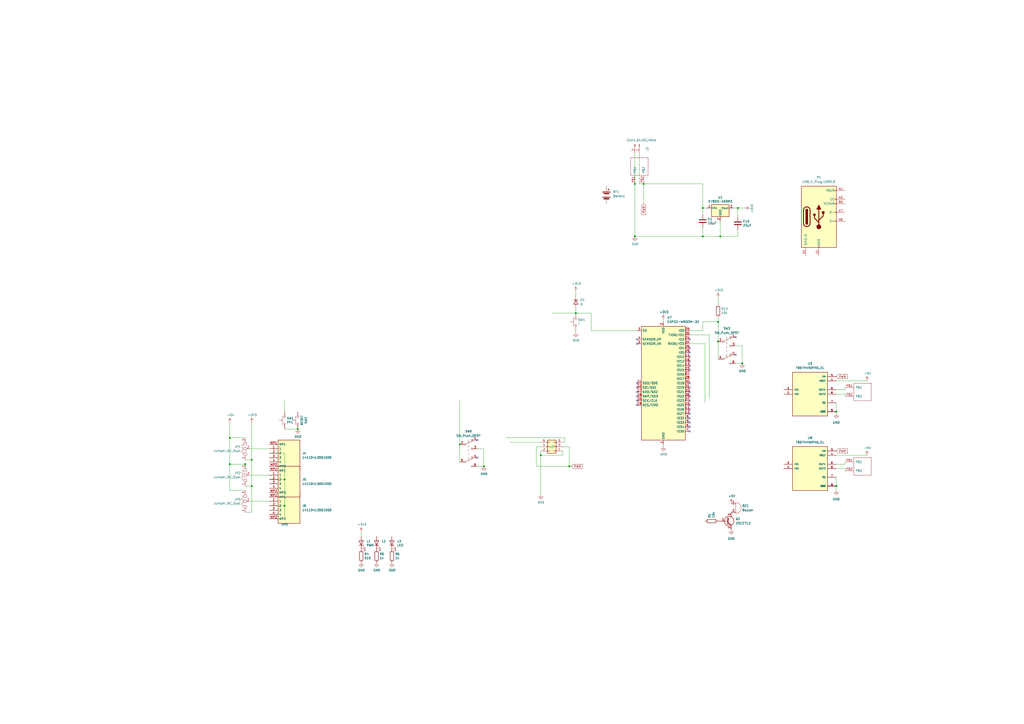
<source format=kicad_sch>
(kicad_sch
	(version 20231120)
	(generator "eeschema")
	(generator_version "8.0")
	(uuid "f89d8039-fb4d-432a-bf6a-fadbc30a6f09")
	(paper "A2")
	(lib_symbols
		(symbol "0_14110413001000:14110413001000"
			(exclude_from_sim no)
			(in_bom yes)
			(on_board yes)
			(property "Reference" "J"
				(at 19.05 7.62 0)
				(effects
					(font
						(size 1.27 1.27)
					)
					(justify left top)
				)
			)
			(property "Value" "14110413001000"
				(at 19.05 5.08 0)
				(effects
					(font
						(size 1.27 1.27)
					)
					(justify left top)
				)
			)
			(property "Footprint" "14110413001000"
				(at 19.05 -94.92 0)
				(effects
					(font
						(size 1.27 1.27)
					)
					(justify left top)
					(hide yes)
				)
			)
			(property "Datasheet" "https://b2b.harting.com/files/download/PRD/PDF_DS/PDF_DS_14111400301.pdf"
				(at 19.05 -194.92 0)
				(effects
					(font
						(size 1.27 1.27)
					)
					(justify left top)
					(hide yes)
				)
			)
			(property "Description" "har-flexicon, 4pin male, vertical SMT pcb mount, 6Amps, pitch 2.54mm, 500pc reel"
				(at 0 0 0)
				(effects
					(font
						(size 1.27 1.27)
					)
					(hide yes)
				)
			)
			(property "Height" "7.45"
				(at 19.05 -394.92 0)
				(effects
					(font
						(size 1.27 1.27)
					)
					(justify left top)
					(hide yes)
				)
			)
			(property "Manufacturer_Name" "HARTING"
				(at 19.05 -494.92 0)
				(effects
					(font
						(size 1.27 1.27)
					)
					(justify left top)
					(hide yes)
				)
			)
			(property "Manufacturer_Part_Number" "14110413001000"
				(at 19.05 -594.92 0)
				(effects
					(font
						(size 1.27 1.27)
					)
					(justify left top)
					(hide yes)
				)
			)
			(property "Mouser Part Number" "617-14110413001000"
				(at 19.05 -694.92 0)
				(effects
					(font
						(size 1.27 1.27)
					)
					(justify left top)
					(hide yes)
				)
			)
			(property "Mouser Price/Stock" "https://www.mouser.co.uk/ProductDetail/HARTING/14110413001000?qs=9nYkJLYMUzsAxBjeg8lEaQ%3D%3D"
				(at 19.05 -794.92 0)
				(effects
					(font
						(size 1.27 1.27)
					)
					(justify left top)
					(hide yes)
				)
			)
			(property "Arrow Part Number" "14110413001000"
				(at 19.05 -894.92 0)
				(effects
					(font
						(size 1.27 1.27)
					)
					(justify left top)
					(hide yes)
				)
			)
			(property "Arrow Price/Stock" "https://www.arrow.com/en/products/14110413001000/harting"
				(at 19.05 -994.92 0)
				(effects
					(font
						(size 1.27 1.27)
					)
					(justify left top)
					(hide yes)
				)
			)
			(symbol "14110413001000_1_1"
				(rectangle
					(start 5.08 2.54)
					(end 17.78 -15.24)
					(stroke
						(width 0.254)
						(type default)
					)
					(fill
						(type background)
					)
				)
				(pin passive line
					(at 0 -2.54 0)
					(length 5.08)
					(name "1"
						(effects
							(font
								(size 1.27 1.27)
							)
						)
					)
					(number "1"
						(effects
							(font
								(size 1.27 1.27)
							)
						)
					)
				)
				(pin passive line
					(at 0 -5.08 0)
					(length 5.08)
					(name "2"
						(effects
							(font
								(size 1.27 1.27)
							)
						)
					)
					(number "2"
						(effects
							(font
								(size 1.27 1.27)
							)
						)
					)
				)
				(pin passive line
					(at 0 -7.62 0)
					(length 5.08)
					(name "3"
						(effects
							(font
								(size 1.27 1.27)
							)
						)
					)
					(number "3"
						(effects
							(font
								(size 1.27 1.27)
							)
						)
					)
				)
				(pin passive line
					(at 0 -10.16 0)
					(length 5.08)
					(name "4"
						(effects
							(font
								(size 1.27 1.27)
							)
						)
					)
					(number "4"
						(effects
							(font
								(size 1.27 1.27)
							)
						)
					)
				)
				(pin passive line
					(at 0 0 0)
					(length 5.08)
					(name "MP1"
						(effects
							(font
								(size 1.27 1.27)
							)
						)
					)
					(number "MP1"
						(effects
							(font
								(size 1.27 1.27)
							)
						)
					)
				)
				(pin passive line
					(at 0 -12.7 0)
					(length 5.08)
					(name "MP2"
						(effects
							(font
								(size 1.27 1.27)
							)
						)
					)
					(number "MP2"
						(effects
							(font
								(size 1.27 1.27)
							)
						)
					)
				)
			)
		)
		(symbol "Connector:Conn_01x02_Male"
			(pin_names
				(offset 1.016) hide)
			(exclude_from_sim no)
			(in_bom yes)
			(on_board yes)
			(property "Reference" "J"
				(at 0 2.54 0)
				(effects
					(font
						(size 1.27 1.27)
					)
				)
			)
			(property "Value" "Conn_01x02_Male"
				(at 0 -5.08 0)
				(effects
					(font
						(size 1.27 1.27)
					)
				)
			)
			(property "Footprint" ""
				(at 0 0 0)
				(effects
					(font
						(size 1.27 1.27)
					)
					(hide yes)
				)
			)
			(property "Datasheet" "~"
				(at 0 0 0)
				(effects
					(font
						(size 1.27 1.27)
					)
					(hide yes)
				)
			)
			(property "Description" "Generic connector, single row, 01x02, script generated (kicad-library-utils/schlib/autogen/connector/)"
				(at 0 0 0)
				(effects
					(font
						(size 1.27 1.27)
					)
					(hide yes)
				)
			)
			(property "ki_keywords" "connector"
				(at 0 0 0)
				(effects
					(font
						(size 1.27 1.27)
					)
					(hide yes)
				)
			)
			(property "ki_fp_filters" "Connector*:*_1x??_*"
				(at 0 0 0)
				(effects
					(font
						(size 1.27 1.27)
					)
					(hide yes)
				)
			)
			(symbol "Conn_01x02_Male_1_1"
				(polyline
					(pts
						(xy 1.27 -2.54) (xy 0.8636 -2.54)
					)
					(stroke
						(width 0.1524)
						(type default)
					)
					(fill
						(type none)
					)
				)
				(polyline
					(pts
						(xy 1.27 0) (xy 0.8636 0)
					)
					(stroke
						(width 0.1524)
						(type default)
					)
					(fill
						(type none)
					)
				)
				(rectangle
					(start 0.8636 -2.413)
					(end 0 -2.667)
					(stroke
						(width 0.1524)
						(type default)
					)
					(fill
						(type outline)
					)
				)
				(rectangle
					(start 0.8636 0.127)
					(end 0 -0.127)
					(stroke
						(width 0.1524)
						(type default)
					)
					(fill
						(type outline)
					)
				)
				(pin passive line
					(at 5.08 0 180)
					(length 3.81)
					(name "Pin_1"
						(effects
							(font
								(size 1.27 1.27)
							)
						)
					)
					(number "1"
						(effects
							(font
								(size 1.27 1.27)
							)
						)
					)
				)
				(pin passive line
					(at 5.08 -2.54 180)
					(length 3.81)
					(name "Pin_2"
						(effects
							(font
								(size 1.27 1.27)
							)
						)
					)
					(number "2"
						(effects
							(font
								(size 1.27 1.27)
							)
						)
					)
				)
			)
		)
		(symbol "Connector:USB_C_Plug_USB2.0"
			(pin_names
				(offset 1.016)
			)
			(exclude_from_sim no)
			(in_bom yes)
			(on_board yes)
			(property "Reference" "P"
				(at -10.16 19.05 0)
				(effects
					(font
						(size 1.27 1.27)
					)
					(justify left)
				)
			)
			(property "Value" "USB_C_Plug_USB2.0"
				(at 12.7 19.05 0)
				(effects
					(font
						(size 1.27 1.27)
					)
					(justify right)
				)
			)
			(property "Footprint" ""
				(at 3.81 0 0)
				(effects
					(font
						(size 1.27 1.27)
					)
					(hide yes)
				)
			)
			(property "Datasheet" "https://www.usb.org/sites/default/files/documents/usb_type-c.zip"
				(at 3.81 0 0)
				(effects
					(font
						(size 1.27 1.27)
					)
					(hide yes)
				)
			)
			(property "Description" "USB 2.0-only Type-C Plug connector"
				(at 0 0 0)
				(effects
					(font
						(size 1.27 1.27)
					)
					(hide yes)
				)
			)
			(property "ki_keywords" "usb universal serial bus type-C USB2.0"
				(at 0 0 0)
				(effects
					(font
						(size 1.27 1.27)
					)
					(hide yes)
				)
			)
			(property "ki_fp_filters" "USB*C*Plug*"
				(at 0 0 0)
				(effects
					(font
						(size 1.27 1.27)
					)
					(hide yes)
				)
			)
			(symbol "USB_C_Plug_USB2.0_0_0"
				(rectangle
					(start -0.254 -17.78)
					(end 0.254 -16.764)
					(stroke
						(width 0)
						(type default)
					)
					(fill
						(type none)
					)
				)
				(rectangle
					(start 10.16 -2.286)
					(end 9.144 -2.794)
					(stroke
						(width 0)
						(type default)
					)
					(fill
						(type none)
					)
				)
				(rectangle
					(start 10.16 2.794)
					(end 9.144 2.286)
					(stroke
						(width 0)
						(type default)
					)
					(fill
						(type none)
					)
				)
				(rectangle
					(start 10.16 7.874)
					(end 9.144 7.366)
					(stroke
						(width 0)
						(type default)
					)
					(fill
						(type none)
					)
				)
				(rectangle
					(start 10.16 10.414)
					(end 9.144 9.906)
					(stroke
						(width 0)
						(type default)
					)
					(fill
						(type none)
					)
				)
				(rectangle
					(start 10.16 15.494)
					(end 9.144 14.986)
					(stroke
						(width 0)
						(type default)
					)
					(fill
						(type none)
					)
				)
			)
			(symbol "USB_C_Plug_USB2.0_0_1"
				(rectangle
					(start -10.16 17.78)
					(end 10.16 -17.78)
					(stroke
						(width 0.254)
						(type default)
					)
					(fill
						(type background)
					)
				)
				(arc
					(start -8.89 -3.81)
					(mid -6.985 -5.7067)
					(end -5.08 -3.81)
					(stroke
						(width 0.508)
						(type default)
					)
					(fill
						(type none)
					)
				)
				(arc
					(start -7.62 -3.81)
					(mid -6.985 -4.4423)
					(end -6.35 -3.81)
					(stroke
						(width 0.254)
						(type default)
					)
					(fill
						(type none)
					)
				)
				(arc
					(start -7.62 -3.81)
					(mid -6.985 -4.4423)
					(end -6.35 -3.81)
					(stroke
						(width 0.254)
						(type default)
					)
					(fill
						(type outline)
					)
				)
				(rectangle
					(start -7.62 -3.81)
					(end -6.35 3.81)
					(stroke
						(width 0.254)
						(type default)
					)
					(fill
						(type outline)
					)
				)
				(arc
					(start -6.35 3.81)
					(mid -6.985 4.4423)
					(end -7.62 3.81)
					(stroke
						(width 0.254)
						(type default)
					)
					(fill
						(type none)
					)
				)
				(arc
					(start -6.35 3.81)
					(mid -6.985 4.4423)
					(end -7.62 3.81)
					(stroke
						(width 0.254)
						(type default)
					)
					(fill
						(type outline)
					)
				)
				(arc
					(start -5.08 3.81)
					(mid -6.985 5.7067)
					(end -8.89 3.81)
					(stroke
						(width 0.508)
						(type default)
					)
					(fill
						(type none)
					)
				)
				(circle
					(center -2.54 1.143)
					(radius 0.635)
					(stroke
						(width 0.254)
						(type default)
					)
					(fill
						(type outline)
					)
				)
				(circle
					(center 0 -5.842)
					(radius 1.27)
					(stroke
						(width 0)
						(type default)
					)
					(fill
						(type outline)
					)
				)
				(polyline
					(pts
						(xy -8.89 -3.81) (xy -8.89 3.81)
					)
					(stroke
						(width 0.508)
						(type default)
					)
					(fill
						(type none)
					)
				)
				(polyline
					(pts
						(xy -5.08 3.81) (xy -5.08 -3.81)
					)
					(stroke
						(width 0.508)
						(type default)
					)
					(fill
						(type none)
					)
				)
				(polyline
					(pts
						(xy 0 -5.842) (xy 0 4.318)
					)
					(stroke
						(width 0.508)
						(type default)
					)
					(fill
						(type none)
					)
				)
				(polyline
					(pts
						(xy 0 -3.302) (xy -2.54 -0.762) (xy -2.54 0.508)
					)
					(stroke
						(width 0.508)
						(type default)
					)
					(fill
						(type none)
					)
				)
				(polyline
					(pts
						(xy 0 -2.032) (xy 2.54 0.508) (xy 2.54 1.778)
					)
					(stroke
						(width 0.508)
						(type default)
					)
					(fill
						(type none)
					)
				)
				(polyline
					(pts
						(xy -1.27 4.318) (xy 0 6.858) (xy 1.27 4.318) (xy -1.27 4.318)
					)
					(stroke
						(width 0.254)
						(type default)
					)
					(fill
						(type outline)
					)
				)
				(rectangle
					(start 1.905 1.778)
					(end 3.175 3.048)
					(stroke
						(width 0.254)
						(type default)
					)
					(fill
						(type outline)
					)
				)
			)
			(symbol "USB_C_Plug_USB2.0_1_1"
				(pin passive line
					(at 0 -22.86 90)
					(length 5.08)
					(name "GND"
						(effects
							(font
								(size 1.27 1.27)
							)
						)
					)
					(number "A1"
						(effects
							(font
								(size 1.27 1.27)
							)
						)
					)
				)
				(pin passive line
					(at 0 -22.86 90)
					(length 5.08) hide
					(name "GND"
						(effects
							(font
								(size 1.27 1.27)
							)
						)
					)
					(number "A12"
						(effects
							(font
								(size 1.27 1.27)
							)
						)
					)
				)
				(pin passive line
					(at 15.24 15.24 180)
					(length 5.08)
					(name "VBUS"
						(effects
							(font
								(size 1.27 1.27)
							)
						)
					)
					(number "A4"
						(effects
							(font
								(size 1.27 1.27)
							)
						)
					)
				)
				(pin bidirectional line
					(at 15.24 10.16 180)
					(length 5.08)
					(name "CC"
						(effects
							(font
								(size 1.27 1.27)
							)
						)
					)
					(number "A5"
						(effects
							(font
								(size 1.27 1.27)
							)
						)
					)
				)
				(pin bidirectional line
					(at 15.24 -2.54 180)
					(length 5.08)
					(name "D+"
						(effects
							(font
								(size 1.27 1.27)
							)
						)
					)
					(number "A6"
						(effects
							(font
								(size 1.27 1.27)
							)
						)
					)
				)
				(pin bidirectional line
					(at 15.24 2.54 180)
					(length 5.08)
					(name "D-"
						(effects
							(font
								(size 1.27 1.27)
							)
						)
					)
					(number "A7"
						(effects
							(font
								(size 1.27 1.27)
							)
						)
					)
				)
				(pin passive line
					(at 15.24 15.24 180)
					(length 5.08) hide
					(name "VBUS"
						(effects
							(font
								(size 1.27 1.27)
							)
						)
					)
					(number "A9"
						(effects
							(font
								(size 1.27 1.27)
							)
						)
					)
				)
				(pin passive line
					(at 0 -22.86 90)
					(length 5.08) hide
					(name "GND"
						(effects
							(font
								(size 1.27 1.27)
							)
						)
					)
					(number "B1"
						(effects
							(font
								(size 1.27 1.27)
							)
						)
					)
				)
				(pin passive line
					(at 0 -22.86 90)
					(length 5.08) hide
					(name "GND"
						(effects
							(font
								(size 1.27 1.27)
							)
						)
					)
					(number "B12"
						(effects
							(font
								(size 1.27 1.27)
							)
						)
					)
				)
				(pin passive line
					(at 15.24 15.24 180)
					(length 5.08) hide
					(name "VBUS"
						(effects
							(font
								(size 1.27 1.27)
							)
						)
					)
					(number "B4"
						(effects
							(font
								(size 1.27 1.27)
							)
						)
					)
				)
				(pin bidirectional line
					(at 15.24 7.62 180)
					(length 5.08)
					(name "VCONN"
						(effects
							(font
								(size 1.27 1.27)
							)
						)
					)
					(number "B5"
						(effects
							(font
								(size 1.27 1.27)
							)
						)
					)
				)
				(pin passive line
					(at 15.24 15.24 180)
					(length 5.08) hide
					(name "VBUS"
						(effects
							(font
								(size 1.27 1.27)
							)
						)
					)
					(number "B9"
						(effects
							(font
								(size 1.27 1.27)
							)
						)
					)
				)
				(pin passive line
					(at -7.62 -22.86 90)
					(length 5.08)
					(name "SHIELD"
						(effects
							(font
								(size 1.27 1.27)
							)
						)
					)
					(number "S1"
						(effects
							(font
								(size 1.27 1.27)
							)
						)
					)
				)
			)
		)
		(symbol "Connector_Generic:Conn_02x03_Odd_Even"
			(pin_names
				(offset 1.016) hide)
			(exclude_from_sim no)
			(in_bom yes)
			(on_board yes)
			(property "Reference" "J"
				(at 1.27 5.08 0)
				(effects
					(font
						(size 1.27 1.27)
					)
				)
			)
			(property "Value" "Conn_02x03_Odd_Even"
				(at 1.27 -5.08 0)
				(effects
					(font
						(size 1.27 1.27)
					)
				)
			)
			(property "Footprint" ""
				(at 0 0 0)
				(effects
					(font
						(size 1.27 1.27)
					)
					(hide yes)
				)
			)
			(property "Datasheet" "~"
				(at 0 0 0)
				(effects
					(font
						(size 1.27 1.27)
					)
					(hide yes)
				)
			)
			(property "Description" "Generic connector, double row, 02x03, odd/even pin numbering scheme (row 1 odd numbers, row 2 even numbers), script generated (kicad-library-utils/schlib/autogen/connector/)"
				(at 0 0 0)
				(effects
					(font
						(size 1.27 1.27)
					)
					(hide yes)
				)
			)
			(property "ki_keywords" "connector"
				(at 0 0 0)
				(effects
					(font
						(size 1.27 1.27)
					)
					(hide yes)
				)
			)
			(property "ki_fp_filters" "Connector*:*_2x??_*"
				(at 0 0 0)
				(effects
					(font
						(size 1.27 1.27)
					)
					(hide yes)
				)
			)
			(symbol "Conn_02x03_Odd_Even_1_1"
				(rectangle
					(start -1.27 -2.413)
					(end 0 -2.667)
					(stroke
						(width 0.1524)
						(type default)
					)
					(fill
						(type none)
					)
				)
				(rectangle
					(start -1.27 0.127)
					(end 0 -0.127)
					(stroke
						(width 0.1524)
						(type default)
					)
					(fill
						(type none)
					)
				)
				(rectangle
					(start -1.27 2.667)
					(end 0 2.413)
					(stroke
						(width 0.1524)
						(type default)
					)
					(fill
						(type none)
					)
				)
				(rectangle
					(start -1.27 3.81)
					(end 3.81 -3.81)
					(stroke
						(width 0.254)
						(type default)
					)
					(fill
						(type background)
					)
				)
				(rectangle
					(start 3.81 -2.413)
					(end 2.54 -2.667)
					(stroke
						(width 0.1524)
						(type default)
					)
					(fill
						(type none)
					)
				)
				(rectangle
					(start 3.81 0.127)
					(end 2.54 -0.127)
					(stroke
						(width 0.1524)
						(type default)
					)
					(fill
						(type none)
					)
				)
				(rectangle
					(start 3.81 2.667)
					(end 2.54 2.413)
					(stroke
						(width 0.1524)
						(type default)
					)
					(fill
						(type none)
					)
				)
				(pin passive line
					(at -5.08 2.54 0)
					(length 3.81)
					(name "Pin_1"
						(effects
							(font
								(size 1.27 1.27)
							)
						)
					)
					(number "1"
						(effects
							(font
								(size 1.27 1.27)
							)
						)
					)
				)
				(pin passive line
					(at 7.62 2.54 180)
					(length 3.81)
					(name "Pin_2"
						(effects
							(font
								(size 1.27 1.27)
							)
						)
					)
					(number "2"
						(effects
							(font
								(size 1.27 1.27)
							)
						)
					)
				)
				(pin passive line
					(at -5.08 0 0)
					(length 3.81)
					(name "Pin_3"
						(effects
							(font
								(size 1.27 1.27)
							)
						)
					)
					(number "3"
						(effects
							(font
								(size 1.27 1.27)
							)
						)
					)
				)
				(pin passive line
					(at 7.62 0 180)
					(length 3.81)
					(name "Pin_4"
						(effects
							(font
								(size 1.27 1.27)
							)
						)
					)
					(number "4"
						(effects
							(font
								(size 1.27 1.27)
							)
						)
					)
				)
				(pin passive line
					(at -5.08 -2.54 0)
					(length 3.81)
					(name "Pin_5"
						(effects
							(font
								(size 1.27 1.27)
							)
						)
					)
					(number "5"
						(effects
							(font
								(size 1.27 1.27)
							)
						)
					)
				)
				(pin passive line
					(at 7.62 -2.54 180)
					(length 3.81)
					(name "Pin_6"
						(effects
							(font
								(size 1.27 1.27)
							)
						)
					)
					(number "6"
						(effects
							(font
								(size 1.27 1.27)
							)
						)
					)
				)
			)
		)
		(symbol "Device:Battery"
			(pin_numbers hide)
			(pin_names
				(offset 0) hide)
			(exclude_from_sim no)
			(in_bom yes)
			(on_board yes)
			(property "Reference" "BT"
				(at 2.54 2.54 0)
				(effects
					(font
						(size 1.27 1.27)
					)
					(justify left)
				)
			)
			(property "Value" "Battery"
				(at 2.54 0 0)
				(effects
					(font
						(size 1.27 1.27)
					)
					(justify left)
				)
			)
			(property "Footprint" ""
				(at 0 1.524 90)
				(effects
					(font
						(size 1.27 1.27)
					)
					(hide yes)
				)
			)
			(property "Datasheet" "~"
				(at 0 1.524 90)
				(effects
					(font
						(size 1.27 1.27)
					)
					(hide yes)
				)
			)
			(property "Description" "Multiple-cell battery"
				(at 0 0 0)
				(effects
					(font
						(size 1.27 1.27)
					)
					(hide yes)
				)
			)
			(property "ki_keywords" "batt voltage-source cell"
				(at 0 0 0)
				(effects
					(font
						(size 1.27 1.27)
					)
					(hide yes)
				)
			)
			(symbol "Battery_0_1"
				(rectangle
					(start -2.286 -1.27)
					(end 2.286 -1.524)
					(stroke
						(width 0)
						(type default)
					)
					(fill
						(type outline)
					)
				)
				(rectangle
					(start -2.286 1.778)
					(end 2.286 1.524)
					(stroke
						(width 0)
						(type default)
					)
					(fill
						(type outline)
					)
				)
				(rectangle
					(start -1.524 -2.032)
					(end 1.524 -2.54)
					(stroke
						(width 0)
						(type default)
					)
					(fill
						(type outline)
					)
				)
				(rectangle
					(start -1.524 1.016)
					(end 1.524 0.508)
					(stroke
						(width 0)
						(type default)
					)
					(fill
						(type outline)
					)
				)
				(polyline
					(pts
						(xy 0 -1.016) (xy 0 -0.762)
					)
					(stroke
						(width 0)
						(type default)
					)
					(fill
						(type none)
					)
				)
				(polyline
					(pts
						(xy 0 -0.508) (xy 0 -0.254)
					)
					(stroke
						(width 0)
						(type default)
					)
					(fill
						(type none)
					)
				)
				(polyline
					(pts
						(xy 0 0) (xy 0 0.254)
					)
					(stroke
						(width 0)
						(type default)
					)
					(fill
						(type none)
					)
				)
				(polyline
					(pts
						(xy 0 1.778) (xy 0 2.54)
					)
					(stroke
						(width 0)
						(type default)
					)
					(fill
						(type none)
					)
				)
				(polyline
					(pts
						(xy 0.762 3.048) (xy 1.778 3.048)
					)
					(stroke
						(width 0.254)
						(type default)
					)
					(fill
						(type none)
					)
				)
				(polyline
					(pts
						(xy 1.27 3.556) (xy 1.27 2.54)
					)
					(stroke
						(width 0.254)
						(type default)
					)
					(fill
						(type none)
					)
				)
			)
			(symbol "Battery_1_1"
				(pin passive line
					(at 0 5.08 270)
					(length 2.54)
					(name "+"
						(effects
							(font
								(size 1.27 1.27)
							)
						)
					)
					(number "1"
						(effects
							(font
								(size 1.27 1.27)
							)
						)
					)
				)
				(pin passive line
					(at 0 -5.08 90)
					(length 2.54)
					(name "-"
						(effects
							(font
								(size 1.27 1.27)
							)
						)
					)
					(number "2"
						(effects
							(font
								(size 1.27 1.27)
							)
						)
					)
				)
			)
		)
		(symbol "Device:Buzzer"
			(pin_names
				(offset 0.0254) hide)
			(exclude_from_sim no)
			(in_bom yes)
			(on_board yes)
			(property "Reference" "BZ"
				(at 3.81 1.27 0)
				(effects
					(font
						(size 1.27 1.27)
					)
					(justify left)
				)
			)
			(property "Value" "Buzzer"
				(at 3.81 -1.27 0)
				(effects
					(font
						(size 1.27 1.27)
					)
					(justify left)
				)
			)
			(property "Footprint" ""
				(at -0.635 2.54 90)
				(effects
					(font
						(size 1.27 1.27)
					)
					(hide yes)
				)
			)
			(property "Datasheet" "~"
				(at -0.635 2.54 90)
				(effects
					(font
						(size 1.27 1.27)
					)
					(hide yes)
				)
			)
			(property "Description" "Buzzer, polarized"
				(at 0 0 0)
				(effects
					(font
						(size 1.27 1.27)
					)
					(hide yes)
				)
			)
			(property "ki_keywords" "quartz resonator ceramic"
				(at 0 0 0)
				(effects
					(font
						(size 1.27 1.27)
					)
					(hide yes)
				)
			)
			(property "ki_fp_filters" "*Buzzer*"
				(at 0 0 0)
				(effects
					(font
						(size 1.27 1.27)
					)
					(hide yes)
				)
			)
			(symbol "Buzzer_0_1"
				(arc
					(start 0 -3.175)
					(mid 3.1612 0)
					(end 0 3.175)
					(stroke
						(width 0)
						(type default)
					)
					(fill
						(type none)
					)
				)
				(polyline
					(pts
						(xy -1.651 1.905) (xy -1.143 1.905)
					)
					(stroke
						(width 0)
						(type default)
					)
					(fill
						(type none)
					)
				)
				(polyline
					(pts
						(xy -1.397 2.159) (xy -1.397 1.651)
					)
					(stroke
						(width 0)
						(type default)
					)
					(fill
						(type none)
					)
				)
				(polyline
					(pts
						(xy 0 3.175) (xy 0 -3.175)
					)
					(stroke
						(width 0)
						(type default)
					)
					(fill
						(type none)
					)
				)
			)
			(symbol "Buzzer_1_1"
				(pin passive line
					(at -2.54 2.54 0)
					(length 2.54)
					(name "-"
						(effects
							(font
								(size 1.27 1.27)
							)
						)
					)
					(number "1"
						(effects
							(font
								(size 1.27 1.27)
							)
						)
					)
				)
				(pin passive line
					(at -2.54 -2.54 0)
					(length 2.54)
					(name "+"
						(effects
							(font
								(size 1.27 1.27)
							)
						)
					)
					(number "2"
						(effects
							(font
								(size 1.27 1.27)
							)
						)
					)
				)
			)
		)
		(symbol "Device:C"
			(pin_numbers hide)
			(pin_names
				(offset 0.254)
			)
			(exclude_from_sim no)
			(in_bom yes)
			(on_board yes)
			(property "Reference" "C"
				(at 0.635 2.54 0)
				(effects
					(font
						(size 1.27 1.27)
					)
					(justify left)
				)
			)
			(property "Value" "C"
				(at 0.635 -2.54 0)
				(effects
					(font
						(size 1.27 1.27)
					)
					(justify left)
				)
			)
			(property "Footprint" ""
				(at 0.9652 -3.81 0)
				(effects
					(font
						(size 1.27 1.27)
					)
					(hide yes)
				)
			)
			(property "Datasheet" "~"
				(at 0 0 0)
				(effects
					(font
						(size 1.27 1.27)
					)
					(hide yes)
				)
			)
			(property "Description" "Unpolarized capacitor"
				(at 0 0 0)
				(effects
					(font
						(size 1.27 1.27)
					)
					(hide yes)
				)
			)
			(property "ki_keywords" "cap capacitor"
				(at 0 0 0)
				(effects
					(font
						(size 1.27 1.27)
					)
					(hide yes)
				)
			)
			(property "ki_fp_filters" "C_*"
				(at 0 0 0)
				(effects
					(font
						(size 1.27 1.27)
					)
					(hide yes)
				)
			)
			(symbol "C_0_1"
				(polyline
					(pts
						(xy -2.032 -0.762) (xy 2.032 -0.762)
					)
					(stroke
						(width 0.508)
						(type default)
					)
					(fill
						(type none)
					)
				)
				(polyline
					(pts
						(xy -2.032 0.762) (xy 2.032 0.762)
					)
					(stroke
						(width 0.508)
						(type default)
					)
					(fill
						(type none)
					)
				)
			)
			(symbol "C_1_1"
				(pin passive line
					(at 0 3.81 270)
					(length 2.794)
					(name "~"
						(effects
							(font
								(size 1.27 1.27)
							)
						)
					)
					(number "1"
						(effects
							(font
								(size 1.27 1.27)
							)
						)
					)
				)
				(pin passive line
					(at 0 -3.81 90)
					(length 2.794)
					(name "~"
						(effects
							(font
								(size 1.27 1.27)
							)
						)
					)
					(number "2"
						(effects
							(font
								(size 1.27 1.27)
							)
						)
					)
				)
			)
		)
		(symbol "Device:D"
			(pin_numbers hide)
			(pin_names
				(offset 1.016) hide)
			(exclude_from_sim no)
			(in_bom yes)
			(on_board yes)
			(property "Reference" "D"
				(at 0 2.54 0)
				(effects
					(font
						(size 1.27 1.27)
					)
				)
			)
			(property "Value" "D"
				(at 0 -2.54 0)
				(effects
					(font
						(size 1.27 1.27)
					)
				)
			)
			(property "Footprint" ""
				(at 0 0 0)
				(effects
					(font
						(size 1.27 1.27)
					)
					(hide yes)
				)
			)
			(property "Datasheet" "~"
				(at 0 0 0)
				(effects
					(font
						(size 1.27 1.27)
					)
					(hide yes)
				)
			)
			(property "Description" "Diode"
				(at 0 0 0)
				(effects
					(font
						(size 1.27 1.27)
					)
					(hide yes)
				)
			)
			(property "Sim.Device" "D"
				(at 0 0 0)
				(effects
					(font
						(size 1.27 1.27)
					)
					(hide yes)
				)
			)
			(property "Sim.Pins" "1=K 2=A"
				(at 0 0 0)
				(effects
					(font
						(size 1.27 1.27)
					)
					(hide yes)
				)
			)
			(property "ki_keywords" "diode"
				(at 0 0 0)
				(effects
					(font
						(size 1.27 1.27)
					)
					(hide yes)
				)
			)
			(property "ki_fp_filters" "TO-???* *_Diode_* *SingleDiode* D_*"
				(at 0 0 0)
				(effects
					(font
						(size 1.27 1.27)
					)
					(hide yes)
				)
			)
			(symbol "D_0_1"
				(polyline
					(pts
						(xy -1.27 1.27) (xy -1.27 -1.27)
					)
					(stroke
						(width 0.254)
						(type default)
					)
					(fill
						(type none)
					)
				)
				(polyline
					(pts
						(xy 1.27 0) (xy -1.27 0)
					)
					(stroke
						(width 0)
						(type default)
					)
					(fill
						(type none)
					)
				)
				(polyline
					(pts
						(xy 1.27 1.27) (xy 1.27 -1.27) (xy -1.27 0) (xy 1.27 1.27)
					)
					(stroke
						(width 0.254)
						(type default)
					)
					(fill
						(type none)
					)
				)
			)
			(symbol "D_1_1"
				(pin passive line
					(at -3.81 0 0)
					(length 2.54)
					(name "K"
						(effects
							(font
								(size 1.27 1.27)
							)
						)
					)
					(number "1"
						(effects
							(font
								(size 1.27 1.27)
							)
						)
					)
				)
				(pin passive line
					(at 3.81 0 180)
					(length 2.54)
					(name "A"
						(effects
							(font
								(size 1.27 1.27)
							)
						)
					)
					(number "2"
						(effects
							(font
								(size 1.27 1.27)
							)
						)
					)
				)
			)
		)
		(symbol "Device:Jumper_NC_Dual"
			(pin_names
				(offset 0.762) hide)
			(exclude_from_sim no)
			(in_bom yes)
			(on_board yes)
			(property "Reference" "JP"
				(at 1.27 -2.54 0)
				(effects
					(font
						(size 1.27 1.27)
					)
					(justify left)
				)
			)
			(property "Value" "Device_Jumper_NC_Dual"
				(at 0 2.54 0)
				(effects
					(font
						(size 1.27 1.27)
					)
					(justify bottom)
				)
			)
			(property "Footprint" ""
				(at 0 0 0)
				(effects
					(font
						(size 1.27 1.27)
					)
					(hide yes)
				)
			)
			(property "Datasheet" ""
				(at 0 0 0)
				(effects
					(font
						(size 1.27 1.27)
					)
					(hide yes)
				)
			)
			(property "Description" ""
				(at 0 0 0)
				(effects
					(font
						(size 1.27 1.27)
					)
					(hide yes)
				)
			)
			(property "ki_fp_filters" "SolderJumper*Bridged* Jumper* TestPoint*2Pads* TestPoint*Bridge*"
				(at 0 0 0)
				(effects
					(font
						(size 1.27 1.27)
					)
					(hide yes)
				)
			)
			(symbol "Jumper_NC_Dual_0_1"
				(circle
					(center -3.048 0)
					(radius 0.889)
					(stroke
						(width 0)
						(type default)
					)
					(fill
						(type none)
					)
				)
				(arc
					(start -0.254 1.27)
					(mid -1.524 1.8804)
					(end -2.794 1.27)
					(stroke
						(width 0)
						(type default)
					)
					(fill
						(type none)
					)
				)
				(circle
					(center 0 0)
					(radius 0.9144)
					(stroke
						(width 0)
						(type default)
					)
					(fill
						(type none)
					)
				)
				(arc
					(start 2.794 1.27)
					(mid 1.524 1.8804)
					(end 0.254 1.27)
					(stroke
						(width 0)
						(type default)
					)
					(fill
						(type none)
					)
				)
				(circle
					(center 3.048 0)
					(radius 0.889)
					(stroke
						(width 0)
						(type default)
					)
					(fill
						(type none)
					)
				)
				(pin passive line
					(at -6.35 0 0)
					(length 2.413)
					(name "1"
						(effects
							(font
								(size 1.27 1.27)
							)
						)
					)
					(number "1"
						(effects
							(font
								(size 1.27 1.27)
							)
						)
					)
				)
				(pin passive line
					(at 0 -2.54 90)
					(length 1.524)
					(name "2"
						(effects
							(font
								(size 1.27 1.27)
							)
						)
					)
					(number "2"
						(effects
							(font
								(size 1.27 1.27)
							)
						)
					)
				)
				(pin passive line
					(at 6.35 0 180)
					(length 2.413)
					(name "3"
						(effects
							(font
								(size 1.27 1.27)
							)
						)
					)
					(number "3"
						(effects
							(font
								(size 1.27 1.27)
							)
						)
					)
				)
			)
		)
		(symbol "Device:LED"
			(pin_numbers hide)
			(pin_names
				(offset 1.016) hide)
			(exclude_from_sim no)
			(in_bom yes)
			(on_board yes)
			(property "Reference" "D"
				(at 0 2.54 0)
				(effects
					(font
						(size 1.27 1.27)
					)
				)
			)
			(property "Value" "LED"
				(at 0 -2.54 0)
				(effects
					(font
						(size 1.27 1.27)
					)
				)
			)
			(property "Footprint" ""
				(at 0 0 0)
				(effects
					(font
						(size 1.27 1.27)
					)
					(hide yes)
				)
			)
			(property "Datasheet" "~"
				(at 0 0 0)
				(effects
					(font
						(size 1.27 1.27)
					)
					(hide yes)
				)
			)
			(property "Description" "Light emitting diode"
				(at 0 0 0)
				(effects
					(font
						(size 1.27 1.27)
					)
					(hide yes)
				)
			)
			(property "ki_keywords" "LED diode"
				(at 0 0 0)
				(effects
					(font
						(size 1.27 1.27)
					)
					(hide yes)
				)
			)
			(property "ki_fp_filters" "LED* LED_SMD:* LED_THT:*"
				(at 0 0 0)
				(effects
					(font
						(size 1.27 1.27)
					)
					(hide yes)
				)
			)
			(symbol "LED_0_1"
				(polyline
					(pts
						(xy -1.27 -1.27) (xy -1.27 1.27)
					)
					(stroke
						(width 0.254)
						(type default)
					)
					(fill
						(type none)
					)
				)
				(polyline
					(pts
						(xy -1.27 0) (xy 1.27 0)
					)
					(stroke
						(width 0)
						(type default)
					)
					(fill
						(type none)
					)
				)
				(polyline
					(pts
						(xy 1.27 -1.27) (xy 1.27 1.27) (xy -1.27 0) (xy 1.27 -1.27)
					)
					(stroke
						(width 0.254)
						(type default)
					)
					(fill
						(type none)
					)
				)
				(polyline
					(pts
						(xy -3.048 -0.762) (xy -4.572 -2.286) (xy -3.81 -2.286) (xy -4.572 -2.286) (xy -4.572 -1.524)
					)
					(stroke
						(width 0)
						(type default)
					)
					(fill
						(type none)
					)
				)
				(polyline
					(pts
						(xy -1.778 -0.762) (xy -3.302 -2.286) (xy -2.54 -2.286) (xy -3.302 -2.286) (xy -3.302 -1.524)
					)
					(stroke
						(width 0)
						(type default)
					)
					(fill
						(type none)
					)
				)
			)
			(symbol "LED_1_1"
				(pin passive line
					(at -3.81 0 0)
					(length 2.54)
					(name "K"
						(effects
							(font
								(size 1.27 1.27)
							)
						)
					)
					(number "1"
						(effects
							(font
								(size 1.27 1.27)
							)
						)
					)
				)
				(pin passive line
					(at 3.81 0 180)
					(length 2.54)
					(name "A"
						(effects
							(font
								(size 1.27 1.27)
							)
						)
					)
					(number "2"
						(effects
							(font
								(size 1.27 1.27)
							)
						)
					)
				)
			)
		)
		(symbol "Device:R"
			(pin_numbers hide)
			(pin_names
				(offset 0)
			)
			(exclude_from_sim no)
			(in_bom yes)
			(on_board yes)
			(property "Reference" "R"
				(at 2.032 0 90)
				(effects
					(font
						(size 1.27 1.27)
					)
				)
			)
			(property "Value" "R"
				(at 0 0 90)
				(effects
					(font
						(size 1.27 1.27)
					)
				)
			)
			(property "Footprint" ""
				(at -1.778 0 90)
				(effects
					(font
						(size 1.27 1.27)
					)
					(hide yes)
				)
			)
			(property "Datasheet" "~"
				(at 0 0 0)
				(effects
					(font
						(size 1.27 1.27)
					)
					(hide yes)
				)
			)
			(property "Description" "Resistor"
				(at 0 0 0)
				(effects
					(font
						(size 1.27 1.27)
					)
					(hide yes)
				)
			)
			(property "ki_keywords" "R res resistor"
				(at 0 0 0)
				(effects
					(font
						(size 1.27 1.27)
					)
					(hide yes)
				)
			)
			(property "ki_fp_filters" "R_*"
				(at 0 0 0)
				(effects
					(font
						(size 1.27 1.27)
					)
					(hide yes)
				)
			)
			(symbol "R_0_1"
				(rectangle
					(start -1.016 -2.54)
					(end 1.016 2.54)
					(stroke
						(width 0.254)
						(type default)
					)
					(fill
						(type none)
					)
				)
			)
			(symbol "R_1_1"
				(pin passive line
					(at 0 3.81 270)
					(length 1.27)
					(name "~"
						(effects
							(font
								(size 1.27 1.27)
							)
						)
					)
					(number "1"
						(effects
							(font
								(size 1.27 1.27)
							)
						)
					)
				)
				(pin passive line
					(at 0 -3.81 90)
					(length 1.27)
					(name "~"
						(effects
							(font
								(size 1.27 1.27)
							)
						)
					)
					(number "2"
						(effects
							(font
								(size 1.27 1.27)
							)
						)
					)
				)
			)
		)
		(symbol "Liner-regulator_AOKI:NJM_TO-252"
			(pin_names
				(offset 0.254)
			)
			(exclude_from_sim no)
			(in_bom yes)
			(on_board yes)
			(property "Reference" "U"
				(at -3.81 3.175 0)
				(effects
					(font
						(size 1.27 1.27)
					)
				)
			)
			(property "Value" "Liner-regulator_AOKI_NJM_TO-252"
				(at 0 3.175 0)
				(effects
					(font
						(size 1.27 1.27)
					)
					(justify left)
				)
			)
			(property "Footprint" "Package_TO_SOT_SMD:TO-252-2"
				(at 0 6.35 0)
				(effects
					(font
						(size 1.27 1.27)
						(italic yes)
					)
					(hide yes)
				)
			)
			(property "Datasheet" ""
				(at 0 0 0)
				(effects
					(font
						(size 1.27 1.27)
					)
					(hide yes)
				)
			)
			(property "Description" ""
				(at 0 0 0)
				(effects
					(font
						(size 1.27 1.27)
					)
					(hide yes)
				)
			)
			(property "ki_fp_filters" "TO?252*"
				(at 0 0 0)
				(effects
					(font
						(size 1.27 1.27)
					)
					(hide yes)
				)
			)
			(symbol "NJM_TO-252_0_1"
				(rectangle
					(start -5.08 1.905)
					(end 5.08 -5.08)
					(stroke
						(width 0.254)
						(type default)
					)
					(fill
						(type background)
					)
				)
			)
			(symbol "NJM_TO-252_1_1"
				(pin power_in line
					(at -7.62 0 0)
					(length 2.54)
					(name "Vin"
						(effects
							(font
								(size 1.27 1.27)
							)
						)
					)
					(number "1"
						(effects
							(font
								(size 1.27 1.27)
							)
						)
					)
				)
				(pin input line
					(at 0 -7.62 90)
					(length 2.54)
					(name "GND"
						(effects
							(font
								(size 1.27 1.27)
							)
						)
					)
					(number "2"
						(effects
							(font
								(size 1.27 1.27)
							)
						)
					)
				)
				(pin power_out line
					(at 7.62 0 180)
					(length 2.54)
					(name "Vout"
						(effects
							(font
								(size 1.27 1.27)
							)
						)
					)
					(number "3"
						(effects
							(font
								(size 1.27 1.27)
							)
						)
					)
				)
			)
		)
		(symbol "PTS_1.5_2_1"
			(pin_names
				(offset 1.016)
			)
			(exclude_from_sim no)
			(in_bom yes)
			(on_board yes)
			(property "Reference" "T3"
				(at 0 0 0)
				(effects
					(font
						(size 1.27 1.27)
					)
					(hide yes)
				)
			)
			(property "Value" "PTS_1.5_2"
				(at 0 0 0)
				(effects
					(font
						(size 1.27 1.27)
					)
					(hide yes)
				)
			)
			(property "Footprint" "PTS-terminal-block:PTS_1.5_2"
				(at 0 0 0)
				(effects
					(font
						(size 1.27 1.27)
					)
					(hide yes)
				)
			)
			(property "Datasheet" ""
				(at 0 0 0)
				(effects
					(font
						(size 1.27 1.27)
					)
					(hide yes)
				)
			)
			(property "Description" ""
				(at 0 0 0)
				(effects
					(font
						(size 1.27 1.27)
					)
					(hide yes)
				)
			)
			(symbol "PTS_1.5_2_1_1_0"
				(polyline
					(pts
						(xy -5.08 -5.08) (xy 5.08 -5.08)
					)
					(stroke
						(width 0)
						(type default)
					)
					(fill
						(type none)
					)
				)
				(polyline
					(pts
						(xy -5.08 5.08) (xy -5.08 -5.08)
					)
					(stroke
						(width 0)
						(type default)
					)
					(fill
						(type none)
					)
				)
				(polyline
					(pts
						(xy 5.08 -5.08) (xy 5.08 5.08)
					)
					(stroke
						(width 0)
						(type default)
					)
					(fill
						(type none)
					)
				)
				(polyline
					(pts
						(xy 5.08 5.08) (xy -5.08 5.08)
					)
					(stroke
						(width 0)
						(type default)
					)
					(fill
						(type none)
					)
				)
				(pin bidirectional line
					(at -2.54 -10.16 90)
					(length 5.08)
					(name "P$1"
						(effects
							(font
								(size 1.27 1.27)
							)
						)
					)
					(number "P$1"
						(effects
							(font
								(size 1.27 1.27)
							)
						)
					)
				)
				(pin bidirectional line
					(at 2.54 -10.16 90)
					(length 5.08)
					(name "P$2"
						(effects
							(font
								(size 1.27 1.27)
							)
						)
					)
					(number "P$2"
						(effects
							(font
								(size 1.27 1.27)
							)
						)
					)
				)
			)
		)
		(symbol "RF_Module:ESP32-WROOM-32"
			(exclude_from_sim no)
			(in_bom yes)
			(on_board yes)
			(property "Reference" "U"
				(at -12.7 34.29 0)
				(effects
					(font
						(size 1.27 1.27)
					)
					(justify left)
				)
			)
			(property "Value" "ESP32-WROOM-32"
				(at 1.27 34.29 0)
				(effects
					(font
						(size 1.27 1.27)
					)
					(justify left)
				)
			)
			(property "Footprint" "RF_Module:ESP32-WROOM-32"
				(at 0 -38.1 0)
				(effects
					(font
						(size 1.27 1.27)
					)
					(hide yes)
				)
			)
			(property "Datasheet" "https://www.espressif.com/sites/default/files/documentation/esp32-wroom-32_datasheet_en.pdf"
				(at -7.62 1.27 0)
				(effects
					(font
						(size 1.27 1.27)
					)
					(hide yes)
				)
			)
			(property "Description" "RF Module, ESP32-D0WDQ6 SoC, Wi-Fi 802.11b/g/n, Bluetooth, BLE, 32-bit, 2.7-3.6V, onboard antenna, SMD"
				(at 0 0 0)
				(effects
					(font
						(size 1.27 1.27)
					)
					(hide yes)
				)
			)
			(property "ki_keywords" "RF Radio BT ESP ESP32 Espressif onboard PCB antenna"
				(at 0 0 0)
				(effects
					(font
						(size 1.27 1.27)
					)
					(hide yes)
				)
			)
			(property "ki_fp_filters" "ESP32?WROOM?32*"
				(at 0 0 0)
				(effects
					(font
						(size 1.27 1.27)
					)
					(hide yes)
				)
			)
			(symbol "ESP32-WROOM-32_0_1"
				(rectangle
					(start -12.7 33.02)
					(end 12.7 -33.02)
					(stroke
						(width 0.254)
						(type default)
					)
					(fill
						(type background)
					)
				)
			)
			(symbol "ESP32-WROOM-32_1_1"
				(pin power_in line
					(at 0 -35.56 90)
					(length 2.54)
					(name "GND"
						(effects
							(font
								(size 1.27 1.27)
							)
						)
					)
					(number "1"
						(effects
							(font
								(size 1.27 1.27)
							)
						)
					)
				)
				(pin bidirectional line
					(at 15.24 -12.7 180)
					(length 2.54)
					(name "IO25"
						(effects
							(font
								(size 1.27 1.27)
							)
						)
					)
					(number "10"
						(effects
							(font
								(size 1.27 1.27)
							)
						)
					)
				)
				(pin bidirectional line
					(at 15.24 -15.24 180)
					(length 2.54)
					(name "IO26"
						(effects
							(font
								(size 1.27 1.27)
							)
						)
					)
					(number "11"
						(effects
							(font
								(size 1.27 1.27)
							)
						)
					)
				)
				(pin bidirectional line
					(at 15.24 -17.78 180)
					(length 2.54)
					(name "IO27"
						(effects
							(font
								(size 1.27 1.27)
							)
						)
					)
					(number "12"
						(effects
							(font
								(size 1.27 1.27)
							)
						)
					)
				)
				(pin bidirectional line
					(at 15.24 10.16 180)
					(length 2.54)
					(name "IO14"
						(effects
							(font
								(size 1.27 1.27)
							)
						)
					)
					(number "13"
						(effects
							(font
								(size 1.27 1.27)
							)
						)
					)
				)
				(pin bidirectional line
					(at 15.24 15.24 180)
					(length 2.54)
					(name "IO12"
						(effects
							(font
								(size 1.27 1.27)
							)
						)
					)
					(number "14"
						(effects
							(font
								(size 1.27 1.27)
							)
						)
					)
				)
				(pin passive line
					(at 0 -35.56 90)
					(length 2.54) hide
					(name "GND"
						(effects
							(font
								(size 1.27 1.27)
							)
						)
					)
					(number "15"
						(effects
							(font
								(size 1.27 1.27)
							)
						)
					)
				)
				(pin bidirectional line
					(at 15.24 12.7 180)
					(length 2.54)
					(name "IO13"
						(effects
							(font
								(size 1.27 1.27)
							)
						)
					)
					(number "16"
						(effects
							(font
								(size 1.27 1.27)
							)
						)
					)
				)
				(pin bidirectional line
					(at -15.24 -5.08 0)
					(length 2.54)
					(name "SHD/SD2"
						(effects
							(font
								(size 1.27 1.27)
							)
						)
					)
					(number "17"
						(effects
							(font
								(size 1.27 1.27)
							)
						)
					)
				)
				(pin bidirectional line
					(at -15.24 -7.62 0)
					(length 2.54)
					(name "SWP/SD3"
						(effects
							(font
								(size 1.27 1.27)
							)
						)
					)
					(number "18"
						(effects
							(font
								(size 1.27 1.27)
							)
						)
					)
				)
				(pin bidirectional line
					(at -15.24 -12.7 0)
					(length 2.54)
					(name "SCS/CMD"
						(effects
							(font
								(size 1.27 1.27)
							)
						)
					)
					(number "19"
						(effects
							(font
								(size 1.27 1.27)
							)
						)
					)
				)
				(pin power_in line
					(at 0 35.56 270)
					(length 2.54)
					(name "VDD"
						(effects
							(font
								(size 1.27 1.27)
							)
						)
					)
					(number "2"
						(effects
							(font
								(size 1.27 1.27)
							)
						)
					)
				)
				(pin bidirectional line
					(at -15.24 -10.16 0)
					(length 2.54)
					(name "SCK/CLK"
						(effects
							(font
								(size 1.27 1.27)
							)
						)
					)
					(number "20"
						(effects
							(font
								(size 1.27 1.27)
							)
						)
					)
				)
				(pin bidirectional line
					(at -15.24 0 0)
					(length 2.54)
					(name "SDO/SD0"
						(effects
							(font
								(size 1.27 1.27)
							)
						)
					)
					(number "21"
						(effects
							(font
								(size 1.27 1.27)
							)
						)
					)
				)
				(pin bidirectional line
					(at -15.24 -2.54 0)
					(length 2.54)
					(name "SDI/SD1"
						(effects
							(font
								(size 1.27 1.27)
							)
						)
					)
					(number "22"
						(effects
							(font
								(size 1.27 1.27)
							)
						)
					)
				)
				(pin bidirectional line
					(at 15.24 7.62 180)
					(length 2.54)
					(name "IO15"
						(effects
							(font
								(size 1.27 1.27)
							)
						)
					)
					(number "23"
						(effects
							(font
								(size 1.27 1.27)
							)
						)
					)
				)
				(pin bidirectional line
					(at 15.24 25.4 180)
					(length 2.54)
					(name "IO2"
						(effects
							(font
								(size 1.27 1.27)
							)
						)
					)
					(number "24"
						(effects
							(font
								(size 1.27 1.27)
							)
						)
					)
				)
				(pin bidirectional line
					(at 15.24 30.48 180)
					(length 2.54)
					(name "IO0"
						(effects
							(font
								(size 1.27 1.27)
							)
						)
					)
					(number "25"
						(effects
							(font
								(size 1.27 1.27)
							)
						)
					)
				)
				(pin bidirectional line
					(at 15.24 20.32 180)
					(length 2.54)
					(name "IO4"
						(effects
							(font
								(size 1.27 1.27)
							)
						)
					)
					(number "26"
						(effects
							(font
								(size 1.27 1.27)
							)
						)
					)
				)
				(pin bidirectional line
					(at 15.24 5.08 180)
					(length 2.54)
					(name "IO16"
						(effects
							(font
								(size 1.27 1.27)
							)
						)
					)
					(number "27"
						(effects
							(font
								(size 1.27 1.27)
							)
						)
					)
				)
				(pin bidirectional line
					(at 15.24 2.54 180)
					(length 2.54)
					(name "IO17"
						(effects
							(font
								(size 1.27 1.27)
							)
						)
					)
					(number "28"
						(effects
							(font
								(size 1.27 1.27)
							)
						)
					)
				)
				(pin bidirectional line
					(at 15.24 17.78 180)
					(length 2.54)
					(name "IO5"
						(effects
							(font
								(size 1.27 1.27)
							)
						)
					)
					(number "29"
						(effects
							(font
								(size 1.27 1.27)
							)
						)
					)
				)
				(pin input line
					(at -15.24 30.48 0)
					(length 2.54)
					(name "EN"
						(effects
							(font
								(size 1.27 1.27)
							)
						)
					)
					(number "3"
						(effects
							(font
								(size 1.27 1.27)
							)
						)
					)
				)
				(pin bidirectional line
					(at 15.24 0 180)
					(length 2.54)
					(name "IO18"
						(effects
							(font
								(size 1.27 1.27)
							)
						)
					)
					(number "30"
						(effects
							(font
								(size 1.27 1.27)
							)
						)
					)
				)
				(pin bidirectional line
					(at 15.24 -2.54 180)
					(length 2.54)
					(name "IO19"
						(effects
							(font
								(size 1.27 1.27)
							)
						)
					)
					(number "31"
						(effects
							(font
								(size 1.27 1.27)
							)
						)
					)
				)
				(pin no_connect line
					(at -12.7 -27.94 0)
					(length 2.54) hide
					(name "NC"
						(effects
							(font
								(size 1.27 1.27)
							)
						)
					)
					(number "32"
						(effects
							(font
								(size 1.27 1.27)
							)
						)
					)
				)
				(pin bidirectional line
					(at 15.24 -5.08 180)
					(length 2.54)
					(name "IO21"
						(effects
							(font
								(size 1.27 1.27)
							)
						)
					)
					(number "33"
						(effects
							(font
								(size 1.27 1.27)
							)
						)
					)
				)
				(pin bidirectional line
					(at 15.24 22.86 180)
					(length 2.54)
					(name "RXD0/IO3"
						(effects
							(font
								(size 1.27 1.27)
							)
						)
					)
					(number "34"
						(effects
							(font
								(size 1.27 1.27)
							)
						)
					)
				)
				(pin bidirectional line
					(at 15.24 27.94 180)
					(length 2.54)
					(name "TXD0/IO1"
						(effects
							(font
								(size 1.27 1.27)
							)
						)
					)
					(number "35"
						(effects
							(font
								(size 1.27 1.27)
							)
						)
					)
				)
				(pin bidirectional line
					(at 15.24 -7.62 180)
					(length 2.54)
					(name "IO22"
						(effects
							(font
								(size 1.27 1.27)
							)
						)
					)
					(number "36"
						(effects
							(font
								(size 1.27 1.27)
							)
						)
					)
				)
				(pin bidirectional line
					(at 15.24 -10.16 180)
					(length 2.54)
					(name "IO23"
						(effects
							(font
								(size 1.27 1.27)
							)
						)
					)
					(number "37"
						(effects
							(font
								(size 1.27 1.27)
							)
						)
					)
				)
				(pin passive line
					(at 0 -35.56 90)
					(length 2.54) hide
					(name "GND"
						(effects
							(font
								(size 1.27 1.27)
							)
						)
					)
					(number "38"
						(effects
							(font
								(size 1.27 1.27)
							)
						)
					)
				)
				(pin passive line
					(at 0 -35.56 90)
					(length 2.54) hide
					(name "GND"
						(effects
							(font
								(size 1.27 1.27)
							)
						)
					)
					(number "39"
						(effects
							(font
								(size 1.27 1.27)
							)
						)
					)
				)
				(pin input line
					(at -15.24 25.4 0)
					(length 2.54)
					(name "SENSOR_VP"
						(effects
							(font
								(size 1.27 1.27)
							)
						)
					)
					(number "4"
						(effects
							(font
								(size 1.27 1.27)
							)
						)
					)
				)
				(pin input line
					(at -15.24 22.86 0)
					(length 2.54)
					(name "SENSOR_VN"
						(effects
							(font
								(size 1.27 1.27)
							)
						)
					)
					(number "5"
						(effects
							(font
								(size 1.27 1.27)
							)
						)
					)
				)
				(pin input line
					(at 15.24 -25.4 180)
					(length 2.54)
					(name "IO34"
						(effects
							(font
								(size 1.27 1.27)
							)
						)
					)
					(number "6"
						(effects
							(font
								(size 1.27 1.27)
							)
						)
					)
				)
				(pin input line
					(at 15.24 -27.94 180)
					(length 2.54)
					(name "IO35"
						(effects
							(font
								(size 1.27 1.27)
							)
						)
					)
					(number "7"
						(effects
							(font
								(size 1.27 1.27)
							)
						)
					)
				)
				(pin bidirectional line
					(at 15.24 -20.32 180)
					(length 2.54)
					(name "IO32"
						(effects
							(font
								(size 1.27 1.27)
							)
						)
					)
					(number "8"
						(effects
							(font
								(size 1.27 1.27)
							)
						)
					)
				)
				(pin bidirectional line
					(at 15.24 -22.86 180)
					(length 2.54)
					(name "IO33"
						(effects
							(font
								(size 1.27 1.27)
							)
						)
					)
					(number "9"
						(effects
							(font
								(size 1.27 1.27)
							)
						)
					)
				)
			)
		)
		(symbol "Switch:SW_Push"
			(pin_numbers hide)
			(pin_names
				(offset 1.016) hide)
			(exclude_from_sim no)
			(in_bom yes)
			(on_board yes)
			(property "Reference" "SW"
				(at 1.27 2.54 0)
				(effects
					(font
						(size 1.27 1.27)
					)
					(justify left)
				)
			)
			(property "Value" "SW_Push"
				(at 0 -1.524 0)
				(effects
					(font
						(size 1.27 1.27)
					)
				)
			)
			(property "Footprint" ""
				(at 0 5.08 0)
				(effects
					(font
						(size 1.27 1.27)
					)
					(hide yes)
				)
			)
			(property "Datasheet" "~"
				(at 0 5.08 0)
				(effects
					(font
						(size 1.27 1.27)
					)
					(hide yes)
				)
			)
			(property "Description" "Push button switch, generic, two pins"
				(at 0 0 0)
				(effects
					(font
						(size 1.27 1.27)
					)
					(hide yes)
				)
			)
			(property "ki_keywords" "switch normally-open pushbutton push-button"
				(at 0 0 0)
				(effects
					(font
						(size 1.27 1.27)
					)
					(hide yes)
				)
			)
			(symbol "SW_Push_0_1"
				(circle
					(center -2.032 0)
					(radius 0.508)
					(stroke
						(width 0)
						(type default)
					)
					(fill
						(type none)
					)
				)
				(polyline
					(pts
						(xy 0 1.27) (xy 0 3.048)
					)
					(stroke
						(width 0)
						(type default)
					)
					(fill
						(type none)
					)
				)
				(polyline
					(pts
						(xy 2.54 1.27) (xy -2.54 1.27)
					)
					(stroke
						(width 0)
						(type default)
					)
					(fill
						(type none)
					)
				)
				(circle
					(center 2.032 0)
					(radius 0.508)
					(stroke
						(width 0)
						(type default)
					)
					(fill
						(type none)
					)
				)
				(pin passive line
					(at -5.08 0 0)
					(length 2.54)
					(name "1"
						(effects
							(font
								(size 1.27 1.27)
							)
						)
					)
					(number "1"
						(effects
							(font
								(size 1.27 1.27)
							)
						)
					)
				)
				(pin passive line
					(at 5.08 0 180)
					(length 2.54)
					(name "2"
						(effects
							(font
								(size 1.27 1.27)
							)
						)
					)
					(number "2"
						(effects
							(font
								(size 1.27 1.27)
							)
						)
					)
				)
			)
		)
		(symbol "Switch:SW_Push_DPDT"
			(pin_names
				(offset 0) hide)
			(exclude_from_sim no)
			(in_bom yes)
			(on_board yes)
			(property "Reference" "SW"
				(at 0 8.89 0)
				(effects
					(font
						(size 1.27 1.27)
					)
				)
			)
			(property "Value" "SW_Push_DPDT"
				(at 0 -10.16 0)
				(effects
					(font
						(size 1.27 1.27)
					)
				)
			)
			(property "Footprint" ""
				(at 0 5.08 0)
				(effects
					(font
						(size 1.27 1.27)
					)
					(hide yes)
				)
			)
			(property "Datasheet" "~"
				(at 0 5.08 0)
				(effects
					(font
						(size 1.27 1.27)
					)
					(hide yes)
				)
			)
			(property "Description" "Momentary Switch, dual pole double throw"
				(at 0 0 0)
				(effects
					(font
						(size 1.27 1.27)
					)
					(hide yes)
				)
			)
			(property "ki_keywords" "switch dual-pole double-throw spdt ON-ON"
				(at 0 0 0)
				(effects
					(font
						(size 1.27 1.27)
					)
					(hide yes)
				)
			)
			(symbol "SW_Push_DPDT_0_0"
				(circle
					(center -2.032 -5.08)
					(radius 0.508)
					(stroke
						(width 0)
						(type default)
					)
					(fill
						(type none)
					)
				)
				(circle
					(center -2.032 5.08)
					(radius 0.508)
					(stroke
						(width 0)
						(type default)
					)
					(fill
						(type none)
					)
				)
				(circle
					(center 2.032 -7.62)
					(radius 0.508)
					(stroke
						(width 0)
						(type default)
					)
					(fill
						(type none)
					)
				)
				(circle
					(center 2.032 2.54)
					(radius 0.508)
					(stroke
						(width 0)
						(type default)
					)
					(fill
						(type none)
					)
				)
			)
			(symbol "SW_Push_DPDT_0_1"
				(polyline
					(pts
						(xy -1.524 -4.826) (xy 2.54 -3.048)
					)
					(stroke
						(width 0)
						(type default)
					)
					(fill
						(type none)
					)
				)
				(polyline
					(pts
						(xy -1.524 5.334) (xy 2.54 7.112)
					)
					(stroke
						(width 0)
						(type default)
					)
					(fill
						(type none)
					)
				)
				(polyline
					(pts
						(xy 0 -2.286) (xy 0 -4.064)
					)
					(stroke
						(width 0)
						(type default)
					)
					(fill
						(type none)
					)
				)
				(polyline
					(pts
						(xy 0 -1.016) (xy 0 0)
					)
					(stroke
						(width 0)
						(type default)
					)
					(fill
						(type none)
					)
				)
				(polyline
					(pts
						(xy 0 1.27) (xy 0 2.286)
					)
					(stroke
						(width 0)
						(type default)
					)
					(fill
						(type none)
					)
				)
				(polyline
					(pts
						(xy 0 3.556) (xy 0 4.572)
					)
					(stroke
						(width 0)
						(type default)
					)
					(fill
						(type none)
					)
				)
				(polyline
					(pts
						(xy 0 7.874) (xy 0 6.096)
					)
					(stroke
						(width 0)
						(type default)
					)
					(fill
						(type none)
					)
				)
				(circle
					(center 2.032 -2.54)
					(radius 0.508)
					(stroke
						(width 0)
						(type default)
					)
					(fill
						(type none)
					)
				)
				(circle
					(center 2.032 7.62)
					(radius 0.508)
					(stroke
						(width 0)
						(type default)
					)
					(fill
						(type none)
					)
				)
			)
			(symbol "SW_Push_DPDT_1_1"
				(pin passive line
					(at 5.08 7.62 180)
					(length 2.54)
					(name "A"
						(effects
							(font
								(size 1.27 1.27)
							)
						)
					)
					(number "1"
						(effects
							(font
								(size 1.27 1.27)
							)
						)
					)
				)
				(pin passive line
					(at -5.08 5.08 0)
					(length 2.54)
					(name "B"
						(effects
							(font
								(size 1.27 1.27)
							)
						)
					)
					(number "2"
						(effects
							(font
								(size 1.27 1.27)
							)
						)
					)
				)
				(pin passive line
					(at 5.08 2.54 180)
					(length 2.54)
					(name "C"
						(effects
							(font
								(size 1.27 1.27)
							)
						)
					)
					(number "3"
						(effects
							(font
								(size 1.27 1.27)
							)
						)
					)
				)
				(pin passive line
					(at 5.08 -2.54 180)
					(length 2.54)
					(name "A"
						(effects
							(font
								(size 1.27 1.27)
							)
						)
					)
					(number "4"
						(effects
							(font
								(size 1.27 1.27)
							)
						)
					)
				)
				(pin passive line
					(at -5.08 -5.08 0)
					(length 2.54)
					(name "B"
						(effects
							(font
								(size 1.27 1.27)
							)
						)
					)
					(number "5"
						(effects
							(font
								(size 1.27 1.27)
							)
						)
					)
				)
				(pin passive line
					(at 5.08 -7.62 180)
					(length 2.54)
					(name "C"
						(effects
							(font
								(size 1.27 1.27)
							)
						)
					)
					(number "6"
						(effects
							(font
								(size 1.27 1.27)
							)
						)
					)
				)
			)
		)
		(symbol "TB67H450FNG:TB67H450FNG_EL"
			(pin_names
				(offset 1.016)
			)
			(exclude_from_sim no)
			(in_bom yes)
			(on_board yes)
			(property "Reference" "U"
				(at -10.16 13.462 0)
				(effects
					(font
						(size 1.27 1.27)
					)
					(justify left bottom)
				)
			)
			(property "Value" "TB67H450FNG_EL"
				(at -10.16 -15.24 0)
				(effects
					(font
						(size 1.27 1.27)
					)
					(justify left bottom)
				)
			)
			(property "Footprint" "TB67H450FNG_EL:SOIC127P599X175-9N"
				(at 0 0 0)
				(effects
					(font
						(size 1.27 1.27)
					)
					(justify bottom)
					(hide yes)
				)
			)
			(property "Datasheet" ""
				(at 0 0 0)
				(effects
					(font
						(size 1.27 1.27)
					)
					(hide yes)
				)
			)
			(property "Description" "\n- Motor Driver - - 8-HSOP\n"
				(at 0 0 0)
				(effects
					(font
						(size 1.27 1.27)
					)
					(justify bottom)
					(hide yes)
				)
			)
			(property "MF" "Toshiba Semiconductor and Storage"
				(at 0 0 0)
				(effects
					(font
						(size 1.27 1.27)
					)
					(justify bottom)
					(hide yes)
				)
			)
			(property "MAXIMUM_PACKAGE_HEIGHT" "1.75 mm"
				(at 0 0 0)
				(effects
					(font
						(size 1.27 1.27)
					)
					(justify bottom)
					(hide yes)
				)
			)
			(property "Package" "SOIC-8 Toshiba Semiconductor and Storage"
				(at 0 0 0)
				(effects
					(font
						(size 1.27 1.27)
					)
					(justify bottom)
					(hide yes)
				)
			)
			(property "Price" "None"
				(at 0 0 0)
				(effects
					(font
						(size 1.27 1.27)
					)
					(justify bottom)
					(hide yes)
				)
			)
			(property "Check_prices" "https://www.snapeda.com/parts/TB67H450FNG,EL/Toshiba+Semiconductor+and+Storage/view-part/?ref=eda"
				(at 0 0 0)
				(effects
					(font
						(size 1.27 1.27)
					)
					(justify bottom)
					(hide yes)
				)
			)
			(property "STANDARD" "IPC-7351B"
				(at 0 0 0)
				(effects
					(font
						(size 1.27 1.27)
					)
					(justify bottom)
					(hide yes)
				)
			)
			(property "PARTREV" "3.0"
				(at 0 0 0)
				(effects
					(font
						(size 1.27 1.27)
					)
					(justify bottom)
					(hide yes)
				)
			)
			(property "SnapEDA_Link" "https://www.snapeda.com/parts/TB67H450FNG,EL/Toshiba+Semiconductor+and+Storage/view-part/?ref=snap"
				(at 0 0 0)
				(effects
					(font
						(size 1.27 1.27)
					)
					(justify bottom)
					(hide yes)
				)
			)
			(property "MP" "TB67H450FNG,EL"
				(at 0 0 0)
				(effects
					(font
						(size 1.27 1.27)
					)
					(justify bottom)
					(hide yes)
				)
			)
			(property "Purchase-URL" "https://www.snapeda.com/api/url_track_click_mouser/?unipart_id=4000305&manufacturer=Toshiba Semiconductor and Storage&part_name=TB67H450FNG,EL&search_term=tb67h450fng"
				(at 0 0 0)
				(effects
					(font
						(size 1.27 1.27)
					)
					(justify bottom)
					(hide yes)
				)
			)
			(property "MANUFACTURER" "Toshiba Semiconductor and Storage"
				(at 0 0 0)
				(effects
					(font
						(size 1.27 1.27)
					)
					(justify bottom)
					(hide yes)
				)
			)
			(property "Availability" "In Stock"
				(at 0 0 0)
				(effects
					(font
						(size 1.27 1.27)
					)
					(justify bottom)
					(hide yes)
				)
			)
			(property "SNAPEDA_PN" "TB67H450FNG,EL"
				(at 0 0 0)
				(effects
					(font
						(size 1.27 1.27)
					)
					(justify bottom)
					(hide yes)
				)
			)
			(symbol "TB67H450FNG_EL_0_0"
				(rectangle
					(start -10.16 -12.7)
					(end 10.16 12.7)
					(stroke
						(width 0.254)
						(type default)
					)
					(fill
						(type background)
					)
				)
				(pin power_in line
					(at 15.24 -10.16 180)
					(length 5.08)
					(name "GND"
						(effects
							(font
								(size 1.016 1.016)
							)
						)
					)
					(number "1"
						(effects
							(font
								(size 1.016 1.016)
							)
						)
					)
				)
				(pin input line
					(at -15.24 0 0)
					(length 5.08)
					(name "IN2"
						(effects
							(font
								(size 1.016 1.016)
							)
						)
					)
					(number "2"
						(effects
							(font
								(size 1.016 1.016)
							)
						)
					)
				)
				(pin input line
					(at -15.24 2.54 0)
					(length 5.08)
					(name "IN1"
						(effects
							(font
								(size 1.016 1.016)
							)
						)
					)
					(number "3"
						(effects
							(font
								(size 1.016 1.016)
							)
						)
					)
				)
				(pin power_in line
					(at 15.24 7.62 180)
					(length 5.08)
					(name "VREF"
						(effects
							(font
								(size 1.016 1.016)
							)
						)
					)
					(number "4"
						(effects
							(font
								(size 1.016 1.016)
							)
						)
					)
				)
				(pin power_in line
					(at 15.24 10.16 180)
					(length 5.08)
					(name "VM"
						(effects
							(font
								(size 1.016 1.016)
							)
						)
					)
					(number "5"
						(effects
							(font
								(size 1.016 1.016)
							)
						)
					)
				)
				(pin output line
					(at 15.24 2.54 180)
					(length 5.08)
					(name "OUT1"
						(effects
							(font
								(size 1.016 1.016)
							)
						)
					)
					(number "6"
						(effects
							(font
								(size 1.016 1.016)
							)
						)
					)
				)
				(pin output line
					(at 15.24 -5.08 180)
					(length 5.08)
					(name "RS"
						(effects
							(font
								(size 1.016 1.016)
							)
						)
					)
					(number "7"
						(effects
							(font
								(size 1.016 1.016)
							)
						)
					)
				)
				(pin output line
					(at 15.24 0 180)
					(length 5.08)
					(name "OUT2"
						(effects
							(font
								(size 1.016 1.016)
							)
						)
					)
					(number "8"
						(effects
							(font
								(size 1.016 1.016)
							)
						)
					)
				)
				(pin power_in line
					(at 15.24 -10.16 180)
					(length 5.08)
					(name "GND"
						(effects
							(font
								(size 1.016 1.016)
							)
						)
					)
					(number "9"
						(effects
							(font
								(size 1.016 1.016)
							)
						)
					)
				)
			)
		)
		(symbol "Transistor_BJT:2SC4213"
			(pin_names
				(offset 0) hide)
			(exclude_from_sim no)
			(in_bom yes)
			(on_board yes)
			(property "Reference" "Q"
				(at 5.08 1.905 0)
				(effects
					(font
						(size 1.27 1.27)
					)
					(justify left)
				)
			)
			(property "Value" "2SC4213"
				(at 5.08 0 0)
				(effects
					(font
						(size 1.27 1.27)
					)
					(justify left)
				)
			)
			(property "Footprint" "Package_TO_SOT_SMD:SOT-323_SC-70"
				(at 5.08 -1.905 0)
				(effects
					(font
						(size 1.27 1.27)
						(italic yes)
					)
					(justify left)
					(hide yes)
				)
			)
			(property "Datasheet" "https://toshiba.semicon-storage.com/info/docget.jsp?did=19305&prodName=2SC4213"
				(at 0 0 0)
				(effects
					(font
						(size 1.27 1.27)
					)
					(justify left)
					(hide yes)
				)
			)
			(property "Description" "0.3A Ic, 20V Vce, NPN Transistor, For Muting and Switching, SOT-323"
				(at 0 0 0)
				(effects
					(font
						(size 1.27 1.27)
					)
					(hide yes)
				)
			)
			(property "ki_keywords" "NPN Transistor"
				(at 0 0 0)
				(effects
					(font
						(size 1.27 1.27)
					)
					(hide yes)
				)
			)
			(property "ki_fp_filters" "SOT?323*"
				(at 0 0 0)
				(effects
					(font
						(size 1.27 1.27)
					)
					(hide yes)
				)
			)
			(symbol "2SC4213_0_1"
				(polyline
					(pts
						(xy 0.635 0.635) (xy 2.54 2.54)
					)
					(stroke
						(width 0)
						(type default)
					)
					(fill
						(type none)
					)
				)
				(polyline
					(pts
						(xy 0.635 -0.635) (xy 2.54 -2.54) (xy 2.54 -2.54)
					)
					(stroke
						(width 0)
						(type default)
					)
					(fill
						(type none)
					)
				)
				(polyline
					(pts
						(xy 0.635 1.905) (xy 0.635 -1.905) (xy 0.635 -1.905)
					)
					(stroke
						(width 0.508)
						(type default)
					)
					(fill
						(type none)
					)
				)
				(polyline
					(pts
						(xy 1.27 -1.778) (xy 1.778 -1.27) (xy 2.286 -2.286) (xy 1.27 -1.778) (xy 1.27 -1.778)
					)
					(stroke
						(width 0)
						(type default)
					)
					(fill
						(type outline)
					)
				)
				(circle
					(center 1.27 0)
					(radius 2.8194)
					(stroke
						(width 0.254)
						(type default)
					)
					(fill
						(type none)
					)
				)
			)
			(symbol "2SC4213_1_1"
				(pin input line
					(at -5.08 0 0)
					(length 5.715)
					(name "B"
						(effects
							(font
								(size 1.27 1.27)
							)
						)
					)
					(number "1"
						(effects
							(font
								(size 1.27 1.27)
							)
						)
					)
				)
				(pin passive line
					(at 2.54 -5.08 90)
					(length 2.54)
					(name "E"
						(effects
							(font
								(size 1.27 1.27)
							)
						)
					)
					(number "2"
						(effects
							(font
								(size 1.27 1.27)
							)
						)
					)
				)
				(pin passive line
					(at 2.54 5.08 270)
					(length 2.54)
					(name "C"
						(effects
							(font
								(size 1.27 1.27)
							)
						)
					)
					(number "3"
						(effects
							(font
								(size 1.27 1.27)
							)
						)
					)
				)
			)
		)
		(symbol "power:+3.3V"
			(power)
			(pin_names
				(offset 0)
			)
			(exclude_from_sim no)
			(in_bom yes)
			(on_board yes)
			(property "Reference" "#PWR"
				(at 0 -3.81 0)
				(effects
					(font
						(size 1.27 1.27)
					)
					(hide yes)
				)
			)
			(property "Value" "+3.3V"
				(at 0 3.556 0)
				(effects
					(font
						(size 1.27 1.27)
					)
				)
			)
			(property "Footprint" ""
				(at 0 0 0)
				(effects
					(font
						(size 1.27 1.27)
					)
					(hide yes)
				)
			)
			(property "Datasheet" ""
				(at 0 0 0)
				(effects
					(font
						(size 1.27 1.27)
					)
					(hide yes)
				)
			)
			(property "Description" "Power symbol creates a global label with name \"+3.3V\""
				(at 0 0 0)
				(effects
					(font
						(size 1.27 1.27)
					)
					(hide yes)
				)
			)
			(property "ki_keywords" "power-flag"
				(at 0 0 0)
				(effects
					(font
						(size 1.27 1.27)
					)
					(hide yes)
				)
			)
			(symbol "+3.3V_0_1"
				(polyline
					(pts
						(xy -0.762 1.27) (xy 0 2.54)
					)
					(stroke
						(width 0)
						(type default)
					)
					(fill
						(type none)
					)
				)
				(polyline
					(pts
						(xy 0 0) (xy 0 2.54)
					)
					(stroke
						(width 0)
						(type default)
					)
					(fill
						(type none)
					)
				)
				(polyline
					(pts
						(xy 0 2.54) (xy 0.762 1.27)
					)
					(stroke
						(width 0)
						(type default)
					)
					(fill
						(type none)
					)
				)
			)
			(symbol "+3.3V_1_1"
				(pin power_in line
					(at 0 0 90)
					(length 0) hide
					(name "+3V3"
						(effects
							(font
								(size 1.27 1.27)
							)
						)
					)
					(number "1"
						(effects
							(font
								(size 1.27 1.27)
							)
						)
					)
				)
			)
		)
		(symbol "power:+5V"
			(power)
			(pin_names
				(offset 0)
			)
			(exclude_from_sim no)
			(in_bom yes)
			(on_board yes)
			(property "Reference" "#PWR"
				(at 0 -3.81 0)
				(effects
					(font
						(size 1.27 1.27)
					)
					(hide yes)
				)
			)
			(property "Value" "+5V"
				(at 0 3.556 0)
				(effects
					(font
						(size 1.27 1.27)
					)
				)
			)
			(property "Footprint" ""
				(at 0 0 0)
				(effects
					(font
						(size 1.27 1.27)
					)
					(hide yes)
				)
			)
			(property "Datasheet" ""
				(at 0 0 0)
				(effects
					(font
						(size 1.27 1.27)
					)
					(hide yes)
				)
			)
			(property "Description" "Power symbol creates a global label with name \"+5V\""
				(at 0 0 0)
				(effects
					(font
						(size 1.27 1.27)
					)
					(hide yes)
				)
			)
			(property "ki_keywords" "power-flag"
				(at 0 0 0)
				(effects
					(font
						(size 1.27 1.27)
					)
					(hide yes)
				)
			)
			(symbol "+5V_0_1"
				(polyline
					(pts
						(xy -0.762 1.27) (xy 0 2.54)
					)
					(stroke
						(width 0)
						(type default)
					)
					(fill
						(type none)
					)
				)
				(polyline
					(pts
						(xy 0 0) (xy 0 2.54)
					)
					(stroke
						(width 0)
						(type default)
					)
					(fill
						(type none)
					)
				)
				(polyline
					(pts
						(xy 0 2.54) (xy 0.762 1.27)
					)
					(stroke
						(width 0)
						(type default)
					)
					(fill
						(type none)
					)
				)
			)
			(symbol "+5V_1_1"
				(pin power_in line
					(at 0 0 90)
					(length 0) hide
					(name "+5V"
						(effects
							(font
								(size 1.27 1.27)
							)
						)
					)
					(number "1"
						(effects
							(font
								(size 1.27 1.27)
							)
						)
					)
				)
			)
		)
		(symbol "power:GND"
			(power)
			(pin_names
				(offset 0)
			)
			(exclude_from_sim no)
			(in_bom yes)
			(on_board yes)
			(property "Reference" "#PWR"
				(at 0 -6.35 0)
				(effects
					(font
						(size 1.27 1.27)
					)
					(hide yes)
				)
			)
			(property "Value" "GND"
				(at 0 -3.81 0)
				(effects
					(font
						(size 1.27 1.27)
					)
				)
			)
			(property "Footprint" ""
				(at 0 0 0)
				(effects
					(font
						(size 1.27 1.27)
					)
					(hide yes)
				)
			)
			(property "Datasheet" ""
				(at 0 0 0)
				(effects
					(font
						(size 1.27 1.27)
					)
					(hide yes)
				)
			)
			(property "Description" "Power symbol creates a global label with name \"GND\" , ground"
				(at 0 0 0)
				(effects
					(font
						(size 1.27 1.27)
					)
					(hide yes)
				)
			)
			(property "ki_keywords" "power-flag"
				(at 0 0 0)
				(effects
					(font
						(size 1.27 1.27)
					)
					(hide yes)
				)
			)
			(symbol "GND_0_1"
				(polyline
					(pts
						(xy 0 0) (xy 0 -1.27) (xy 1.27 -1.27) (xy 0 -2.54) (xy -1.27 -1.27) (xy 0 -1.27)
					)
					(stroke
						(width 0)
						(type default)
					)
					(fill
						(type none)
					)
				)
			)
			(symbol "GND_1_1"
				(pin power_in line
					(at 0 0 270)
					(length 0) hide
					(name "GND"
						(effects
							(font
								(size 1.27 1.27)
							)
						)
					)
					(number "1"
						(effects
							(font
								(size 1.27 1.27)
							)
						)
					)
				)
			)
		)
	)
	(junction
		(at 142.24 269.24)
		(diameter 0)
		(color 0 0 0 0)
		(uuid "08f5c6cd-5ec3-4a05-99da-ed46d730683e")
	)
	(junction
		(at 416.56 198.12)
		(diameter 0)
		(color 0 0 0 0)
		(uuid "159d535d-0014-4536-bb51-4a7f359aa961")
	)
	(junction
		(at 485.14 238.76)
		(diameter 0)
		(color 0 0 0 0)
		(uuid "1a2ea42a-2989-4709-b20f-0edbcb60e810")
	)
	(junction
		(at 146.05 266.7)
		(diameter 0)
		(color 0 0 0 0)
		(uuid "1dec9182-a4f8-47ce-89dc-fe1ec905925e")
	)
	(junction
		(at 133.35 269.24)
		(diameter 0)
		(color 0 0 0 0)
		(uuid "204b2adf-805b-4314-a496-6212ed574aa0")
	)
	(junction
		(at 368.3 106.68)
		(diameter 0)
		(color 0 0 0 0)
		(uuid "25c91956-fa83-4b4d-8ee2-f42593eb6c39")
	)
	(junction
		(at 133.35 254)
		(diameter 0)
		(color 0 0 0 0)
		(uuid "283cd639-d693-421f-b2ee-fb374066671c")
	)
	(junction
		(at 330.2 270.51)
		(diameter 0)
		(color 0 0 0 0)
		(uuid "2a403778-b588-4101-9bd7-4e2e61712f5a")
	)
	(junction
		(at 165.1 278.13)
		(diameter 0)
		(color 0 0 0 0)
		(uuid "320536a8-42bc-4f2f-bd56-39096934294d")
	)
	(junction
		(at 266.7 257.81)
		(diameter 0)
		(color 0 0 0 0)
		(uuid "4ef1abff-1d66-4959-b2c2-b94b5fe11a06")
	)
	(junction
		(at 430.53 210.82)
		(diameter 0)
		(color 0 0 0 0)
		(uuid "5384a0fe-638a-4f8e-9774-c822786916df")
	)
	(junction
		(at 407.67 120.65)
		(diameter 0)
		(color 0 0 0 0)
		(uuid "6edd281d-57e1-4fec-ad3a-93cf76b033bb")
	)
	(junction
		(at 172.72 248.92)
		(diameter 0)
		(color 0 0 0 0)
		(uuid "73b6ee4a-6cfb-44e5-9872-29b8dfabbbd0")
	)
	(junction
		(at 407.67 137.16)
		(diameter 0)
		(color 0 0 0 0)
		(uuid "876edf92-fd58-4dfb-9b00-7684e9bf3de1")
	)
	(junction
		(at 165.1 293.37)
		(diameter 0)
		(color 0 0 0 0)
		(uuid "87d86f9a-ef09-4bc1-8609-347af08277f3")
	)
	(junction
		(at 313.69 264.16)
		(diameter 0)
		(color 0 0 0 0)
		(uuid "98ae842d-405b-4d3f-866e-0b4da0edfa99")
	)
	(junction
		(at 280.67 270.51)
		(diameter 0)
		(color 0 0 0 0)
		(uuid "98b5fbf8-72b7-4463-a693-bdb041865a03")
	)
	(junction
		(at 368.3 137.16)
		(diameter 0)
		(color 0 0 0 0)
		(uuid "9fac7878-4731-4fab-9a59-a1b243306977")
	)
	(junction
		(at 427.99 120.65)
		(diameter 0)
		(color 0 0 0 0)
		(uuid "a69e8a02-908c-421e-8948-f51cea9c71c8")
	)
	(junction
		(at 416.56 186.69)
		(diameter 0)
		(color 0 0 0 0)
		(uuid "b4ea57f2-9934-4b98-807d-3cff4e4b36a9")
	)
	(junction
		(at 485.14 281.94)
		(diameter 0)
		(color 0 0 0 0)
		(uuid "c00153b6-342c-4dac-9335-5415c07d8d9d")
	)
	(junction
		(at 146.05 281.94)
		(diameter 0)
		(color 0 0 0 0)
		(uuid "c7e21e2d-5b33-4ad3-8d77-978e251fca06")
	)
	(junction
		(at 334.01 181.61)
		(diameter 0)
		(color 0 0 0 0)
		(uuid "d2d1a1a3-fb55-4fbc-876b-af9d2aba9201")
	)
	(junction
		(at 373.38 106.68)
		(diameter 0)
		(color 0 0 0 0)
		(uuid "d40538f4-6f5d-4d22-be9c-ff44254613a0")
	)
	(junction
		(at 417.83 137.16)
		(diameter 0)
		(color 0 0 0 0)
		(uuid "d660cd1c-80cd-4bb2-b522-6b858b42d049")
	)
	(no_connect
		(at 369.57 234.95)
		(uuid "041487de-55a9-4bb7-9d7c-4a2faac00048")
	)
	(no_connect
		(at 400.05 224.79)
		(uuid "0959ed8d-5562-4cad-a5ab-51223a52ff4d")
	)
	(no_connect
		(at 400.05 245.11)
		(uuid "0971e909-39c0-4225-86dc-400d01a7208d")
	)
	(no_connect
		(at 400.05 232.41)
		(uuid "2216a9ec-a475-4ab5-8643-e37f86044319")
	)
	(no_connect
		(at 400.05 242.57)
		(uuid "2313e3ff-62be-4ecc-b994-2712dc886f9d")
	)
	(no_connect
		(at 400.05 222.25)
		(uuid "251157d8-608c-46de-b13c-27c9b6754757")
	)
	(no_connect
		(at 400.05 204.47)
		(uuid "3dd523a2-4780-4f2a-875a-7cb703849b80")
	)
	(no_connect
		(at 400.05 227.33)
		(uuid "555f36ce-7b51-4b86-bd06-b112f3b4b917")
	)
	(no_connect
		(at 400.05 209.55)
		(uuid "5f26a752-8405-4bde-a5b6-47efab9822bb")
	)
	(no_connect
		(at 400.05 196.85)
		(uuid "6515819f-9169-4d0b-9361-a9300cab385e")
	)
	(no_connect
		(at 400.05 237.49)
		(uuid "6eef27e6-03b5-4471-b05f-1e5476df36c6")
	)
	(no_connect
		(at 369.57 229.87)
		(uuid "70480fe5-e702-4f5a-86b1-284fec0e2b17")
	)
	(no_connect
		(at 369.57 224.79)
		(uuid "71dd2603-f77c-4d31-90e8-3634b253584f")
	)
	(no_connect
		(at 369.57 232.41)
		(uuid "7274c956-fc13-4478-8a2c-f0fe80db396a")
	)
	(no_connect
		(at 400.05 240.03)
		(uuid "7943ebc9-4613-45d4-95f2-05edf9da4162")
	)
	(no_connect
		(at 276.86 265.43)
		(uuid "7cb79796-cee4-4d91-a2af-f8dc2b476f70")
	)
	(no_connect
		(at 369.57 199.39)
		(uuid "872ee693-b606-4bcf-bd1a-40ed1173e34b")
	)
	(no_connect
		(at 400.05 214.63)
		(uuid "94cdba7c-b0ab-4abd-b530-c11e8b70aa2d")
	)
	(no_connect
		(at 400.05 212.09)
		(uuid "98e3d4c3-55a8-4807-a29b-62f143afdd3e")
	)
	(no_connect
		(at 426.72 195.58)
		(uuid "a26d9123-6c02-4b43-a69b-6bc7ba7338d1")
	)
	(no_connect
		(at 276.86 255.27)
		(uuid "a3b1e714-0834-4b5a-8442-20bbd1a56186")
	)
	(no_connect
		(at 369.57 196.85)
		(uuid "ba979cb2-0b93-4d04-9797-b3725ab1a9dc")
	)
	(no_connect
		(at 426.72 205.74)
		(uuid "bfc703fb-c85e-442a-aea7-9d6ca33d158b")
	)
	(no_connect
		(at 369.57 227.33)
		(uuid "c1b3a161-32ab-40ff-a3f2-63d39f56e80e")
	)
	(no_connect
		(at 400.05 201.93)
		(uuid "c584c712-da65-4951-9969-e8053307c7ff")
	)
	(no_connect
		(at 400.05 247.65)
		(uuid "cdc98ef5-d989-4dfc-b9aa-16b87132edb2")
	)
	(no_connect
		(at 369.57 222.25)
		(uuid "e34ecbe6-4e36-4458-ac96-6bfacf0d8eec")
	)
	(no_connect
		(at 400.05 250.19)
		(uuid "e4f6accf-8874-4257-aede-f10dc354defe")
	)
	(no_connect
		(at 400.05 229.87)
		(uuid "f2c00b8d-bc40-4b84-931e-5b708e0869b4")
	)
	(no_connect
		(at 400.05 207.01)
		(uuid "f2f33727-3588-4a70-8929-844b561d1732")
	)
	(no_connect
		(at 400.05 234.95)
		(uuid "f356747c-16ad-4859-9265-a5e7f8bbaab2")
	)
	(wire
		(pts
			(xy 407.67 186.69) (xy 416.56 186.69)
		)
		(stroke
			(width 0)
			(type default)
		)
		(uuid "01acdf05-e64f-4abd-8116-dccf140dc4cd")
	)
	(wire
		(pts
			(xy 408.94 199.39) (xy 400.05 199.39)
		)
		(stroke
			(width 0)
			(type default)
		)
		(uuid "069fbc0e-1709-4a61-9b4c-1bb8aa409df6")
	)
	(wire
		(pts
			(xy 142.24 284.48) (xy 133.35 284.48)
		)
		(stroke
			(width 0)
			(type default)
		)
		(uuid "092f6c35-4370-48e1-b382-0edf7bb6c933")
	)
	(wire
		(pts
			(xy 485.14 220.98) (xy 502.92 220.98)
		)
		(stroke
			(width 0)
			(type default)
		)
		(uuid "09a91052-4f25-4798-8ee2-8e442793fd8d")
	)
	(wire
		(pts
			(xy 330.2 270.51) (xy 331.47 270.51)
		)
		(stroke
			(width 0)
			(type default)
		)
		(uuid "0ccb1a39-1052-40df-94eb-99c1385285f8")
	)
	(wire
		(pts
			(xy 165.1 293.37) (xy 165.1 299.72)
		)
		(stroke
			(width 0)
			(type default)
		)
		(uuid "0ebfc845-4e05-448d-a381-e8d77a0198f3")
	)
	(wire
		(pts
			(xy 146.05 281.94) (xy 146.05 297.18)
		)
		(stroke
			(width 0)
			(type default)
		)
		(uuid "0ee05fb1-bd25-4b40-80d3-6d02a26a1e53")
	)
	(wire
		(pts
			(xy 411.48 231.14) (xy 411.48 194.31)
		)
		(stroke
			(width 0)
			(type default)
		)
		(uuid "0fd90195-7650-41cb-8792-a016899bc31d")
	)
	(wire
		(pts
			(xy 425.45 120.65) (xy 427.99 120.65)
		)
		(stroke
			(width 0)
			(type default)
		)
		(uuid "12768109-f7a3-4bc9-8913-ef751a303718")
	)
	(wire
		(pts
			(xy 165.1 293.37) (xy 156.21 293.37)
		)
		(stroke
			(width 0)
			(type default)
		)
		(uuid "155c262b-21a8-4b76-84b4-e0d31d9c2322")
	)
	(wire
		(pts
			(xy 490.22 269.24) (xy 490.22 267.97)
		)
		(stroke
			(width 0)
			(type default)
		)
		(uuid "182982e8-82a8-48e9-b723-59e65347ce54")
	)
	(wire
		(pts
			(xy 165.1 248.92) (xy 172.72 248.92)
		)
		(stroke
			(width 0)
			(type default)
		)
		(uuid "18b8ec5f-3b00-47aa-9451-5f1f8e8eb3b2")
	)
	(wire
		(pts
			(xy 165.1 232.41) (xy 165.1 238.76)
		)
		(stroke
			(width 0)
			(type default)
		)
		(uuid "19b4a44d-ac5e-4252-aedc-ee7d89570fa4")
	)
	(wire
		(pts
			(xy 485.14 281.94) (xy 485.14 284.48)
		)
		(stroke
			(width 0)
			(type default)
		)
		(uuid "1ce01847-f210-4408-b0bf-649613b4be36")
	)
	(wire
		(pts
			(xy 417.83 137.16) (xy 417.83 128.27)
		)
		(stroke
			(width 0)
			(type default)
		)
		(uuid "1df31822-2ac6-4ebe-aeca-a5b3c6affe97")
	)
	(wire
		(pts
			(xy 334.01 168.91) (xy 334.01 171.45)
		)
		(stroke
			(width 0)
			(type default)
		)
		(uuid "1ef90c23-c495-4e18-ae8e-5200ef260ada")
	)
	(wire
		(pts
			(xy 165.1 278.13) (xy 165.1 293.37)
		)
		(stroke
			(width 0)
			(type default)
		)
		(uuid "1f92a29f-481f-4275-95a1-1acc341b4cd6")
	)
	(wire
		(pts
			(xy 313.69 264.16) (xy 326.39 264.16)
		)
		(stroke
			(width 0)
			(type default)
		)
		(uuid "1fb51a8d-8061-44b0-8a81-d566e8e1551f")
	)
	(wire
		(pts
			(xy 411.48 194.31) (xy 400.05 194.31)
		)
		(stroke
			(width 0)
			(type default)
		)
		(uuid "2157d46e-18e2-4afe-8b54-0b3958d4a644")
	)
	(wire
		(pts
			(xy 133.35 269.24) (xy 133.35 254)
		)
		(stroke
			(width 0)
			(type default)
		)
		(uuid "219733ae-b8f0-452e-b216-38b248d25b58")
	)
	(wire
		(pts
			(xy 327.66 254) (xy 327.66 256.54)
		)
		(stroke
			(width 0)
			(type default)
		)
		(uuid "25ff907a-8b90-4186-a64d-2313426ff86f")
	)
	(wire
		(pts
			(xy 427.99 137.16) (xy 427.99 133.35)
		)
		(stroke
			(width 0)
			(type default)
		)
		(uuid "2749dade-35ed-48fd-a42a-c57c34948b20")
	)
	(wire
		(pts
			(xy 326.39 259.08) (xy 330.2 259.08)
		)
		(stroke
			(width 0)
			(type default)
		)
		(uuid "27dd7022-3c1e-4677-abf3-5b8157f73776")
	)
	(wire
		(pts
			(xy 373.38 106.68) (xy 407.67 106.68)
		)
		(stroke
			(width 0)
			(type default)
		)
		(uuid "30373399-a932-4970-8ab9-57d44c4fc6a1")
	)
	(wire
		(pts
			(xy 430.53 200.66) (xy 430.53 210.82)
		)
		(stroke
			(width 0)
			(type default)
		)
		(uuid "31242a75-9ca4-42b7-9382-9215d03849cf")
	)
	(wire
		(pts
			(xy 146.05 266.7) (xy 146.05 281.94)
		)
		(stroke
			(width 0)
			(type default)
		)
		(uuid "3209650f-d4f9-44fe-8e40-b36b57a00ea7")
	)
	(wire
		(pts
			(xy 485.14 233.68) (xy 485.14 238.76)
		)
		(stroke
			(width 0)
			(type default)
		)
		(uuid "323e14fa-2914-4c70-8eb9-4bf57c917643")
	)
	(wire
		(pts
			(xy 490.22 228.6) (xy 490.22 229.87)
		)
		(stroke
			(width 0)
			(type default)
		)
		(uuid "328c80af-1ac6-4074-870b-7fba88e11a9a")
	)
	(wire
		(pts
			(xy 334.01 191.77) (xy 334.01 193.04)
		)
		(stroke
			(width 0)
			(type default)
		)
		(uuid "32f76f03-e78f-4154-8b49-c072b7563096")
	)
	(wire
		(pts
			(xy 156.21 275.59) (xy 144.78 275.59)
		)
		(stroke
			(width 0)
			(type default)
		)
		(uuid "377186f7-b158-47ac-b63d-c6367f2fe558")
	)
	(wire
		(pts
			(xy 313.69 259.08) (xy 311.15 259.08)
		)
		(stroke
			(width 0)
			(type default)
		)
		(uuid "38bd96c3-4563-4784-a050-830ea1146d95")
	)
	(wire
		(pts
			(xy 156.21 262.89) (xy 165.1 262.89)
		)
		(stroke
			(width 0)
			(type default)
		)
		(uuid "3ec63f19-d33a-4365-aef5-85dc9a97bab8")
	)
	(wire
		(pts
			(xy 368.3 88.9) (xy 368.3 106.68)
		)
		(stroke
			(width 0)
			(type default)
		)
		(uuid "3ee688a9-0f54-438c-bae5-b80b951ce45d")
	)
	(wire
		(pts
			(xy 144.78 260.35) (xy 156.21 260.35)
		)
		(stroke
			(width 0)
			(type default)
		)
		(uuid "40341955-0f97-4a9b-accc-e3ab458a85dc")
	)
	(wire
		(pts
			(xy 485.14 276.86) (xy 485.14 281.94)
		)
		(stroke
			(width 0)
			(type default)
		)
		(uuid "422b39de-2d67-4a5c-bf0b-cea2f6465dff")
	)
	(wire
		(pts
			(xy 384.81 185.42) (xy 384.81 186.69)
		)
		(stroke
			(width 0)
			(type default)
		)
		(uuid "47442544-c0db-49b9-ac25-430c9d83ef96")
	)
	(wire
		(pts
			(xy 133.35 254) (xy 142.24 254)
		)
		(stroke
			(width 0)
			(type default)
		)
		(uuid "4793c950-7adc-4488-bd22-8603cb4a08c5")
	)
	(wire
		(pts
			(xy 330.2 259.08) (xy 330.2 270.51)
		)
		(stroke
			(width 0)
			(type default)
		)
		(uuid "4b8f846e-573d-41f3-97df-1077448690ba")
	)
	(wire
		(pts
			(xy 313.69 264.16) (xy 313.69 261.62)
		)
		(stroke
			(width 0)
			(type default)
		)
		(uuid "4bb8a90b-6cd1-4728-9f8a-cb901e869c75")
	)
	(wire
		(pts
			(xy 431.8 120.65) (xy 427.99 120.65)
		)
		(stroke
			(width 0)
			(type default)
		)
		(uuid "54fca731-719f-4f4d-80b9-a299fe3142af")
	)
	(wire
		(pts
			(xy 416.56 172.72) (xy 416.56 176.53)
		)
		(stroke
			(width 0)
			(type default)
		)
		(uuid "56f8ae9f-a5d2-4675-8825-f08e2a5ccecf")
	)
	(wire
		(pts
			(xy 407.67 191.77) (xy 407.67 186.69)
		)
		(stroke
			(width 0)
			(type default)
		)
		(uuid "58504b2d-e022-42c9-820a-ee98f3e75bbd")
	)
	(wire
		(pts
			(xy 416.56 198.12) (xy 416.56 186.69)
		)
		(stroke
			(width 0)
			(type default)
		)
		(uuid "5912c125-2d40-4058-81b8-714e546c39bc")
	)
	(wire
		(pts
			(xy 276.86 270.51) (xy 280.67 270.51)
		)
		(stroke
			(width 0)
			(type default)
		)
		(uuid "595e6807-8807-4a95-adff-4a6184337355")
	)
	(wire
		(pts
			(xy 490.22 273.05) (xy 490.22 271.78)
		)
		(stroke
			(width 0)
			(type default)
		)
		(uuid "59d262aa-23e6-4bad-9308-b74adba8bc20")
	)
	(wire
		(pts
			(xy 342.9 181.61) (xy 334.01 181.61)
		)
		(stroke
			(width 0)
			(type default)
		)
		(uuid "5d173877-07aa-471f-8b3f-a1ececb2bb53")
	)
	(wire
		(pts
			(xy 373.38 106.68) (xy 373.38 118.11)
		)
		(stroke
			(width 0)
			(type default)
		)
		(uuid "612c483f-e4a4-4805-a4aa-f6fdfbba30c1")
	)
	(wire
		(pts
			(xy 142.24 297.18) (xy 146.05 297.18)
		)
		(stroke
			(width 0)
			(type default)
		)
		(uuid "61836891-1265-42f3-909c-c5f5b17d7e36")
	)
	(wire
		(pts
			(xy 407.67 120.65) (xy 407.67 124.46)
		)
		(stroke
			(width 0)
			(type default)
		)
		(uuid "64884570-4f0e-4977-b0a2-e6569ea39146")
	)
	(wire
		(pts
			(xy 276.86 260.35) (xy 280.67 260.35)
		)
		(stroke
			(width 0)
			(type default)
		)
		(uuid "666f6753-5854-49a5-951a-0b30aac7e187")
	)
	(wire
		(pts
			(xy 490.22 226.06) (xy 490.22 224.79)
		)
		(stroke
			(width 0)
			(type default)
		)
		(uuid "698b89bd-106e-4691-b0c7-bc07b49020b6")
	)
	(wire
		(pts
			(xy 133.35 284.48) (xy 133.35 269.24)
		)
		(stroke
			(width 0)
			(type default)
		)
		(uuid "7175fc6c-be0b-42b0-a724-0c69b2f0973d")
	)
	(wire
		(pts
			(xy 334.01 179.07) (xy 334.01 181.61)
		)
		(stroke
			(width 0)
			(type default)
		)
		(uuid "7292cbf1-1508-4e0e-b528-f57b0c5f3f4b")
	)
	(wire
		(pts
			(xy 144.78 290.83) (xy 156.21 290.83)
		)
		(stroke
			(width 0)
			(type default)
		)
		(uuid "7cde5901-0aa4-4f28-a82f-0cb162c5e5cd")
	)
	(wire
		(pts
			(xy 369.57 191.77) (xy 342.9 191.77)
		)
		(stroke
			(width 0)
			(type default)
		)
		(uuid "7f33d102-80be-4387-9ff2-1fdd53964784")
	)
	(wire
		(pts
			(xy 320.04 181.61) (xy 334.01 181.61)
		)
		(stroke
			(width 0)
			(type default)
		)
		(uuid "809dc2f6-2148-43a3-9aea-83319033618f")
	)
	(wire
		(pts
			(xy 156.21 278.13) (xy 165.1 278.13)
		)
		(stroke
			(width 0)
			(type default)
		)
		(uuid "85eb98c2-da11-4091-abbe-898977724c32")
	)
	(wire
		(pts
			(xy 485.14 264.16) (xy 502.92 264.16)
		)
		(stroke
			(width 0)
			(type default)
		)
		(uuid "867d9ecf-a8a3-48f6-be20-6d49f3333ad2")
	)
	(wire
		(pts
			(xy 410.21 120.65) (xy 407.67 120.65)
		)
		(stroke
			(width 0)
			(type default)
		)
		(uuid "88a48495-98f5-4f6c-b33b-1b4dd1865eca")
	)
	(wire
		(pts
			(xy 485.14 269.24) (xy 490.22 269.24)
		)
		(stroke
			(width 0)
			(type default)
		)
		(uuid "8ad3931d-f52c-40bc-a544-e6426873907f")
	)
	(wire
		(pts
			(xy 416.56 184.15) (xy 416.56 186.69)
		)
		(stroke
			(width 0)
			(type default)
		)
		(uuid "8b0f33c7-cda3-4128-b2b8-7bd44122a074")
	)
	(wire
		(pts
			(xy 407.67 132.08) (xy 407.67 137.16)
		)
		(stroke
			(width 0)
			(type default)
		)
		(uuid "8d3a50ee-f9c1-4250-85b0-4cae045cfd42")
	)
	(wire
		(pts
			(xy 485.14 228.6) (xy 490.22 228.6)
		)
		(stroke
			(width 0)
			(type default)
		)
		(uuid "920d0c31-ee91-483a-b28d-dd781065b071")
	)
	(wire
		(pts
			(xy 407.67 137.16) (xy 417.83 137.16)
		)
		(stroke
			(width 0)
			(type default)
		)
		(uuid "92bbb6b0-eba0-4e46-bd88-3b1658d5891b")
	)
	(wire
		(pts
			(xy 133.35 254) (xy 133.35 245.11)
		)
		(stroke
			(width 0)
			(type default)
		)
		(uuid "930c958a-f3da-4853-94e2-559f11a14877")
	)
	(wire
		(pts
			(xy 427.99 125.73) (xy 427.99 120.65)
		)
		(stroke
			(width 0)
			(type default)
		)
		(uuid "a5bae121-524f-43eb-bbae-48d64462b3b6")
	)
	(wire
		(pts
			(xy 311.15 270.51) (xy 330.2 270.51)
		)
		(stroke
			(width 0)
			(type default)
		)
		(uuid "a9b82810-ed80-49c4-8e26-9679ebb2192c")
	)
	(wire
		(pts
			(xy 266.7 257.81) (xy 266.7 267.97)
		)
		(stroke
			(width 0)
			(type default)
		)
		(uuid "ab379c69-fdc8-4d48-9200-fd179067b567")
	)
	(wire
		(pts
			(xy 485.14 226.06) (xy 490.22 226.06)
		)
		(stroke
			(width 0)
			(type default)
		)
		(uuid "ae5b3280-96f0-443c-8eaf-f8f51703336d")
	)
	(wire
		(pts
			(xy 313.69 264.16) (xy 313.69 287.02)
		)
		(stroke
			(width 0)
			(type default)
		)
		(uuid "b2322cfb-6fae-4654-bad4-bc6383399bc1")
	)
	(wire
		(pts
			(xy 266.7 232.41) (xy 266.7 257.81)
		)
		(stroke
			(width 0)
			(type default)
		)
		(uuid "b3afb624-796b-41ab-a249-8f343b406b2f")
	)
	(wire
		(pts
			(xy 407.67 106.68) (xy 407.67 120.65)
		)
		(stroke
			(width 0)
			(type default)
		)
		(uuid "b62f9076-3f22-4e71-8a21-c35f3961a99b")
	)
	(wire
		(pts
			(xy 326.39 261.62) (xy 326.39 264.16)
		)
		(stroke
			(width 0)
			(type default)
		)
		(uuid "b6809366-0f7b-4f6b-a434-51055689e09e")
	)
	(wire
		(pts
			(xy 417.83 137.16) (xy 427.99 137.16)
		)
		(stroke
			(width 0)
			(type default)
		)
		(uuid "c83fb7d6-ee06-430e-870a-c01bbfe9fbb5")
	)
	(wire
		(pts
			(xy 142.24 269.24) (xy 133.35 269.24)
		)
		(stroke
			(width 0)
			(type default)
		)
		(uuid "c84318d0-0077-404c-9250-92b6b58a6d61")
	)
	(wire
		(pts
			(xy 384.81 259.08) (xy 384.81 257.81)
		)
		(stroke
			(width 0)
			(type default)
		)
		(uuid "cd010506-bbb4-40b0-a13a-796edd6917e1")
	)
	(wire
		(pts
			(xy 165.1 262.89) (xy 165.1 278.13)
		)
		(stroke
			(width 0)
			(type default)
		)
		(uuid "cfae40cc-4bdf-4f35-b004-e6d2cf603066")
	)
	(wire
		(pts
			(xy 342.9 191.77) (xy 342.9 181.61)
		)
		(stroke
			(width 0)
			(type default)
		)
		(uuid "d06d7b27-64db-4b62-9da3-3c146c5bd589")
	)
	(wire
		(pts
			(xy 146.05 245.11) (xy 146.05 266.7)
		)
		(stroke
			(width 0)
			(type default)
		)
		(uuid "d41e33ed-5710-4270-a051-acc64bfc724c")
	)
	(wire
		(pts
			(xy 313.69 256.54) (xy 295.91 256.54)
		)
		(stroke
			(width 0)
			(type default)
		)
		(uuid "d62ee839-dde5-461d-b4f2-6fae7172e283")
	)
	(wire
		(pts
			(xy 327.66 256.54) (xy 326.39 256.54)
		)
		(stroke
			(width 0)
			(type default)
		)
		(uuid "d8044442-55a0-4293-8a74-474d1e6e30ef")
	)
	(wire
		(pts
			(xy 142.24 271.78) (xy 142.24 269.24)
		)
		(stroke
			(width 0)
			(type default)
		)
		(uuid "dae653e7-78ad-42a4-8d78-2084e9d9c8b4")
	)
	(wire
		(pts
			(xy 370.84 88.9) (xy 370.84 106.68)
		)
		(stroke
			(width 0)
			(type default)
		)
		(uuid "dbf48806-80a6-4927-bf81-3916d766de7b")
	)
	(wire
		(pts
			(xy 209.55 311.15) (xy 209.55 308.61)
		)
		(stroke
			(width 0)
			(type default)
		)
		(uuid "dd60af53-57af-4c25-983b-a0614c1f2e15")
	)
	(wire
		(pts
			(xy 368.3 106.68) (xy 368.3 137.16)
		)
		(stroke
			(width 0)
			(type default)
		)
		(uuid "dee5ff56-4d29-49ae-b3fc-d6cbf72b5ab3")
	)
	(wire
		(pts
			(xy 408.94 233.68) (xy 408.94 199.39)
		)
		(stroke
			(width 0)
			(type default)
		)
		(uuid "defc689b-aa5d-43d2-bcbf-09a5b077fecf")
	)
	(wire
		(pts
			(xy 368.3 137.16) (xy 407.67 137.16)
		)
		(stroke
			(width 0)
			(type default)
		)
		(uuid "df05fd34-906d-47d7-a3cf-05d54212d9a0")
	)
	(wire
		(pts
			(xy 426.72 200.66) (xy 430.53 200.66)
		)
		(stroke
			(width 0)
			(type default)
		)
		(uuid "e0cdfe98-6713-4f07-a59b-11043d0845dc")
	)
	(wire
		(pts
			(xy 311.15 259.08) (xy 311.15 270.51)
		)
		(stroke
			(width 0)
			(type default)
		)
		(uuid "e5677008-ccae-481d-b6ef-82bfd36b1a34")
	)
	(wire
		(pts
			(xy 416.56 208.28) (xy 416.56 198.12)
		)
		(stroke
			(width 0)
			(type default)
		)
		(uuid "e5e83575-9584-4933-9009-5254cf87022e")
	)
	(wire
		(pts
			(xy 400.05 191.77) (xy 407.67 191.77)
		)
		(stroke
			(width 0)
			(type default)
		)
		(uuid "ed958877-d263-45ef-86e6-ab24e8121e0b")
	)
	(wire
		(pts
			(xy 142.24 281.94) (xy 146.05 281.94)
		)
		(stroke
			(width 0)
			(type default)
		)
		(uuid "ee398ff2-b68f-473c-b97d-e980f9b0fbd6")
	)
	(wire
		(pts
			(xy 293.37 254) (xy 327.66 254)
		)
		(stroke
			(width 0)
			(type default)
		)
		(uuid "ee930dd7-ceb5-4e19-a4f9-8ae3f6e1d3eb")
	)
	(wire
		(pts
			(xy 280.67 260.35) (xy 280.67 270.51)
		)
		(stroke
			(width 0)
			(type default)
		)
		(uuid "f45dc129-fe51-40ad-864d-363a512513ff")
	)
	(wire
		(pts
			(xy 485.14 271.78) (xy 490.22 271.78)
		)
		(stroke
			(width 0)
			(type default)
		)
		(uuid "f6117736-203f-49d5-a270-19eb2ee4a40a")
	)
	(wire
		(pts
			(xy 426.72 210.82) (xy 430.53 210.82)
		)
		(stroke
			(width 0)
			(type default)
		)
		(uuid "f933d38b-64f8-456f-b9f5-6e74d558261e")
	)
	(wire
		(pts
			(xy 142.24 266.7) (xy 146.05 266.7)
		)
		(stroke
			(width 0)
			(type default)
		)
		(uuid "f992b2e8-100b-489b-9a0c-8598461c819d")
	)
	(wire
		(pts
			(xy 370.84 106.68) (xy 373.38 106.68)
		)
		(stroke
			(width 0)
			(type default)
		)
		(uuid "fa5a9220-a1cd-4d6e-8287-ecc75b07535c")
	)
	(wire
		(pts
			(xy 485.14 238.76) (xy 485.14 240.03)
		)
		(stroke
			(width 0)
			(type default)
		)
		(uuid "fb530766-2766-4395-a052-619cc3cc846d")
	)
	(global_label "PWR"
		(shape input)
		(at 485.14 218.44 0)
		(fields_autoplaced yes)
		(effects
			(font
				(size 1.27 1.27)
			)
			(justify left)
		)
		(uuid "2260b9b5-227e-4e2a-a820-bd3fd61cb685")
		(property "Intersheetrefs" "${INTERSHEET_REFS}"
			(at 492.1166 218.44 0)
			(effects
				(font
					(size 1.27 1.27)
				)
				(justify left)
				(hide yes)
			)
		)
	)
	(global_label "PWR"
		(shape input)
		(at 331.47 270.51 0)
		(fields_autoplaced yes)
		(effects
			(font
				(size 1.27 1.27)
			)
			(justify left)
		)
		(uuid "6ec6d879-db9b-4822-b243-f547c90a45ba")
		(property "Intersheetrefs" "${INTERSHEET_REFS}"
			(at 338.4466 270.51 0)
			(effects
				(font
					(size 1.27 1.27)
				)
				(justify left)
				(hide yes)
			)
		)
	)
	(global_label "PWR"
		(shape input)
		(at 373.38 118.11 270)
		(fields_autoplaced yes)
		(effects
			(font
				(size 1.27 1.27)
			)
			(justify right)
		)
		(uuid "8298932d-e29d-434f-b429-6599525cb9bf")
		(property "Intersheetrefs" "${INTERSHEET_REFS}"
			(at 373.38 125.0866 90)
			(effects
				(font
					(size 1.27 1.27)
				)
				(justify right)
				(hide yes)
			)
		)
	)
	(global_label "PWR"
		(shape input)
		(at 485.14 261.62 0)
		(fields_autoplaced yes)
		(effects
			(font
				(size 1.27 1.27)
			)
			(justify left)
		)
		(uuid "e306c94d-b43b-4dfa-825c-e4d054e5d5b8")
		(property "Intersheetrefs" "${INTERSHEET_REFS}"
			(at 492.1166 261.62 0)
			(effects
				(font
					(size 1.27 1.27)
				)
				(justify left)
				(hide yes)
			)
		)
	)
	(symbol
		(lib_id "power:GND")
		(at 430.53 210.82 0)
		(unit 1)
		(exclude_from_sim no)
		(in_bom yes)
		(on_board yes)
		(dnp no)
		(uuid "03f23df2-949e-4628-8b5a-a8c1479c2d48")
		(property "Reference" "#PWR047"
			(at 430.53 217.17 0)
			(effects
				(font
					(size 1.27 1.27)
				)
				(hide yes)
			)
		)
		(property "Value" "GND"
			(at 430.657 215.2142 0)
			(effects
				(font
					(size 1.27 1.27)
				)
			)
		)
		(property "Footprint" ""
			(at 430.53 210.82 0)
			(effects
				(font
					(size 1.27 1.27)
				)
				(hide yes)
			)
		)
		(property "Datasheet" ""
			(at 430.53 210.82 0)
			(effects
				(font
					(size 1.27 1.27)
				)
				(hide yes)
			)
		)
		(property "Description" ""
			(at 430.53 210.82 0)
			(effects
				(font
					(size 1.27 1.27)
				)
				(hide yes)
			)
		)
		(pin "1"
			(uuid "415c7e1e-f9f2-4e05-81aa-5d0522c8b633")
		)
		(instances
			(project "MultiBoardMini"
				(path "/7b4d6a3e-dec4-4756-807e-679f9b6d01df"
					(reference "#PWR047")
					(unit 1)
				)
			)
			(project "UGOKU-One"
				(path "/f89d8039-fb4d-432a-bf6a-fadbc30a6f09"
					(reference "#PWR023")
					(unit 1)
				)
			)
		)
	)
	(symbol
		(lib_id "0_14110413001000:14110413001000")
		(at 156.21 288.29 0)
		(unit 1)
		(exclude_from_sim no)
		(in_bom yes)
		(on_board yes)
		(dnp no)
		(fields_autoplaced yes)
		(uuid "08d2cd91-da20-482a-8015-444841976ffe")
		(property "Reference" "J6"
			(at 175.26 293.3699 0)
			(effects
				(font
					(size 1.27 1.27)
				)
				(justify left)
			)
		)
		(property "Value" "14110413001000"
			(at 175.26 295.9099 0)
			(effects
				(font
					(size 1.27 1.27)
				)
				(justify left)
			)
		)
		(property "Footprint" "14110413001000"
			(at 175.26 383.21 0)
			(effects
				(font
					(size 1.27 1.27)
				)
				(justify left top)
				(hide yes)
			)
		)
		(property "Datasheet" "https://b2b.harting.com/files/download/PRD/PDF_DS/PDF_DS_14111400301.pdf"
			(at 175.26 483.21 0)
			(effects
				(font
					(size 1.27 1.27)
				)
				(justify left top)
				(hide yes)
			)
		)
		(property "Description" "har-flexicon, 4pin male, vertical SMT pcb mount, 6Amps, pitch 2.54mm, 500pc reel"
			(at 156.21 288.29 0)
			(effects
				(font
					(size 1.27 1.27)
				)
				(hide yes)
			)
		)
		(property "Height" "7.45"
			(at 175.26 683.21 0)
			(effects
				(font
					(size 1.27 1.27)
				)
				(justify left top)
				(hide yes)
			)
		)
		(property "Manufacturer_Name" "HARTING"
			(at 175.26 783.21 0)
			(effects
				(font
					(size 1.27 1.27)
				)
				(justify left top)
				(hide yes)
			)
		)
		(property "Manufacturer_Part_Number" "14110413001000"
			(at 175.26 883.21 0)
			(effects
				(font
					(size 1.27 1.27)
				)
				(justify left top)
				(hide yes)
			)
		)
		(property "Mouser Part Number" "617-14110413001000"
			(at 175.26 983.21 0)
			(effects
				(font
					(size 1.27 1.27)
				)
				(justify left top)
				(hide yes)
			)
		)
		(property "Mouser Price/Stock" "https://www.mouser.co.uk/ProductDetail/HARTING/14110413001000?qs=9nYkJLYMUzsAxBjeg8lEaQ%3D%3D"
			(at 175.26 1083.21 0)
			(effects
				(font
					(size 1.27 1.27)
				)
				(justify left top)
				(hide yes)
			)
		)
		(property "Arrow Part Number" "14110413001000"
			(at 175.26 1183.21 0)
			(effects
				(font
					(size 1.27 1.27)
				)
				(justify left top)
				(hide yes)
			)
		)
		(property "Arrow Price/Stock" "https://www.arrow.com/en/products/14110413001000/harting"
			(at 175.26 1283.21 0)
			(effects
				(font
					(size 1.27 1.27)
				)
				(justify left top)
				(hide yes)
			)
		)
		(pin "MP1"
			(uuid "11aa3d79-8462-4d65-a020-be98ab4cda99")
		)
		(pin "1"
			(uuid "75849d2b-3c64-464a-be92-65fdaf58b6f3")
		)
		(pin "MP2"
			(uuid "562e2b4d-617b-4bbe-bf0e-605e3d43398e")
		)
		(pin "4"
			(uuid "8ec450ab-064d-4cab-be9f-ca7e0dbf89e2")
		)
		(pin "3"
			(uuid "dba1c65f-56c3-4687-9c58-ae38627137e0")
		)
		(pin "2"
			(uuid "efcf4311-289f-477b-9de7-64de280562fa")
		)
		(instances
			(project "UGOKU-One"
				(path "/f89d8039-fb4d-432a-bf6a-fadbc30a6f09"
					(reference "J6")
					(unit 1)
				)
			)
		)
	)
	(symbol
		(lib_id "Device:LED")
		(at 218.44 314.96 90)
		(unit 1)
		(exclude_from_sim no)
		(in_bom yes)
		(on_board yes)
		(dnp no)
		(uuid "09495b3b-40bd-4e09-b38f-36e6fd8883ee")
		(property "Reference" "PA1"
			(at 221.4372 313.9694 90)
			(effects
				(font
					(size 1.27 1.27)
				)
				(justify right)
			)
		)
		(property "Value" "LED"
			(at 221.4372 316.2808 90)
			(effects
				(font
					(size 1.27 1.27)
				)
				(justify right)
				(hide yes)
			)
		)
		(property "Footprint" "LED_SMD:LED_0805_2012Metric_Pad1.15x1.40mm_HandSolder"
			(at 221.4372 317.4492 90)
			(effects
				(font
					(size 1.27 1.27)
				)
				(justify right)
				(hide yes)
			)
		)
		(property "Datasheet" "~"
			(at 218.44 314.96 0)
			(effects
				(font
					(size 1.27 1.27)
				)
				(hide yes)
			)
		)
		(property "Description" ""
			(at 218.44 314.96 0)
			(effects
				(font
					(size 1.27 1.27)
				)
				(hide yes)
			)
		)
		(pin "1"
			(uuid "2edea474-b54d-4aff-9b66-f32318770cb0")
		)
		(pin "2"
			(uuid "132aac85-40b0-460c-940f-e8dea94b3bc1")
		)
		(instances
			(project "MultiBoardMini"
				(path "/7b4d6a3e-dec4-4756-807e-679f9b6d01df"
					(reference "PA1")
					(unit 1)
				)
			)
			(project "UGOKU-One"
				(path "/f89d8039-fb4d-432a-bf6a-fadbc30a6f09"
					(reference "L2")
					(unit 1)
				)
			)
		)
	)
	(symbol
		(lib_id "Device:R")
		(at 218.44 322.58 180)
		(unit 1)
		(exclude_from_sim no)
		(in_bom yes)
		(on_board yes)
		(dnp no)
		(uuid "0f47941f-f303-4960-a1e8-93e74805ccda")
		(property "Reference" "R5"
			(at 220.218 321.4116 0)
			(effects
				(font
					(size 1.27 1.27)
				)
				(justify right)
			)
		)
		(property "Value" "1k"
			(at 220.218 323.723 0)
			(effects
				(font
					(size 1.27 1.27)
				)
				(justify right)
			)
		)
		(property "Footprint" "Resistor_SMD:R_0603_1608Metric"
			(at 220.218 322.58 90)
			(effects
				(font
					(size 1.27 1.27)
				)
				(hide yes)
			)
		)
		(property "Datasheet" "~"
			(at 218.44 322.58 0)
			(effects
				(font
					(size 1.27 1.27)
				)
				(hide yes)
			)
		)
		(property "Description" ""
			(at 218.44 322.58 0)
			(effects
				(font
					(size 1.27 1.27)
				)
				(hide yes)
			)
		)
		(pin "1"
			(uuid "9fe9180e-d452-4860-95a1-53902051564c")
		)
		(pin "2"
			(uuid "fa6d6ca0-ac50-454d-8fe5-6b067bdb3e3f")
		)
		(instances
			(project "MultiBoardMini"
				(path "/7b4d6a3e-dec4-4756-807e-679f9b6d01df"
					(reference "R5")
					(unit 1)
				)
			)
			(project "UGOKU-One"
				(path "/f89d8039-fb4d-432a-bf6a-fadbc30a6f09"
					(reference "R5")
					(unit 1)
				)
			)
		)
	)
	(symbol
		(lib_id "Switch:SW_Push")
		(at 172.72 243.84 90)
		(unit 1)
		(exclude_from_sim no)
		(in_bom yes)
		(on_board yes)
		(dnp no)
		(uuid "10e727ce-239d-45c0-a4b7-d100fe8f557e")
		(property "Reference" "SW2"
			(at 177.419 243.84 0)
			(effects
				(font
					(size 1.27 1.27)
				)
			)
		)
		(property "Value" "RESET"
			(at 175.1076 243.84 0)
			(effects
				(font
					(size 1.27 1.27)
				)
			)
		)
		(property "Footprint" "MultiBoardMini_Libraries:SW_TL3301FF160QG"
			(at 167.64 243.84 0)
			(effects
				(font
					(size 1.27 1.27)
				)
				(hide yes)
			)
		)
		(property "Datasheet" "~"
			(at 167.64 243.84 0)
			(effects
				(font
					(size 1.27 1.27)
				)
				(hide yes)
			)
		)
		(property "Description" ""
			(at 172.72 243.84 0)
			(effects
				(font
					(size 1.27 1.27)
				)
				(hide yes)
			)
		)
		(pin "1"
			(uuid "ae2e4c1c-7464-4ba1-9395-8c08cb478fc4")
		)
		(pin "2"
			(uuid "86ba64d5-2868-4661-b1c8-08419f7a9cad")
		)
		(instances
			(project "MultiBoardMini"
				(path "/7b4d6a3e-dec4-4756-807e-679f9b6d01df"
					(reference "SW2")
					(unit 1)
				)
			)
			(project "UGOKU-One"
				(path "/f89d8039-fb4d-432a-bf6a-fadbc30a6f09"
					(reference "SW2")
					(unit 1)
				)
			)
		)
	)
	(symbol
		(lib_id "Device:C")
		(at 407.67 128.27 0)
		(unit 1)
		(exclude_from_sim no)
		(in_bom yes)
		(on_board yes)
		(dnp no)
		(uuid "120f2456-1c14-4046-96ca-10a5f84e29d8")
		(property "Reference" "C1"
			(at 410.591 127.1016 0)
			(effects
				(font
					(size 1.27 1.27)
				)
				(justify left)
			)
		)
		(property "Value" "10μF"
			(at 410.591 129.413 0)
			(effects
				(font
					(size 1.27 1.27)
				)
				(justify left)
			)
		)
		(property "Footprint" "Capacitor_SMD:C_0805_2012Metric"
			(at 408.6352 132.08 0)
			(effects
				(font
					(size 1.27 1.27)
				)
				(hide yes)
			)
		)
		(property "Datasheet" "~"
			(at 407.67 128.27 0)
			(effects
				(font
					(size 1.27 1.27)
				)
				(hide yes)
			)
		)
		(property "Description" ""
			(at 407.67 128.27 0)
			(effects
				(font
					(size 1.27 1.27)
				)
				(hide yes)
			)
		)
		(pin "1"
			(uuid "625737ae-dc34-463f-b965-3721ef304021")
		)
		(pin "2"
			(uuid "31452395-a64a-4357-a13a-7368a0dafeb1")
		)
		(instances
			(project "UGOKU-One"
				(path "/f89d8039-fb4d-432a-bf6a-fadbc30a6f09"
					(reference "C1")
					(unit 1)
				)
			)
		)
	)
	(symbol
		(lib_id "power:GND")
		(at 384.81 259.08 0)
		(unit 1)
		(exclude_from_sim no)
		(in_bom yes)
		(on_board yes)
		(dnp no)
		(uuid "12e44f2d-aba5-4d1a-a1f0-0a50e272b0a5")
		(property "Reference" "#PWR047"
			(at 384.81 265.43 0)
			(effects
				(font
					(size 1.27 1.27)
				)
				(hide yes)
			)
		)
		(property "Value" "GND"
			(at 384.937 263.4742 0)
			(effects
				(font
					(size 1.27 1.27)
				)
			)
		)
		(property "Footprint" ""
			(at 384.81 259.08 0)
			(effects
				(font
					(size 1.27 1.27)
				)
				(hide yes)
			)
		)
		(property "Datasheet" ""
			(at 384.81 259.08 0)
			(effects
				(font
					(size 1.27 1.27)
				)
				(hide yes)
			)
		)
		(property "Description" ""
			(at 384.81 259.08 0)
			(effects
				(font
					(size 1.27 1.27)
				)
				(hide yes)
			)
		)
		(pin "1"
			(uuid "d31f5be6-5eba-4e6e-9a48-b3fa5e73f426")
		)
		(instances
			(project "MultiBoardMini"
				(path "/7b4d6a3e-dec4-4756-807e-679f9b6d01df"
					(reference "#PWR047")
					(unit 1)
				)
			)
			(project "UGOKU-One"
				(path "/f89d8039-fb4d-432a-bf6a-fadbc30a6f09"
					(reference "#PWR025")
					(unit 1)
				)
			)
		)
	)
	(symbol
		(lib_id "power:GND")
		(at 209.55 326.39 0)
		(unit 1)
		(exclude_from_sim no)
		(in_bom yes)
		(on_board yes)
		(dnp no)
		(uuid "13c952ae-da4e-408f-91b6-9251d476bf68")
		(property "Reference" "#PWR018"
			(at 209.55 332.74 0)
			(effects
				(font
					(size 1.27 1.27)
				)
				(hide yes)
			)
		)
		(property "Value" "GND"
			(at 209.677 330.7842 0)
			(effects
				(font
					(size 1.27 1.27)
				)
			)
		)
		(property "Footprint" ""
			(at 209.55 326.39 0)
			(effects
				(font
					(size 1.27 1.27)
				)
				(hide yes)
			)
		)
		(property "Datasheet" ""
			(at 209.55 326.39 0)
			(effects
				(font
					(size 1.27 1.27)
				)
				(hide yes)
			)
		)
		(property "Description" ""
			(at 209.55 326.39 0)
			(effects
				(font
					(size 1.27 1.27)
				)
				(hide yes)
			)
		)
		(pin "1"
			(uuid "fc304298-4b16-4d0c-afdb-080b4069c034")
		)
		(instances
			(project "MultiBoardMini"
				(path "/7b4d6a3e-dec4-4756-807e-679f9b6d01df"
					(reference "#PWR018")
					(unit 1)
				)
			)
			(project "UGOKU-One"
				(path "/f89d8039-fb4d-432a-bf6a-fadbc30a6f09"
					(reference "#PWR018")
					(unit 1)
				)
			)
		)
	)
	(symbol
		(lib_id "Device:Jumper_NC_Dual")
		(at 142.24 290.83 90)
		(unit 1)
		(exclude_from_sim no)
		(in_bom yes)
		(on_board yes)
		(dnp no)
		(uuid "1544f390-e5cc-45a5-bff6-4e8c822fe655")
		(property "Reference" "JP3"
			(at 139.6492 289.6616 90)
			(effects
				(font
					(size 1.27 1.27)
				)
				(justify left)
			)
		)
		(property "Value" "Jumper_NC_Dual"
			(at 139.6492 291.973 90)
			(effects
				(font
					(size 1.27 1.27)
				)
				(justify left)
			)
		)
		(property "Footprint" "Jumper:SolderJumper-3_P2.0mm_Open_TrianglePad1.0x1.5mm"
			(at 139.6492 293.1414 90)
			(effects
				(font
					(size 1.27 1.27)
				)
				(justify left)
				(hide yes)
			)
		)
		(property "Datasheet" "~"
			(at 142.24 290.83 0)
			(effects
				(font
					(size 1.27 1.27)
				)
				(hide yes)
			)
		)
		(property "Description" ""
			(at 142.24 290.83 0)
			(effects
				(font
					(size 1.27 1.27)
				)
				(hide yes)
			)
		)
		(pin "1"
			(uuid "b3290b4d-757d-407f-a3c7-af10cd660b17")
		)
		(pin "2"
			(uuid "c4bce594-ecd8-431d-afb3-276525734aad")
		)
		(pin "3"
			(uuid "5b3898a7-e33a-4600-97ef-e17fad955f52")
		)
		(instances
			(project "MultiBoardMini"
				(path "/7b4d6a3e-dec4-4756-807e-679f9b6d01df"
					(reference "JP3")
					(unit 1)
				)
			)
			(project "UGOKU-One"
				(path "/f89d8039-fb4d-432a-bf6a-fadbc30a6f09"
					(reference "JP3")
					(unit 1)
				)
			)
		)
	)
	(symbol
		(lib_id "Device:Jumper_NC_Dual")
		(at 142.24 260.35 90)
		(unit 1)
		(exclude_from_sim no)
		(in_bom yes)
		(on_board yes)
		(dnp no)
		(uuid "216aa0ad-81d6-4732-b3b7-24232fe3d356")
		(property "Reference" "JP1"
			(at 139.6492 259.1816 90)
			(effects
				(font
					(size 1.27 1.27)
				)
				(justify left)
			)
		)
		(property "Value" "Jumper_NC_Dual"
			(at 139.6492 261.493 90)
			(effects
				(font
					(size 1.27 1.27)
				)
				(justify left)
			)
		)
		(property "Footprint" "Jumper:SolderJumper-3_P2.0mm_Open_TrianglePad1.0x1.5mm"
			(at 139.6492 262.6614 90)
			(effects
				(font
					(size 1.27 1.27)
				)
				(justify left)
				(hide yes)
			)
		)
		(property "Datasheet" "~"
			(at 142.24 260.35 0)
			(effects
				(font
					(size 1.27 1.27)
				)
				(hide yes)
			)
		)
		(property "Description" ""
			(at 142.24 260.35 0)
			(effects
				(font
					(size 1.27 1.27)
				)
				(hide yes)
			)
		)
		(pin "1"
			(uuid "34a7a7e1-5077-446a-be4d-9fc892fe2c77")
		)
		(pin "2"
			(uuid "ccce8959-b44b-4dcb-9ed7-1d6014257ca8")
		)
		(pin "3"
			(uuid "df244366-a4ad-44ae-b428-97b62dbceab6")
		)
		(instances
			(project "MultiBoardMini"
				(path "/7b4d6a3e-dec4-4756-807e-679f9b6d01df"
					(reference "JP1")
					(unit 1)
				)
			)
			(project "UGOKU-One"
				(path "/f89d8039-fb4d-432a-bf6a-fadbc30a6f09"
					(reference "JP1")
					(unit 1)
				)
			)
		)
	)
	(symbol
		(lib_id "power:GND")
		(at 368.3 137.16 0)
		(unit 1)
		(exclude_from_sim no)
		(in_bom yes)
		(on_board yes)
		(dnp no)
		(uuid "274144dd-b4c6-45ee-91da-423ff62d268a")
		(property "Reference" "#PWR037"
			(at 368.3 143.51 0)
			(effects
				(font
					(size 1.27 1.27)
				)
				(hide yes)
			)
		)
		(property "Value" "GND"
			(at 368.427 141.5542 0)
			(effects
				(font
					(size 1.27 1.27)
				)
			)
		)
		(property "Footprint" ""
			(at 368.3 137.16 0)
			(effects
				(font
					(size 1.27 1.27)
				)
				(hide yes)
			)
		)
		(property "Datasheet" ""
			(at 368.3 137.16 0)
			(effects
				(font
					(size 1.27 1.27)
				)
				(hide yes)
			)
		)
		(property "Description" ""
			(at 368.3 137.16 0)
			(effects
				(font
					(size 1.27 1.27)
				)
				(hide yes)
			)
		)
		(pin "1"
			(uuid "f8be8187-80ea-4aaf-a91e-1dc047bbc0a8")
		)
		(instances
			(project "MultiBoardMini"
				(path "/7b4d6a3e-dec4-4756-807e-679f9b6d01df"
					(reference "#PWR037")
					(unit 1)
				)
			)
			(project "UGOKU-One"
				(path "/f89d8039-fb4d-432a-bf6a-fadbc30a6f09"
					(reference "#PWR040")
					(unit 1)
				)
			)
		)
	)
	(symbol
		(lib_id "power:GND")
		(at 172.72 248.92 0)
		(unit 1)
		(exclude_from_sim no)
		(in_bom yes)
		(on_board yes)
		(dnp no)
		(uuid "292dc657-ddd1-4130-a07e-ca3f3f2de03d")
		(property "Reference" "#PWR016"
			(at 172.72 255.27 0)
			(effects
				(font
					(size 1.27 1.27)
				)
				(hide yes)
			)
		)
		(property "Value" "GND"
			(at 172.847 253.3142 0)
			(effects
				(font
					(size 1.27 1.27)
				)
			)
		)
		(property "Footprint" ""
			(at 172.72 248.92 0)
			(effects
				(font
					(size 1.27 1.27)
				)
				(hide yes)
			)
		)
		(property "Datasheet" ""
			(at 172.72 248.92 0)
			(effects
				(font
					(size 1.27 1.27)
				)
				(hide yes)
			)
		)
		(property "Description" ""
			(at 172.72 248.92 0)
			(effects
				(font
					(size 1.27 1.27)
				)
				(hide yes)
			)
		)
		(pin "1"
			(uuid "bf163c73-a09e-4689-a5d3-f698e757cf99")
		)
		(instances
			(project "MultiBoardMini"
				(path "/7b4d6a3e-dec4-4756-807e-679f9b6d01df"
					(reference "#PWR016")
					(unit 1)
				)
			)
			(project "UGOKU-One"
				(path "/f89d8039-fb4d-432a-bf6a-fadbc30a6f09"
					(reference "#PWR016")
					(unit 1)
				)
			)
		)
	)
	(symbol
		(lib_id "RF_Module:ESP32-WROOM-32")
		(at 384.81 222.25 0)
		(unit 1)
		(exclude_from_sim no)
		(in_bom yes)
		(on_board yes)
		(dnp no)
		(fields_autoplaced yes)
		(uuid "2a4de91f-54bf-441a-b604-115ac18f84d5")
		(property "Reference" "U7"
			(at 387.0041 184.15 0)
			(effects
				(font
					(size 1.27 1.27)
				)
				(justify left)
			)
		)
		(property "Value" "ESP32-WROOM-32"
			(at 387.0041 186.69 0)
			(effects
				(font
					(size 1.27 1.27)
				)
				(justify left)
			)
		)
		(property "Footprint" "RF_Module:ESP32-WROOM-32"
			(at 384.81 260.35 0)
			(effects
				(font
					(size 1.27 1.27)
				)
				(hide yes)
			)
		)
		(property "Datasheet" "https://www.espressif.com/sites/default/files/documentation/esp32-wroom-32_datasheet_en.pdf"
			(at 377.19 220.98 0)
			(effects
				(font
					(size 1.27 1.27)
				)
				(hide yes)
			)
		)
		(property "Description" ""
			(at 384.81 222.25 0)
			(effects
				(font
					(size 1.27 1.27)
				)
				(hide yes)
			)
		)
		(property "LCSC" "C529581"
			(at 384.81 222.25 0)
			(effects
				(font
					(size 1.27 1.27)
				)
				(hide yes)
			)
		)
		(pin "1"
			(uuid "e0035b72-e9ef-4cdc-9e31-4e9b2a31f0b6")
		)
		(pin "10"
			(uuid "7008f2f1-6a3f-4502-9cd0-b271b204c95c")
		)
		(pin "11"
			(uuid "af5efc2e-90c1-4b03-a0f6-8f24e2407a1f")
		)
		(pin "12"
			(uuid "32104f1a-69b2-4317-8f3b-fa1263050f20")
		)
		(pin "13"
			(uuid "523edef0-2e4c-47ac-ab36-3f21bffdaf6b")
		)
		(pin "14"
			(uuid "ef90eb2c-9058-4746-8d78-1fead47ff1a9")
		)
		(pin "15"
			(uuid "07d63f19-abc4-4d23-9ae7-fe043c4c96bc")
		)
		(pin "16"
			(uuid "b3a0b017-ab56-45c4-87ab-5db86f626391")
		)
		(pin "17"
			(uuid "b5e5d620-4973-440a-b1f3-69bf6b8859a8")
		)
		(pin "18"
			(uuid "3519f4d9-d86f-408c-bdb9-2af4f49f40b4")
		)
		(pin "19"
			(uuid "638e36a0-a2d9-4c4d-807d-b1ec9888aeb0")
		)
		(pin "2"
			(uuid "abf41c65-212d-4317-b844-1b1f0c6d6430")
		)
		(pin "20"
			(uuid "c565d09e-6fa8-42a7-8e5c-ae0d563bce3d")
		)
		(pin "21"
			(uuid "0300a232-ed94-482c-80f9-320f39bae817")
		)
		(pin "22"
			(uuid "ac60924f-e7c7-46f4-be88-c48398335280")
		)
		(pin "23"
			(uuid "2e640079-36ca-42f4-9181-d5b602331abc")
		)
		(pin "24"
			(uuid "92a501da-6c5a-494e-ba5e-f5b38107e4a9")
		)
		(pin "25"
			(uuid "e28e0371-c582-434c-bf34-06aee37ffdd3")
		)
		(pin "26"
			(uuid "4ff5e118-d361-42d2-b4dc-7503cdb9d7a4")
		)
		(pin "27"
			(uuid "14879bb0-6a08-47b3-b695-2669ab796bf4")
		)
		(pin "28"
			(uuid "287f437c-d6ae-4145-b085-b3abe48bc997")
		)
		(pin "29"
			(uuid "d4d4d91e-11c4-43e2-b691-4c66d12dc4f3")
		)
		(pin "3"
			(uuid "7de2cc98-8b13-4610-89cd-a62ad474bce8")
		)
		(pin "30"
			(uuid "13b2c8a0-8b02-40ca-9481-6670629ed1e7")
		)
		(pin "31"
			(uuid "be834a3e-c89d-4aee-bf34-b8bfbfb40a3e")
		)
		(pin "32"
			(uuid "b8f8613b-ec90-41bd-8232-f392165f5b7f")
		)
		(pin "33"
			(uuid "c80a18ff-2d6d-46c2-8049-0daf3eb5bd60")
		)
		(pin "34"
			(uuid "7e908562-0ffe-4325-a9a0-ed3f5e7104d4")
		)
		(pin "35"
			(uuid "4d8b9af9-2699-4a99-af44-9d62d79591d5")
		)
		(pin "36"
			(uuid "d2962b52-ddab-4c19-b334-858d6f15bb15")
		)
		(pin "37"
			(uuid "a2948245-c288-42e5-980e-3e19f94f083b")
		)
		(pin "38"
			(uuid "01a36f22-c2a8-46bd-8a01-2f85679de82d")
		)
		(pin "39"
			(uuid "68677ce2-6dd8-4ec6-9575-a9a5e8af66b2")
		)
		(pin "4"
			(uuid "bac09e23-fe23-4f5e-96ef-d65c30521341")
		)
		(pin "5"
			(uuid "472edbc6-d647-414b-bab1-55d14bc5deff")
		)
		(pin "6"
			(uuid "4bc307e0-a14b-4a49-96ec-bd1d24cafe01")
		)
		(pin "7"
			(uuid "aea71215-ea7b-435b-94d9-3924cf59bee8")
		)
		(pin "8"
			(uuid "e05a1b2b-aab9-4d9f-8118-06bf46fba6aa")
		)
		(pin "9"
			(uuid "f03c4ccf-7553-4c1e-beb1-c5015cf27aad")
		)
		(instances
			(project "UGOKU-One"
				(path "/f89d8039-fb4d-432a-bf6a-fadbc30a6f09"
					(reference "U7")
					(unit 1)
				)
			)
		)
	)
	(symbol
		(lib_id "power:GND")
		(at 424.18 307.34 0)
		(unit 1)
		(exclude_from_sim no)
		(in_bom yes)
		(on_board yes)
		(dnp no)
		(uuid "329fe383-a663-4e7a-a8ae-540b734f915a")
		(property "Reference" "#PWR02"
			(at 424.18 313.69 0)
			(effects
				(font
					(size 1.27 1.27)
				)
				(hide yes)
			)
		)
		(property "Value" "GND"
			(at 424.18 312.42 0)
			(effects
				(font
					(size 1.27 1.27)
				)
			)
		)
		(property "Footprint" ""
			(at 424.18 307.34 0)
			(effects
				(font
					(size 1.27 1.27)
				)
				(hide yes)
			)
		)
		(property "Datasheet" ""
			(at 424.18 307.34 0)
			(effects
				(font
					(size 1.27 1.27)
				)
				(hide yes)
			)
		)
		(property "Description" ""
			(at 424.18 307.34 0)
			(effects
				(font
					(size 1.27 1.27)
				)
				(hide yes)
			)
		)
		(pin "1"
			(uuid "1234d444-9095-4c57-b4ac-c536ee9ae135")
		)
		(instances
			(project "UGOKU-One"
				(path "/f89d8039-fb4d-432a-bf6a-fadbc30a6f09"
					(reference "#PWR02")
					(unit 1)
				)
			)
		)
	)
	(symbol
		(lib_name "PTS_1.5_2_1")
		(lib_id "pts_1.5_2:PTS_1.5_2")
		(at 500.38 227.33 270)
		(unit 1)
		(exclude_from_sim no)
		(in_bom yes)
		(on_board yes)
		(dnp no)
		(uuid "3b3eac9a-e579-4dc2-905c-e9e62db5421b")
		(property "Reference" "T4"
			(at 500.38 227.33 0)
			(effects
				(font
					(size 1.27 1.27)
				)
				(hide yes)
			)
		)
		(property "Value" "PTS_1.5_2"
			(at 500.38 227.33 0)
			(effects
				(font
					(size 1.27 1.27)
				)
				(hide yes)
			)
		)
		(property "Footprint" "0_UGOKU-One_Lib:PTS_1.5_2"
			(at 500.38 227.33 0)
			(effects
				(font
					(size 1.27 1.27)
				)
				(hide yes)
			)
		)
		(property "Datasheet" ""
			(at 500.38 227.33 0)
			(effects
				(font
					(size 1.27 1.27)
				)
				(hide yes)
			)
		)
		(property "Description" ""
			(at 500.38 227.33 0)
			(effects
				(font
					(size 1.27 1.27)
				)
				(hide yes)
			)
		)
		(pin "P$1"
			(uuid "4efa1d26-b49c-4648-97ce-11e86fa9eb7b")
		)
		(pin "P$2"
			(uuid "1a21abd0-4a7d-42af-aeba-617c011c032a")
		)
		(instances
			(project "UGOKU-One"
				(path "/f89d8039-fb4d-432a-bf6a-fadbc30a6f09"
					(reference "T4")
					(unit 1)
				)
			)
		)
	)
	(symbol
		(lib_id "Device:Battery")
		(at 351.79 113.03 0)
		(unit 1)
		(exclude_from_sim no)
		(in_bom yes)
		(on_board yes)
		(dnp no)
		(fields_autoplaced yes)
		(uuid "3de2dbc2-0c33-454e-97ab-d58a3a617642")
		(property "Reference" "BT1"
			(at 355.6 111.1884 0)
			(effects
				(font
					(size 1.27 1.27)
				)
				(justify left)
			)
		)
		(property "Value" "Battery"
			(at 355.6 113.7284 0)
			(effects
				(font
					(size 1.27 1.27)
				)
				(justify left)
			)
		)
		(property "Footprint" "0_UGOKU-One_Lib:BAT_2481"
			(at 351.79 111.506 90)
			(effects
				(font
					(size 1.27 1.27)
				)
				(hide yes)
			)
		)
		(property "Datasheet" "~"
			(at 351.79 111.506 90)
			(effects
				(font
					(size 1.27 1.27)
				)
				(hide yes)
			)
		)
		(property "Description" "Multiple-cell battery"
			(at 351.79 113.03 0)
			(effects
				(font
					(size 1.27 1.27)
				)
				(hide yes)
			)
		)
		(pin "1"
			(uuid "932a91ca-219b-41e3-b88f-03ddc091de0c")
		)
		(pin "2"
			(uuid "80044f37-a5df-4b15-bb16-619c57200ace")
		)
		(instances
			(project ""
				(path "/f89d8039-fb4d-432a-bf6a-fadbc30a6f09"
					(reference "BT1")
					(unit 1)
				)
			)
		)
	)
	(symbol
		(lib_id "Switch:SW_Push")
		(at 165.1 243.84 90)
		(unit 1)
		(exclude_from_sim no)
		(in_bom yes)
		(on_board yes)
		(dnp no)
		(uuid "3e09bf31-7368-4fe4-b728-fda13960d235")
		(property "Reference" "SW1"
			(at 166.3192 242.6716 90)
			(effects
				(font
					(size 1.27 1.27)
				)
				(justify right)
			)
		)
		(property "Value" "PF1"
			(at 166.3192 244.983 90)
			(effects
				(font
					(size 1.27 1.27)
				)
				(justify right)
			)
		)
		(property "Footprint" "MultiBoardMini_Libraries:SW_TL3301FF160QG"
			(at 160.02 243.84 0)
			(effects
				(font
					(size 1.27 1.27)
				)
				(hide yes)
			)
		)
		(property "Datasheet" "~"
			(at 160.02 243.84 0)
			(effects
				(font
					(size 1.27 1.27)
				)
				(hide yes)
			)
		)
		(property "Description" ""
			(at 165.1 243.84 0)
			(effects
				(font
					(size 1.27 1.27)
				)
				(hide yes)
			)
		)
		(pin "1"
			(uuid "7151470f-16ed-4066-9bed-1c1d61f48205")
		)
		(pin "2"
			(uuid "731bdd7b-de94-49d3-86be-5422faf44197")
		)
		(instances
			(project "MultiBoardMini"
				(path "/7b4d6a3e-dec4-4756-807e-679f9b6d01df"
					(reference "SW1")
					(unit 1)
				)
			)
			(project "UGOKU-One"
				(path "/f89d8039-fb4d-432a-bf6a-fadbc30a6f09"
					(reference "SW1")
					(unit 1)
				)
			)
		)
	)
	(symbol
		(lib_id "power:+3.3V")
		(at 209.55 308.61 0)
		(unit 1)
		(exclude_from_sim no)
		(in_bom yes)
		(on_board yes)
		(dnp no)
		(uuid "46fce68c-a7a8-45ea-9066-c15d42866fa2")
		(property "Reference" "#PWR017"
			(at 209.55 312.42 0)
			(effects
				(font
					(size 1.27 1.27)
				)
				(hide yes)
			)
		)
		(property "Value" "+3V3"
			(at 209.931 304.2158 0)
			(effects
				(font
					(size 1.27 1.27)
				)
			)
		)
		(property "Footprint" ""
			(at 209.55 308.61 0)
			(effects
				(font
					(size 1.27 1.27)
				)
				(hide yes)
			)
		)
		(property "Datasheet" ""
			(at 209.55 308.61 0)
			(effects
				(font
					(size 1.27 1.27)
				)
				(hide yes)
			)
		)
		(property "Description" ""
			(at 209.55 308.61 0)
			(effects
				(font
					(size 1.27 1.27)
				)
				(hide yes)
			)
		)
		(pin "1"
			(uuid "c20d2a74-4065-464a-8d68-8545ffc51f84")
		)
		(instances
			(project "MultiBoardMini"
				(path "/7b4d6a3e-dec4-4756-807e-679f9b6d01df"
					(reference "#PWR017")
					(unit 1)
				)
			)
			(project "UGOKU-One"
				(path "/f89d8039-fb4d-432a-bf6a-fadbc30a6f09"
					(reference "#PWR017")
					(unit 1)
				)
			)
		)
	)
	(symbol
		(lib_id "Liner-regulator_AOKI:NJM_TO-252")
		(at 417.83 120.65 0)
		(unit 1)
		(exclude_from_sim no)
		(in_bom yes)
		(on_board yes)
		(dnp no)
		(uuid "4f3d28fb-6bdb-4ce7-bab0-3ef752e22354")
		(property "Reference" "U3"
			(at 417.83 114.5032 0)
			(effects
				(font
					(size 1.27 1.27)
				)
			)
		)
		(property "Value" "K7803-500R3"
			(at 417.83 116.8146 0)
			(effects
				(font
					(size 1.27 1.27)
				)
			)
		)
		(property "Footprint" "MultiBoardMini_Libraries:M78AR"
			(at 417.83 114.3 0)
			(effects
				(font
					(size 1.27 1.27)
					(italic yes)
				)
				(hide yes)
			)
		)
		(property "Datasheet" ""
			(at 417.83 120.65 0)
			(effects
				(font
					(size 1.27 1.27)
				)
				(hide yes)
			)
		)
		(property "Description" ""
			(at 417.83 120.65 0)
			(effects
				(font
					(size 1.27 1.27)
				)
				(hide yes)
			)
		)
		(pin "1"
			(uuid "a47f2f6f-6514-4399-8c89-fed347b9127a")
		)
		(pin "2"
			(uuid "5e59882c-a596-4ae3-8d8d-a3014098e619")
		)
		(pin "3"
			(uuid "604b5ee6-6592-4355-91ec-1760c1ca6635")
		)
		(instances
			(project "MultiBoardMini"
				(path "/7b4d6a3e-dec4-4756-807e-679f9b6d01df"
					(reference "U3")
					(unit 1)
				)
			)
			(project "UGOKU-One"
				(path "/f89d8039-fb4d-432a-bf6a-fadbc30a6f09"
					(reference "U1")
					(unit 1)
				)
			)
		)
	)
	(symbol
		(lib_id "power:+5V")
		(at 502.92 264.16 0)
		(unit 1)
		(exclude_from_sim no)
		(in_bom yes)
		(on_board yes)
		(dnp no)
		(uuid "59e421dd-28cb-435a-8a8e-8760ff5587ca")
		(property "Reference" "#PWR036"
			(at 502.92 267.97 0)
			(effects
				(font
					(size 1.27 1.27)
				)
				(hide yes)
			)
		)
		(property "Value" "+5V"
			(at 503.301 259.7658 0)
			(effects
				(font
					(size 1.27 1.27)
				)
			)
		)
		(property "Footprint" ""
			(at 502.92 264.16 0)
			(effects
				(font
					(size 1.27 1.27)
				)
				(hide yes)
			)
		)
		(property "Datasheet" ""
			(at 502.92 264.16 0)
			(effects
				(font
					(size 1.27 1.27)
				)
				(hide yes)
			)
		)
		(property "Description" ""
			(at 502.92 264.16 0)
			(effects
				(font
					(size 1.27 1.27)
				)
				(hide yes)
			)
		)
		(pin "1"
			(uuid "56c971e8-a10f-4e63-9252-e1f1a3fcb000")
		)
		(instances
			(project "UGOKU-One"
				(path "/f89d8039-fb4d-432a-bf6a-fadbc30a6f09"
					(reference "#PWR036")
					(unit 1)
				)
			)
		)
	)
	(symbol
		(lib_id "Device:LED")
		(at 227.33 314.96 90)
		(unit 1)
		(exclude_from_sim no)
		(in_bom yes)
		(on_board yes)
		(dnp no)
		(uuid "61c2fafa-02b2-4263-84c2-dcb4c7e50385")
		(property "Reference" "PA2"
			(at 230.3272 313.9694 90)
			(effects
				(font
					(size 1.27 1.27)
				)
				(justify right)
			)
		)
		(property "Value" "LED"
			(at 230.3272 316.2808 90)
			(effects
				(font
					(size 1.27 1.27)
				)
				(justify right)
			)
		)
		(property "Footprint" "LED_SMD:LED_0805_2012Metric_Pad1.15x1.40mm_HandSolder"
			(at 230.3272 317.4492 90)
			(effects
				(font
					(size 1.27 1.27)
				)
				(justify right)
				(hide yes)
			)
		)
		(property "Datasheet" "~"
			(at 227.33 314.96 0)
			(effects
				(font
					(size 1.27 1.27)
				)
				(hide yes)
			)
		)
		(property "Description" ""
			(at 227.33 314.96 0)
			(effects
				(font
					(size 1.27 1.27)
				)
				(hide yes)
			)
		)
		(pin "1"
			(uuid "c3140d3b-9eb5-4e48-9398-4b34668ff020")
		)
		(pin "2"
			(uuid "d5258937-58ed-46b4-b211-526fe5b75d78")
		)
		(instances
			(project "MultiBoardMini"
				(path "/7b4d6a3e-dec4-4756-807e-679f9b6d01df"
					(reference "PA2")
					(unit 1)
				)
			)
			(project "UGOKU-One"
				(path "/f89d8039-fb4d-432a-bf6a-fadbc30a6f09"
					(reference "L3")
					(unit 1)
				)
			)
		)
	)
	(symbol
		(lib_id "Connector:Conn_01x02_Male")
		(at 370.84 83.82 270)
		(unit 1)
		(exclude_from_sim no)
		(in_bom yes)
		(on_board yes)
		(dnp no)
		(uuid "634a948b-63d7-486c-8585-d53fb4662da7")
		(property "Reference" "J3"
			(at 375.4374 86.5632 0)
			(effects
				(font
					(size 1.27 1.27)
				)
			)
		)
		(property "Value" "Conn_01x02_Male"
			(at 372.11 81.28 90)
			(effects
				(font
					(size 1.27 1.27)
				)
			)
		)
		(property "Footprint" "Connector_JST:JST_XA_B02B-XASK-1_1x02_P2.50mm_Vertical"
			(at 370.84 83.82 0)
			(effects
				(font
					(size 1.27 1.27)
				)
				(hide yes)
			)
		)
		(property "Datasheet" "~"
			(at 370.84 83.82 0)
			(effects
				(font
					(size 1.27 1.27)
				)
				(hide yes)
			)
		)
		(property "Description" ""
			(at 370.84 83.82 0)
			(effects
				(font
					(size 1.27 1.27)
				)
				(hide yes)
			)
		)
		(pin "1"
			(uuid "718b9a0b-895a-4bf8-843e-688bdc0242d4")
		)
		(pin "2"
			(uuid "4c44f651-b91f-4bdd-9a81-65246236f83c")
		)
		(instances
			(project "MultiBoardMini"
				(path "/7b4d6a3e-dec4-4756-807e-679f9b6d01df"
					(reference "J3")
					(unit 1)
				)
			)
			(project "UGOKU-One"
				(path "/f89d8039-fb4d-432a-bf6a-fadbc30a6f09"
					(reference "J3")
					(unit 1)
				)
			)
		)
	)
	(symbol
		(lib_id "power:+5V")
		(at 424.18 292.1 0)
		(unit 1)
		(exclude_from_sim no)
		(in_bom yes)
		(on_board yes)
		(dnp no)
		(uuid "6438a5b0-67a8-4a50-abbb-947014944036")
		(property "Reference" "#PWR01"
			(at 424.18 295.91 0)
			(effects
				(font
					(size 1.27 1.27)
				)
				(hide yes)
			)
		)
		(property "Value" "+5V"
			(at 424.561 287.7058 0)
			(effects
				(font
					(size 1.27 1.27)
				)
			)
		)
		(property "Footprint" ""
			(at 424.18 292.1 0)
			(effects
				(font
					(size 1.27 1.27)
				)
				(hide yes)
			)
		)
		(property "Datasheet" ""
			(at 424.18 292.1 0)
			(effects
				(font
					(size 1.27 1.27)
				)
				(hide yes)
			)
		)
		(property "Description" ""
			(at 424.18 292.1 0)
			(effects
				(font
					(size 1.27 1.27)
				)
				(hide yes)
			)
		)
		(pin "1"
			(uuid "67992157-e129-4e7a-bc2c-89a435a37d85")
		)
		(instances
			(project "UGOKU-One"
				(path "/f89d8039-fb4d-432a-bf6a-fadbc30a6f09"
					(reference "#PWR01")
					(unit 1)
				)
			)
		)
	)
	(symbol
		(lib_id "power:+5V")
		(at 431.8 120.65 270)
		(unit 1)
		(exclude_from_sim no)
		(in_bom yes)
		(on_board yes)
		(dnp no)
		(uuid "71468231-83fb-4b1b-825c-dda3bf04143f")
		(property "Reference" "#PWR038"
			(at 427.99 120.65 0)
			(effects
				(font
					(size 1.27 1.27)
				)
				(hide yes)
			)
		)
		(property "Value" "+3V3"
			(at 436.1942 121.031 0)
			(effects
				(font
					(size 1.27 1.27)
				)
			)
		)
		(property "Footprint" ""
			(at 431.8 120.65 0)
			(effects
				(font
					(size 1.27 1.27)
				)
				(hide yes)
			)
		)
		(property "Datasheet" ""
			(at 431.8 120.65 0)
			(effects
				(font
					(size 1.27 1.27)
				)
				(hide yes)
			)
		)
		(property "Description" ""
			(at 431.8 120.65 0)
			(effects
				(font
					(size 1.27 1.27)
				)
				(hide yes)
			)
		)
		(pin "1"
			(uuid "703b94f4-2b1c-4936-b511-96f227649025")
		)
		(instances
			(project "MultiBoardMini"
				(path "/7b4d6a3e-dec4-4756-807e-679f9b6d01df"
					(reference "#PWR038")
					(unit 1)
				)
			)
			(project "UGOKU-One"
				(path "/f89d8039-fb4d-432a-bf6a-fadbc30a6f09"
					(reference "#PWR046")
					(unit 1)
				)
			)
		)
	)
	(symbol
		(lib_id "power:GND")
		(at 227.33 326.39 0)
		(unit 1)
		(exclude_from_sim no)
		(in_bom yes)
		(on_board yes)
		(dnp no)
		(uuid "76e44634-5c48-47c2-b91d-0b00446feccc")
		(property "Reference" "#PWR022"
			(at 227.33 332.74 0)
			(effects
				(font
					(size 1.27 1.27)
				)
				(hide yes)
			)
		)
		(property "Value" "GND"
			(at 227.457 330.7842 0)
			(effects
				(font
					(size 1.27 1.27)
				)
			)
		)
		(property "Footprint" ""
			(at 227.33 326.39 0)
			(effects
				(font
					(size 1.27 1.27)
				)
				(hide yes)
			)
		)
		(property "Datasheet" ""
			(at 227.33 326.39 0)
			(effects
				(font
					(size 1.27 1.27)
				)
				(hide yes)
			)
		)
		(property "Description" ""
			(at 227.33 326.39 0)
			(effects
				(font
					(size 1.27 1.27)
				)
				(hide yes)
			)
		)
		(pin "1"
			(uuid "992b98d8-57e2-40e6-b8fa-ad07e25557a0")
		)
		(instances
			(project "MultiBoardMini"
				(path "/7b4d6a3e-dec4-4756-807e-679f9b6d01df"
					(reference "#PWR022")
					(unit 1)
				)
			)
			(project "UGOKU-One"
				(path "/f89d8039-fb4d-432a-bf6a-fadbc30a6f09"
					(reference "#PWR022")
					(unit 1)
				)
			)
		)
	)
	(symbol
		(lib_id "power:+5V")
		(at 133.35 245.11 0)
		(unit 1)
		(exclude_from_sim no)
		(in_bom yes)
		(on_board yes)
		(dnp no)
		(uuid "793085e1-08ae-4616-a7dc-a9d6b65e3830")
		(property "Reference" "#PWR011"
			(at 133.35 248.92 0)
			(effects
				(font
					(size 1.27 1.27)
				)
				(hide yes)
			)
		)
		(property "Value" "+5V"
			(at 133.731 240.7158 0)
			(effects
				(font
					(size 1.27 1.27)
				)
			)
		)
		(property "Footprint" ""
			(at 133.35 245.11 0)
			(effects
				(font
					(size 1.27 1.27)
				)
				(hide yes)
			)
		)
		(property "Datasheet" ""
			(at 133.35 245.11 0)
			(effects
				(font
					(size 1.27 1.27)
				)
				(hide yes)
			)
		)
		(property "Description" ""
			(at 133.35 245.11 0)
			(effects
				(font
					(size 1.27 1.27)
				)
				(hide yes)
			)
		)
		(pin "1"
			(uuid "29faba2a-449d-4ce6-97e9-f5eaa7376c2a")
		)
		(instances
			(project "MultiBoardMini"
				(path "/7b4d6a3e-dec4-4756-807e-679f9b6d01df"
					(reference "#PWR011")
					(unit 1)
				)
			)
			(project "UGOKU-One"
				(path "/f89d8039-fb4d-432a-bf6a-fadbc30a6f09"
					(reference "#PWR011")
					(unit 1)
				)
			)
		)
	)
	(symbol
		(lib_id "Switch:SW_Push_DPDT")
		(at 421.64 203.2 0)
		(unit 1)
		(exclude_from_sim no)
		(in_bom yes)
		(on_board yes)
		(dnp no)
		(fields_autoplaced yes)
		(uuid "7d07e4dc-7f26-47ca-990c-334ae62b3a05")
		(property "Reference" "SW3"
			(at 421.64 190.5 0)
			(effects
				(font
					(size 1.27 1.27)
				)
			)
		)
		(property "Value" "SW_Push_DPDT"
			(at 421.64 193.04 0)
			(effects
				(font
					(size 1.27 1.27)
				)
			)
		)
		(property "Footprint" "MultiBoardMini_Libraries:SSSS213202"
			(at 421.64 198.12 0)
			(effects
				(font
					(size 1.27 1.27)
				)
				(hide yes)
			)
		)
		(property "Datasheet" "~"
			(at 421.64 198.12 0)
			(effects
				(font
					(size 1.27 1.27)
				)
				(hide yes)
			)
		)
		(property "Description" ""
			(at 421.64 203.2 0)
			(effects
				(font
					(size 1.27 1.27)
				)
				(hide yes)
			)
		)
		(pin "1"
			(uuid "94092ed5-be81-4437-a587-bcd7868e8d4c")
		)
		(pin "2"
			(uuid "ce07cf73-833f-4d41-aec5-31606f5b48f9")
		)
		(pin "3"
			(uuid "0ca1ec89-0700-49ba-94ea-dcf8a695588f")
		)
		(pin "4"
			(uuid "eff51123-b4be-4922-944e-51bd8db5d38f")
		)
		(pin "5"
			(uuid "33fc2345-6097-4bc9-bf66-16923f202be4")
		)
		(pin "6"
			(uuid "22a780eb-63fc-43d6-a0ef-2bd31b9d2a0e")
		)
		(instances
			(project "UGOKU-One"
				(path "/f89d8039-fb4d-432a-bf6a-fadbc30a6f09"
					(reference "SW3")
					(unit 1)
				)
			)
		)
	)
	(symbol
		(lib_id "Switch:SW_Push")
		(at 334.01 186.69 90)
		(unit 1)
		(exclude_from_sim no)
		(in_bom yes)
		(on_board yes)
		(dnp no)
		(uuid "7d6b1ee7-8751-4015-8c39-f692f389472b")
		(property "Reference" "SW4"
			(at 335.2292 185.5216 90)
			(effects
				(font
					(size 1.27 1.27)
				)
				(justify right)
			)
		)
		(property "Value" "~"
			(at 335.2292 187.833 90)
			(effects
				(font
					(size 1.27 1.27)
				)
				(justify right)
			)
		)
		(property "Footprint" "Button_Switch_SMD:SW_Push_1P1T_NO_Vertical_Wuerth_434133025816"
			(at 328.93 186.69 0)
			(effects
				(font
					(size 1.27 1.27)
				)
				(hide yes)
			)
		)
		(property "Datasheet" "~"
			(at 328.93 186.69 0)
			(effects
				(font
					(size 1.27 1.27)
				)
				(hide yes)
			)
		)
		(property "Description" ""
			(at 334.01 186.69 0)
			(effects
				(font
					(size 1.27 1.27)
				)
				(hide yes)
			)
		)
		(pin "1"
			(uuid "bab3020a-9018-465d-9e16-cc1f2486db25")
		)
		(pin "2"
			(uuid "b868273a-0c45-48fe-827a-15e1309f2270")
		)
		(instances
			(project "MultiBoardMini"
				(path "/7b4d6a3e-dec4-4756-807e-679f9b6d01df"
					(reference "SW4")
					(unit 1)
				)
			)
			(project "UGOKU-One"
				(path "/f89d8039-fb4d-432a-bf6a-fadbc30a6f09"
					(reference "SW4")
					(unit 1)
				)
			)
		)
	)
	(symbol
		(lib_name "PTS_1.5_2_1")
		(lib_id "pts_1.5_2:PTS_1.5_2")
		(at 370.84 96.52 0)
		(unit 1)
		(exclude_from_sim no)
		(in_bom yes)
		(on_board yes)
		(dnp no)
		(uuid "7fbd03f2-66aa-4cb9-a566-70b67b25bca5")
		(property "Reference" "T3"
			(at 370.84 96.52 0)
			(effects
				(font
					(size 1.27 1.27)
				)
				(hide yes)
			)
		)
		(property "Value" "PTS_1.5_2"
			(at 370.84 96.52 0)
			(effects
				(font
					(size 1.27 1.27)
				)
				(hide yes)
			)
		)
		(property "Footprint" "MultiBoardMini_Libraries:PTS_1.5_2"
			(at 370.84 96.52 0)
			(effects
				(font
					(size 1.27 1.27)
				)
				(hide yes)
			)
		)
		(property "Datasheet" ""
			(at 370.84 96.52 0)
			(effects
				(font
					(size 1.27 1.27)
				)
				(hide yes)
			)
		)
		(property "Description" ""
			(at 370.84 96.52 0)
			(effects
				(font
					(size 1.27 1.27)
				)
				(hide yes)
			)
		)
		(pin "P$1"
			(uuid "12e7a804-d46f-4ac6-8cec-5f6f4af9394b")
		)
		(pin "P$2"
			(uuid "c6edff65-8ba1-4039-a46c-d77362d2af7f")
		)
		(instances
			(project "MultiBoardMini"
				(path "/7b4d6a3e-dec4-4756-807e-679f9b6d01df"
					(reference "T3")
					(unit 1)
				)
			)
			(project "UGOKU-One"
				(path "/f89d8039-fb4d-432a-bf6a-fadbc30a6f09"
					(reference "T3")
					(unit 1)
				)
			)
		)
	)
	(symbol
		(lib_name "PTS_1.5_2_1")
		(lib_id "pts_1.5_2:PTS_1.5_2")
		(at 500.38 270.51 270)
		(unit 1)
		(exclude_from_sim no)
		(in_bom yes)
		(on_board yes)
		(dnp no)
		(uuid "81497e82-fb84-481e-b3e9-b7690582f13c")
		(property "Reference" "T5"
			(at 500.38 270.51 0)
			(effects
				(font
					(size 1.27 1.27)
				)
				(hide yes)
			)
		)
		(property "Value" "MultiBoardMini_Libraries:PTS_1.5_2"
			(at 500.38 270.51 0)
			(effects
				(font
					(size 1.27 1.27)
				)
				(hide yes)
			)
		)
		(property "Footprint" "0_UGOKU-One_Lib:PTS_1.5_2"
			(at 500.38 270.51 0)
			(effects
				(font
					(size 1.27 1.27)
				)
				(hide yes)
			)
		)
		(property "Datasheet" ""
			(at 500.38 270.51 0)
			(effects
				(font
					(size 1.27 1.27)
				)
				(hide yes)
			)
		)
		(property "Description" ""
			(at 500.38 270.51 0)
			(effects
				(font
					(size 1.27 1.27)
				)
				(hide yes)
			)
		)
		(pin "P$1"
			(uuid "1273ca8d-dff5-4948-a401-874638d4c940")
		)
		(pin "P$2"
			(uuid "38927fc1-1e6e-4f73-a21c-c6eb689ab72c")
		)
		(instances
			(project "UGOKU-One"
				(path "/f89d8039-fb4d-432a-bf6a-fadbc30a6f09"
					(reference "T5")
					(unit 1)
				)
			)
		)
	)
	(symbol
		(lib_id "Connector_Generic:Conn_02x03_Odd_Even")
		(at 321.31 259.08 180)
		(unit 1)
		(exclude_from_sim no)
		(in_bom yes)
		(on_board yes)
		(dnp no)
		(uuid "852ff179-a8b5-4a6a-9e73-2d5e24b83018")
		(property "Reference" "J2"
			(at 320.04 259.08 0)
			(effects
				(font
					(size 1.27 1.27)
				)
			)
		)
		(property "Value" "Conn_02x03_Odd_Even"
			(at 320.04 252.73 0)
			(effects
				(font
					(size 1.27 1.27)
				)
				(hide yes)
			)
		)
		(property "Footprint" "Connector_PinHeader_2.54mm:PinHeader_2x03_P2.54mm_Vertical"
			(at 321.31 259.08 0)
			(effects
				(font
					(size 1.27 1.27)
				)
				(hide yes)
			)
		)
		(property "Datasheet" "~"
			(at 321.31 259.08 0)
			(effects
				(font
					(size 1.27 1.27)
				)
				(hide yes)
			)
		)
		(property "Description" ""
			(at 321.31 259.08 0)
			(effects
				(font
					(size 1.27 1.27)
				)
				(hide yes)
			)
		)
		(pin "1"
			(uuid "778b2bc4-28cb-488a-8e0c-142884ed1703")
		)
		(pin "2"
			(uuid "54ab2f3d-493a-42c6-9386-0055639ae8ee")
		)
		(pin "3"
			(uuid "3d4fe363-d754-45a9-9d5d-5ca0dcf12b41")
		)
		(pin "4"
			(uuid "5ada16b0-fa04-46be-b5ff-b42366de2e2d")
		)
		(pin "5"
			(uuid "ccf3bbad-2202-4d95-9d08-443b100c9937")
		)
		(pin "6"
			(uuid "457ae115-1618-4972-8dd7-2414e6275b71")
		)
		(instances
			(project "UGOKU-One"
				(path "/f89d8039-fb4d-432a-bf6a-fadbc30a6f09"
					(reference "J2")
					(unit 1)
				)
			)
		)
	)
	(symbol
		(lib_id "Device:D")
		(at 334.01 175.26 270)
		(unit 1)
		(exclude_from_sim no)
		(in_bom yes)
		(on_board yes)
		(dnp no)
		(fields_autoplaced yes)
		(uuid "8c5e3dde-f826-49ab-8815-501bb92ac243")
		(property "Reference" "D1"
			(at 336.55 173.99 90)
			(effects
				(font
					(size 1.27 1.27)
				)
				(justify left)
			)
		)
		(property "Value" "D"
			(at 336.55 176.53 90)
			(effects
				(font
					(size 1.27 1.27)
				)
				(justify left)
			)
		)
		(property "Footprint" "Diode_SMD:D_SOD-123"
			(at 334.01 175.26 0)
			(effects
				(font
					(size 1.27 1.27)
				)
				(hide yes)
			)
		)
		(property "Datasheet" "~"
			(at 334.01 175.26 0)
			(effects
				(font
					(size 1.27 1.27)
				)
				(hide yes)
			)
		)
		(property "Description" ""
			(at 334.01 175.26 0)
			(effects
				(font
					(size 1.27 1.27)
				)
				(hide yes)
			)
		)
		(property "Sim.Device" "D"
			(at 334.01 175.26 0)
			(effects
				(font
					(size 1.27 1.27)
				)
				(hide yes)
			)
		)
		(property "Sim.Pins" "1=K 2=A"
			(at 334.01 175.26 0)
			(effects
				(font
					(size 1.27 1.27)
				)
				(hide yes)
			)
		)
		(pin "1"
			(uuid "ba91b6ef-8090-4d80-b90a-4ecefc457711")
		)
		(pin "2"
			(uuid "82c16f67-598b-4931-8dba-3177dec1df16")
		)
		(instances
			(project "MultiBoardMini"
				(path "/7b4d6a3e-dec4-4756-807e-679f9b6d01df"
					(reference "D1")
					(unit 1)
				)
			)
			(project "UGOKU-One"
				(path "/f89d8039-fb4d-432a-bf6a-fadbc30a6f09"
					(reference "D1")
					(unit 1)
				)
			)
		)
	)
	(symbol
		(lib_id "power:+5V")
		(at 502.92 220.98 0)
		(unit 1)
		(exclude_from_sim no)
		(in_bom yes)
		(on_board yes)
		(dnp no)
		(uuid "8e0f8e3a-63c8-48d2-bc85-920972330c4d")
		(property "Reference" "#PWR035"
			(at 502.92 224.79 0)
			(effects
				(font
					(size 1.27 1.27)
				)
				(hide yes)
			)
		)
		(property "Value" "+5V"
			(at 503.301 216.5858 0)
			(effects
				(font
					(size 1.27 1.27)
				)
			)
		)
		(property "Footprint" ""
			(at 502.92 220.98 0)
			(effects
				(font
					(size 1.27 1.27)
				)
				(hide yes)
			)
		)
		(property "Datasheet" ""
			(at 502.92 220.98 0)
			(effects
				(font
					(size 1.27 1.27)
				)
				(hide yes)
			)
		)
		(property "Description" ""
			(at 502.92 220.98 0)
			(effects
				(font
					(size 1.27 1.27)
				)
				(hide yes)
			)
		)
		(pin "1"
			(uuid "9d24311b-796e-43d0-be21-b28326910aab")
		)
		(instances
			(project "UGOKU-One"
				(path "/f89d8039-fb4d-432a-bf6a-fadbc30a6f09"
					(reference "#PWR035")
					(unit 1)
				)
			)
		)
	)
	(symbol
		(lib_id "Device:R")
		(at 209.55 322.58 180)
		(unit 1)
		(exclude_from_sim no)
		(in_bom yes)
		(on_board yes)
		(dnp no)
		(uuid "a17fe0b2-54a4-4bdd-b82e-ece2bd0a8c97")
		(property "Reference" "R4"
			(at 211.328 321.4116 0)
			(effects
				(font
					(size 1.27 1.27)
				)
				(justify right)
			)
		)
		(property "Value" "510"
			(at 211.328 323.723 0)
			(effects
				(font
					(size 1.27 1.27)
				)
				(justify right)
			)
		)
		(property "Footprint" "Resistor_SMD:R_0603_1608Metric"
			(at 211.328 322.58 90)
			(effects
				(font
					(size 1.27 1.27)
				)
				(hide yes)
			)
		)
		(property "Datasheet" "~"
			(at 209.55 322.58 0)
			(effects
				(font
					(size 1.27 1.27)
				)
				(hide yes)
			)
		)
		(property "Description" ""
			(at 209.55 322.58 0)
			(effects
				(font
					(size 1.27 1.27)
				)
				(hide yes)
			)
		)
		(pin "1"
			(uuid "07d8c7c1-ff40-4e88-b48a-5a09577cfe56")
		)
		(pin "2"
			(uuid "2407b503-7dea-4651-8ead-a742681c6247")
		)
		(instances
			(project "MultiBoardMini"
				(path "/7b4d6a3e-dec4-4756-807e-679f9b6d01df"
					(reference "R4")
					(unit 1)
				)
			)
			(project "UGOKU-One"
				(path "/f89d8039-fb4d-432a-bf6a-fadbc30a6f09"
					(reference "R4")
					(unit 1)
				)
			)
		)
	)
	(symbol
		(lib_id "power:GND")
		(at 334.01 193.04 0)
		(unit 1)
		(exclude_from_sim no)
		(in_bom yes)
		(on_board yes)
		(dnp no)
		(uuid "a2256fff-a528-4e7f-bfe2-bec9b2d58e9e")
		(property "Reference" "#PWR044"
			(at 334.01 199.39 0)
			(effects
				(font
					(size 1.27 1.27)
				)
				(hide yes)
			)
		)
		(property "Value" "GND"
			(at 334.137 197.4342 0)
			(effects
				(font
					(size 1.27 1.27)
				)
			)
		)
		(property "Footprint" ""
			(at 334.01 193.04 0)
			(effects
				(font
					(size 1.27 1.27)
				)
				(hide yes)
			)
		)
		(property "Datasheet" ""
			(at 334.01 193.04 0)
			(effects
				(font
					(size 1.27 1.27)
				)
				(hide yes)
			)
		)
		(property "Description" ""
			(at 334.01 193.04 0)
			(effects
				(font
					(size 1.27 1.27)
				)
				(hide yes)
			)
		)
		(pin "1"
			(uuid "7c678bbf-a15b-40c6-93a6-28be18ccb769")
		)
		(instances
			(project "MultiBoardMini"
				(path "/7b4d6a3e-dec4-4756-807e-679f9b6d01df"
					(reference "#PWR044")
					(unit 1)
				)
			)
			(project "UGOKU-One"
				(path "/f89d8039-fb4d-432a-bf6a-fadbc30a6f09"
					(reference "#PWR038")
					(unit 1)
				)
			)
		)
	)
	(symbol
		(lib_id "Device:R")
		(at 416.56 180.34 180)
		(unit 1)
		(exclude_from_sim no)
		(in_bom yes)
		(on_board yes)
		(dnp no)
		(uuid "a563fea2-a20a-4466-8c63-5a849b3b4947")
		(property "Reference" "R10"
			(at 418.338 179.1716 0)
			(effects
				(font
					(size 1.27 1.27)
				)
				(justify right)
			)
		)
		(property "Value" "10k"
			(at 418.338 181.483 0)
			(effects
				(font
					(size 1.27 1.27)
				)
				(justify right)
			)
		)
		(property "Footprint" "Resistor_SMD:R_0603_1608Metric"
			(at 418.338 180.34 90)
			(effects
				(font
					(size 1.27 1.27)
				)
				(hide yes)
			)
		)
		(property "Datasheet" "~"
			(at 416.56 180.34 0)
			(effects
				(font
					(size 1.27 1.27)
				)
				(hide yes)
			)
		)
		(property "Description" ""
			(at 416.56 180.34 0)
			(effects
				(font
					(size 1.27 1.27)
				)
				(hide yes)
			)
		)
		(pin "1"
			(uuid "41ca4364-6d7e-4f78-9e2d-339c3de05b05")
		)
		(pin "2"
			(uuid "ad8bab92-dd58-45f9-be4f-0a3734f76f0f")
		)
		(instances
			(project "MultiBoardMini"
				(path "/7b4d6a3e-dec4-4756-807e-679f9b6d01df"
					(reference "R10")
					(unit 1)
				)
			)
			(project "UGOKU-One"
				(path "/f89d8039-fb4d-432a-bf6a-fadbc30a6f09"
					(reference "R12")
					(unit 1)
				)
			)
		)
	)
	(symbol
		(lib_id "Device:R")
		(at 412.75 302.26 270)
		(unit 1)
		(exclude_from_sim no)
		(in_bom yes)
		(on_board yes)
		(dnp no)
		(uuid "b5afb75f-2546-4fd0-b60d-f24e6c5bf862")
		(property "Reference" "R1"
			(at 411.5816 300.482 0)
			(effects
				(font
					(size 1.27 1.27)
				)
				(justify right)
			)
		)
		(property "Value" "10k"
			(at 413.893 300.482 0)
			(effects
				(font
					(size 1.27 1.27)
				)
				(justify right)
			)
		)
		(property "Footprint" "Resistor_SMD:R_0603_1608Metric"
			(at 412.75 300.482 90)
			(effects
				(font
					(size 1.27 1.27)
				)
				(hide yes)
			)
		)
		(property "Datasheet" "~"
			(at 412.75 302.26 0)
			(effects
				(font
					(size 1.27 1.27)
				)
				(hide yes)
			)
		)
		(property "Description" ""
			(at 412.75 302.26 0)
			(effects
				(font
					(size 1.27 1.27)
				)
				(hide yes)
			)
		)
		(pin "1"
			(uuid "5047c350-9bae-4585-b2eb-67c6e56192f0")
		)
		(pin "2"
			(uuid "838279de-f523-45d0-a795-de6c3c976811")
		)
		(instances
			(project "UGOKU-One"
				(path "/f89d8039-fb4d-432a-bf6a-fadbc30a6f09"
					(reference "R1")
					(unit 1)
				)
			)
		)
	)
	(symbol
		(lib_id "Device:R")
		(at 227.33 322.58 180)
		(unit 1)
		(exclude_from_sim no)
		(in_bom yes)
		(on_board yes)
		(dnp no)
		(uuid "b774c560-fed1-4a9e-a158-ea59ade0490f")
		(property "Reference" "R6"
			(at 229.108 321.4116 0)
			(effects
				(font
					(size 1.27 1.27)
				)
				(justify right)
			)
		)
		(property "Value" "1k"
			(at 229.108 323.723 0)
			(effects
				(font
					(size 1.27 1.27)
				)
				(justify right)
			)
		)
		(property "Footprint" "Resistor_SMD:R_0603_1608Metric"
			(at 229.108 322.58 90)
			(effects
				(font
					(size 1.27 1.27)
				)
				(hide yes)
			)
		)
		(property "Datasheet" "~"
			(at 227.33 322.58 0)
			(effects
				(font
					(size 1.27 1.27)
				)
				(hide yes)
			)
		)
		(property "Description" ""
			(at 227.33 322.58 0)
			(effects
				(font
					(size 1.27 1.27)
				)
				(hide yes)
			)
		)
		(pin "1"
			(uuid "ef4b3359-9693-4e52-8a35-11a4b47002b5")
		)
		(pin "2"
			(uuid "c85a08f5-7965-430c-84eb-ab0baf63d346")
		)
		(instances
			(project "MultiBoardMini"
				(path "/7b4d6a3e-dec4-4756-807e-679f9b6d01df"
					(reference "R6")
					(unit 1)
				)
			)
			(project "UGOKU-One"
				(path "/f89d8039-fb4d-432a-bf6a-fadbc30a6f09"
					(reference "R6")
					(unit 1)
				)
			)
		)
	)
	(symbol
		(lib_id "Device:Buzzer")
		(at 426.72 294.64 0)
		(unit 1)
		(exclude_from_sim no)
		(in_bom yes)
		(on_board yes)
		(dnp no)
		(fields_autoplaced yes)
		(uuid "b8a7c3b3-181c-4cec-8f87-9d88f815da07")
		(property "Reference" "BZ1"
			(at 430.53 293.37 0)
			(effects
				(font
					(size 1.27 1.27)
				)
				(justify left)
			)
		)
		(property "Value" "Buzzer"
			(at 430.53 295.91 0)
			(effects
				(font
					(size 1.27 1.27)
				)
				(justify left)
			)
		)
		(property "Footprint" "Buzzer_Beeper:Buzzer_12x9.5RM7.6"
			(at 426.085 292.1 90)
			(effects
				(font
					(size 1.27 1.27)
				)
				(hide yes)
			)
		)
		(property "Datasheet" "~"
			(at 426.085 292.1 90)
			(effects
				(font
					(size 1.27 1.27)
				)
				(hide yes)
			)
		)
		(property "Description" ""
			(at 426.72 294.64 0)
			(effects
				(font
					(size 1.27 1.27)
				)
				(hide yes)
			)
		)
		(pin "1"
			(uuid "73fe491f-76ad-41d4-af18-1d8256e21a11")
		)
		(pin "2"
			(uuid "86b2abf7-39dc-4f8a-b31f-95298a760475")
		)
		(instances
			(project "UGOKU-One"
				(path "/f89d8039-fb4d-432a-bf6a-fadbc30a6f09"
					(reference "BZ1")
					(unit 1)
				)
			)
		)
	)
	(symbol
		(lib_id "power:+3.3V")
		(at 416.56 172.72 0)
		(unit 1)
		(exclude_from_sim no)
		(in_bom yes)
		(on_board yes)
		(dnp no)
		(uuid "c0b55aa3-e56e-4975-a7c8-3e391c4012b0")
		(property "Reference" "#PWR046"
			(at 416.56 176.53 0)
			(effects
				(font
					(size 1.27 1.27)
				)
				(hide yes)
			)
		)
		(property "Value" "+3V3"
			(at 416.941 168.3258 0)
			(effects
				(font
					(size 1.27 1.27)
				)
			)
		)
		(property "Footprint" ""
			(at 416.56 172.72 0)
			(effects
				(font
					(size 1.27 1.27)
				)
				(hide yes)
			)
		)
		(property "Datasheet" ""
			(at 416.56 172.72 0)
			(effects
				(font
					(size 1.27 1.27)
				)
				(hide yes)
			)
		)
		(property "Description" ""
			(at 416.56 172.72 0)
			(effects
				(font
					(size 1.27 1.27)
				)
				(hide yes)
			)
		)
		(pin "1"
			(uuid "054ee5ee-45fa-4439-9716-6b2ce0ea0b7b")
		)
		(instances
			(project "MultiBoardMini"
				(path "/7b4d6a3e-dec4-4756-807e-679f9b6d01df"
					(reference "#PWR046")
					(unit 1)
				)
			)
			(project "UGOKU-One"
				(path "/f89d8039-fb4d-432a-bf6a-fadbc30a6f09"
					(reference "#PWR047")
					(unit 1)
				)
			)
		)
	)
	(symbol
		(lib_id "TB67H450FNG:TB67H450FNG_EL")
		(at 469.9 228.6 0)
		(unit 1)
		(exclude_from_sim no)
		(in_bom yes)
		(on_board yes)
		(dnp no)
		(fields_autoplaced yes)
		(uuid "c1eca90d-656d-4a84-8527-2e01636a10c6")
		(property "Reference" "U3"
			(at 469.9 210.82 0)
			(effects
				(font
					(size 1.27 1.27)
				)
			)
		)
		(property "Value" "TB67H450FNG_EL"
			(at 469.9 213.36 0)
			(effects
				(font
					(size 1.27 1.27)
				)
			)
		)
		(property "Footprint" "Package_SO:HSOP-8-1EP_3.9x4.9mm_P1.27mm_EP2.3x2.3mm"
			(at 469.9 228.6 0)
			(effects
				(font
					(size 1.27 1.27)
				)
				(justify bottom)
				(hide yes)
			)
		)
		(property "Datasheet" ""
			(at 469.9 228.6 0)
			(effects
				(font
					(size 1.27 1.27)
				)
				(hide yes)
			)
		)
		(property "Description" "- Motor Driver - - 8-HSOP"
			(at 469.9 228.6 0)
			(effects
				(font
					(size 1.27 1.27)
				)
				(justify bottom)
				(hide yes)
			)
		)
		(property "MF" "Toshiba Semiconductor and Storage"
			(at 469.9 228.6 0)
			(effects
				(font
					(size 1.27 1.27)
				)
				(justify bottom)
				(hide yes)
			)
		)
		(property "MAXIMUM_PACKAGE_HEIGHT" "1.75 mm"
			(at 469.9 228.6 0)
			(effects
				(font
					(size 1.27 1.27)
				)
				(justify bottom)
				(hide yes)
			)
		)
		(property "Package" "SOIC-8 Toshiba Semiconductor and Storage"
			(at 469.9 228.6 0)
			(effects
				(font
					(size 1.27 1.27)
				)
				(justify bottom)
				(hide yes)
			)
		)
		(property "Price" "None"
			(at 469.9 228.6 0)
			(effects
				(font
					(size 1.27 1.27)
				)
				(justify bottom)
				(hide yes)
			)
		)
		(property "Check_prices" "https://www.snapeda.com/parts/TB67H450FNG,EL/Toshiba+Semiconductor+and+Storage/view-part/?ref=eda"
			(at 469.9 228.6 0)
			(effects
				(font
					(size 1.27 1.27)
				)
				(justify bottom)
				(hide yes)
			)
		)
		(property "STANDARD" "IPC-7351B"
			(at 469.9 228.6 0)
			(effects
				(font
					(size 1.27 1.27)
				)
				(justify bottom)
				(hide yes)
			)
		)
		(property "PARTREV" "3.0"
			(at 469.9 228.6 0)
			(effects
				(font
					(size 1.27 1.27)
				)
				(justify bottom)
				(hide yes)
			)
		)
		(property "SnapEDA_Link" "https://www.snapeda.com/parts/TB67H450FNG,EL/Toshiba+Semiconductor+and+Storage/view-part/?ref=snap"
			(at 469.9 228.6 0)
			(effects
				(font
					(size 1.27 1.27)
				)
				(justify bottom)
				(hide yes)
			)
		)
		(property "MP" "TB67H450FNG,EL"
			(at 469.9 228.6 0)
			(effects
				(font
					(size 1.27 1.27)
				)
				(justify bottom)
				(hide yes)
			)
		)
		(property "Purchase-URL" "https://www.snapeda.com/api/url_track_click_mouser/?unipart_id=4000305&manufacturer=Toshiba Semiconductor and Storage&part_name=TB67H450FNG,EL&search_term=tb67h450fng"
			(at 469.9 228.6 0)
			(effects
				(font
					(size 1.27 1.27)
				)
				(justify bottom)
				(hide yes)
			)
		)
		(property "MANUFACTURER" "Toshiba Semiconductor and Storage"
			(at 469.9 228.6 0)
			(effects
				(font
					(size 1.27 1.27)
				)
				(justify bottom)
				(hide yes)
			)
		)
		(property "Availability" "In Stock"
			(at 469.9 228.6 0)
			(effects
				(font
					(size 1.27 1.27)
				)
				(justify bottom)
				(hide yes)
			)
		)
		(property "SNAPEDA_PN" "TB67H450FNG,EL"
			(at 469.9 228.6 0)
			(effects
				(font
					(size 1.27 1.27)
				)
				(justify bottom)
				(hide yes)
			)
		)
		(pin "1"
			(uuid "cdf8e6a6-c522-46c6-95c3-66f23d1fb705")
		)
		(pin "2"
			(uuid "a804d5c4-5d46-4fed-9cc0-062f4d6385ae")
		)
		(pin "3"
			(uuid "3a79681b-b1b3-4434-9926-e18705e4e7db")
		)
		(pin "4"
			(uuid "bef5b038-7e73-4546-b728-985a0d6a7f53")
		)
		(pin "5"
			(uuid "8c2d4a9a-3fb2-4ac7-ae24-57f2d6c45512")
		)
		(pin "6"
			(uuid "930e4715-3493-4d3a-9dfe-41492a15d745")
		)
		(pin "7"
			(uuid "b1c3c091-dec5-4b34-8949-ef853fce4463")
		)
		(pin "8"
			(uuid "104457eb-aa2d-43fd-9374-731973f39071")
		)
		(pin "9"
			(uuid "ecd684b2-8f0d-4b55-826a-246575a75449")
		)
		(instances
			(project "UGOKU-One"
				(path "/f89d8039-fb4d-432a-bf6a-fadbc30a6f09"
					(reference "U3")
					(unit 1)
				)
			)
		)
	)
	(symbol
		(lib_id "power:+3.3V")
		(at 334.01 168.91 0)
		(unit 1)
		(exclude_from_sim no)
		(in_bom yes)
		(on_board yes)
		(dnp no)
		(uuid "c5030a0e-5f20-4d67-99b8-a053dcf8ee5d")
		(property "Reference" "#PWR045"
			(at 334.01 172.72 0)
			(effects
				(font
					(size 1.27 1.27)
				)
				(hide yes)
			)
		)
		(property "Value" "+3V3"
			(at 334.391 164.5158 0)
			(effects
				(font
					(size 1.27 1.27)
				)
			)
		)
		(property "Footprint" ""
			(at 334.01 168.91 0)
			(effects
				(font
					(size 1.27 1.27)
				)
				(hide yes)
			)
		)
		(property "Datasheet" ""
			(at 334.01 168.91 0)
			(effects
				(font
					(size 1.27 1.27)
				)
				(hide yes)
			)
		)
		(property "Description" ""
			(at 334.01 168.91 0)
			(effects
				(font
					(size 1.27 1.27)
				)
				(hide yes)
			)
		)
		(pin "1"
			(uuid "20044dbc-b35e-4672-9e58-bf6a7cba47e6")
		)
		(instances
			(project "MultiBoardMini"
				(path "/7b4d6a3e-dec4-4756-807e-679f9b6d01df"
					(reference "#PWR045")
					(unit 1)
				)
			)
			(project "UGOKU-One"
				(path "/f89d8039-fb4d-432a-bf6a-fadbc30a6f09"
					(reference "#PWR037")
					(unit 1)
				)
			)
		)
	)
	(symbol
		(lib_id "power:GND")
		(at 313.69 287.02 0)
		(unit 1)
		(exclude_from_sim no)
		(in_bom yes)
		(on_board yes)
		(dnp no)
		(uuid "c64872ea-4107-4292-9459-9da517ea3e93")
		(property "Reference" "#PWR037"
			(at 313.69 293.37 0)
			(effects
				(font
					(size 1.27 1.27)
				)
				(hide yes)
			)
		)
		(property "Value" "GND"
			(at 313.817 291.4142 0)
			(effects
				(font
					(size 1.27 1.27)
				)
			)
		)
		(property "Footprint" ""
			(at 313.69 287.02 0)
			(effects
				(font
					(size 1.27 1.27)
				)
				(hide yes)
			)
		)
		(property "Datasheet" ""
			(at 313.69 287.02 0)
			(effects
				(font
					(size 1.27 1.27)
				)
				(hide yes)
			)
		)
		(property "Description" ""
			(at 313.69 287.02 0)
			(effects
				(font
					(size 1.27 1.27)
				)
				(hide yes)
			)
		)
		(pin "1"
			(uuid "a254fcbf-5cae-4ea6-bfbd-062a17da444c")
		)
		(instances
			(project "MultiBoardMini"
				(path "/7b4d6a3e-dec4-4756-807e-679f9b6d01df"
					(reference "#PWR037")
					(unit 1)
				)
			)
			(project "UGOKU-One"
				(path "/f89d8039-fb4d-432a-bf6a-fadbc30a6f09"
					(reference "#PWR020")
					(unit 1)
				)
			)
		)
	)
	(symbol
		(lib_id "Switch:SW_Push_DPDT")
		(at 271.78 262.89 0)
		(unit 1)
		(exclude_from_sim no)
		(in_bom yes)
		(on_board yes)
		(dnp no)
		(fields_autoplaced yes)
		(uuid "ce41da3b-e6ed-456b-994c-2954b1b5aeb0")
		(property "Reference" "SW5"
			(at 271.78 250.19 0)
			(effects
				(font
					(size 1.27 1.27)
				)
			)
		)
		(property "Value" "SW_Push_DPDT"
			(at 271.78 252.73 0)
			(effects
				(font
					(size 1.27 1.27)
				)
			)
		)
		(property "Footprint" "MultiBoardMini_Libraries:SSSS213202"
			(at 271.78 257.81 0)
			(effects
				(font
					(size 1.27 1.27)
				)
				(hide yes)
			)
		)
		(property "Datasheet" "~"
			(at 271.78 257.81 0)
			(effects
				(font
					(size 1.27 1.27)
				)
				(hide yes)
			)
		)
		(property "Description" ""
			(at 271.78 262.89 0)
			(effects
				(font
					(size 1.27 1.27)
				)
				(hide yes)
			)
		)
		(pin "1"
			(uuid "98933b2f-db2a-4ed6-8c74-49e6cee2abd3")
		)
		(pin "2"
			(uuid "28172212-714f-4d4a-8f0e-0f5fe6fd1716")
		)
		(pin "3"
			(uuid "18d37a59-4705-4120-a522-12ed4d9901ce")
		)
		(pin "4"
			(uuid "41631926-9323-46c6-8060-d29d7bff8418")
		)
		(pin "5"
			(uuid "c29b9f2b-88b6-473c-8d34-84e9d0c8a673")
		)
		(pin "6"
			(uuid "6b00c1f6-bc65-4f37-b53c-b347c9db57dc")
		)
		(instances
			(project "UGOKU-One"
				(path "/f89d8039-fb4d-432a-bf6a-fadbc30a6f09"
					(reference "SW5")
					(unit 1)
				)
			)
		)
	)
	(symbol
		(lib_id "power:GND")
		(at 485.14 240.03 0)
		(unit 1)
		(exclude_from_sim no)
		(in_bom yes)
		(on_board yes)
		(dnp no)
		(uuid "cf3ee06f-f842-4baa-a1ae-647ed00dd3ac")
		(property "Reference" "#PWR031"
			(at 485.14 246.38 0)
			(effects
				(font
					(size 1.27 1.27)
				)
				(hide yes)
			)
		)
		(property "Value" "GND"
			(at 485.14 245.11 0)
			(effects
				(font
					(size 1.27 1.27)
				)
			)
		)
		(property "Footprint" ""
			(at 485.14 240.03 0)
			(effects
				(font
					(size 1.27 1.27)
				)
				(hide yes)
			)
		)
		(property "Datasheet" ""
			(at 485.14 240.03 0)
			(effects
				(font
					(size 1.27 1.27)
				)
				(hide yes)
			)
		)
		(property "Description" ""
			(at 485.14 240.03 0)
			(effects
				(font
					(size 1.27 1.27)
				)
				(hide yes)
			)
		)
		(pin "1"
			(uuid "76145bf5-7b5d-4065-97f4-bc7995c5dcf8")
		)
		(instances
			(project "UGOKU-One"
				(path "/f89d8039-fb4d-432a-bf6a-fadbc30a6f09"
					(reference "#PWR031")
					(unit 1)
				)
			)
		)
	)
	(symbol
		(lib_id "Device:Jumper_NC_Dual")
		(at 142.24 275.59 90)
		(unit 1)
		(exclude_from_sim no)
		(in_bom yes)
		(on_board yes)
		(dnp no)
		(uuid "d1b420de-ff68-4a17-963a-87c4a388a1fe")
		(property "Reference" "JP2"
			(at 139.6492 274.4216 90)
			(effects
				(font
					(size 1.27 1.27)
				)
				(justify left)
			)
		)
		(property "Value" "Jumper_NC_Dual"
			(at 139.6492 276.733 90)
			(effects
				(font
					(size 1.27 1.27)
				)
				(justify left)
			)
		)
		(property "Footprint" "Jumper:SolderJumper-3_P2.0mm_Open_TrianglePad1.0x1.5mm"
			(at 139.6492 277.9014 90)
			(effects
				(font
					(size 1.27 1.27)
				)
				(justify left)
				(hide yes)
			)
		)
		(property "Datasheet" "~"
			(at 142.24 275.59 0)
			(effects
				(font
					(size 1.27 1.27)
				)
				(hide yes)
			)
		)
		(property "Description" ""
			(at 142.24 275.59 0)
			(effects
				(font
					(size 1.27 1.27)
				)
				(hide yes)
			)
		)
		(pin "1"
			(uuid "19fb3e2d-42d0-4d51-be67-5c028983f5eb")
		)
		(pin "2"
			(uuid "e3089b85-c581-4d33-a0d1-24c77922e97a")
		)
		(pin "3"
			(uuid "81091a09-5694-496f-ac10-dc43473ca32d")
		)
		(instances
			(project "MultiBoardMini"
				(path "/7b4d6a3e-dec4-4756-807e-679f9b6d01df"
					(reference "JP2")
					(unit 1)
				)
			)
			(project "UGOKU-One"
				(path "/f89d8039-fb4d-432a-bf6a-fadbc30a6f09"
					(reference "JP2")
					(unit 1)
				)
			)
		)
	)
	(symbol
		(lib_id "0_14110413001000:14110413001000")
		(at 156.21 273.05 0)
		(unit 1)
		(exclude_from_sim no)
		(in_bom yes)
		(on_board yes)
		(dnp no)
		(fields_autoplaced yes)
		(uuid "d509a70c-3c17-488f-872c-bb3c4f33b860")
		(property "Reference" "J5"
			(at 175.26 278.1299 0)
			(effects
				(font
					(size 1.27 1.27)
				)
				(justify left)
			)
		)
		(property "Value" "14110413001000"
			(at 175.26 280.6699 0)
			(effects
				(font
					(size 1.27 1.27)
				)
				(justify left)
			)
		)
		(property "Footprint" "14110413001000"
			(at 175.26 367.97 0)
			(effects
				(font
					(size 1.27 1.27)
				)
				(justify left top)
				(hide yes)
			)
		)
		(property "Datasheet" "https://b2b.harting.com/files/download/PRD/PDF_DS/PDF_DS_14111400301.pdf"
			(at 175.26 467.97 0)
			(effects
				(font
					(size 1.27 1.27)
				)
				(justify left top)
				(hide yes)
			)
		)
		(property "Description" "har-flexicon, 4pin male, vertical SMT pcb mount, 6Amps, pitch 2.54mm, 500pc reel"
			(at 156.21 273.05 0)
			(effects
				(font
					(size 1.27 1.27)
				)
				(hide yes)
			)
		)
		(property "Height" "7.45"
			(at 175.26 667.97 0)
			(effects
				(font
					(size 1.27 1.27)
				)
				(justify left top)
				(hide yes)
			)
		)
		(property "Manufacturer_Name" "HARTING"
			(at 175.26 767.97 0)
			(effects
				(font
					(size 1.27 1.27)
				)
				(justify left top)
				(hide yes)
			)
		)
		(property "Manufacturer_Part_Number" "14110413001000"
			(at 175.26 867.97 0)
			(effects
				(font
					(size 1.27 1.27)
				)
				(justify left top)
				(hide yes)
			)
		)
		(property "Mouser Part Number" "617-14110413001000"
			(at 175.26 967.97 0)
			(effects
				(font
					(size 1.27 1.27)
				)
				(justify left top)
				(hide yes)
			)
		)
		(property "Mouser Price/Stock" "https://www.mouser.co.uk/ProductDetail/HARTING/14110413001000?qs=9nYkJLYMUzsAxBjeg8lEaQ%3D%3D"
			(at 175.26 1067.97 0)
			(effects
				(font
					(size 1.27 1.27)
				)
				(justify left top)
				(hide yes)
			)
		)
		(property "Arrow Part Number" "14110413001000"
			(at 175.26 1167.97 0)
			(effects
				(font
					(size 1.27 1.27)
				)
				(justify left top)
				(hide yes)
			)
		)
		(property "Arrow Price/Stock" "https://www.arrow.com/en/products/14110413001000/harting"
			(at 175.26 1267.97 0)
			(effects
				(font
					(size 1.27 1.27)
				)
				(justify left top)
				(hide yes)
			)
		)
		(pin "MP1"
			(uuid "67fb9965-6506-4613-8feb-120c556b511e")
		)
		(pin "1"
			(uuid "1f47389f-ca44-479f-9541-81abcf490bb7")
		)
		(pin "MP2"
			(uuid "c545f6f1-294f-481f-94dc-00d261b6f4a8")
		)
		(pin "4"
			(uuid "8f5288f7-aa96-4c58-8ff5-df273ff02d09")
		)
		(pin "3"
			(uuid "b075dd45-deeb-4acd-a0a8-b855f5204a10")
		)
		(pin "2"
			(uuid "a9c7fdde-001a-4ec6-82a9-7981017b9dc0")
		)
		(instances
			(project "UGOKU-One"
				(path "/f89d8039-fb4d-432a-bf6a-fadbc30a6f09"
					(reference "J5")
					(unit 1)
				)
			)
		)
	)
	(symbol
		(lib_id "power:GND")
		(at 218.44 326.39 0)
		(unit 1)
		(exclude_from_sim no)
		(in_bom yes)
		(on_board yes)
		(dnp no)
		(uuid "d65a9a55-19f8-4c67-945e-8089317d259e")
		(property "Reference" "#PWR021"
			(at 218.44 332.74 0)
			(effects
				(font
					(size 1.27 1.27)
				)
				(hide yes)
			)
		)
		(property "Value" "GND"
			(at 218.567 330.7842 0)
			(effects
				(font
					(size 1.27 1.27)
				)
			)
		)
		(property "Footprint" ""
			(at 218.44 326.39 0)
			(effects
				(font
					(size 1.27 1.27)
				)
				(hide yes)
			)
		)
		(property "Datasheet" ""
			(at 218.44 326.39 0)
			(effects
				(font
					(size 1.27 1.27)
				)
				(hide yes)
			)
		)
		(property "Description" ""
			(at 218.44 326.39 0)
			(effects
				(font
					(size 1.27 1.27)
				)
				(hide yes)
			)
		)
		(pin "1"
			(uuid "349f9ad0-8d0c-4814-97c0-9520bfd88e94")
		)
		(instances
			(project "MultiBoardMini"
				(path "/7b4d6a3e-dec4-4756-807e-679f9b6d01df"
					(reference "#PWR021")
					(unit 1)
				)
			)
			(project "UGOKU-One"
				(path "/f89d8039-fb4d-432a-bf6a-fadbc30a6f09"
					(reference "#PWR021")
					(unit 1)
				)
			)
		)
	)
	(symbol
		(lib_id "Device:C")
		(at 427.99 129.54 0)
		(unit 1)
		(exclude_from_sim no)
		(in_bom yes)
		(on_board yes)
		(dnp no)
		(uuid "d757a5d6-50c3-43f1-9006-655539aecc79")
		(property "Reference" "C9"
			(at 430.911 128.3716 0)
			(effects
				(font
					(size 1.27 1.27)
				)
				(justify left)
			)
		)
		(property "Value" "22μF"
			(at 430.911 130.683 0)
			(effects
				(font
					(size 1.27 1.27)
				)
				(justify left)
			)
		)
		(property "Footprint" "Capacitor_SMD:C_0805_2012Metric"
			(at 428.9552 133.35 0)
			(effects
				(font
					(size 1.27 1.27)
				)
				(hide yes)
			)
		)
		(property "Datasheet" "~"
			(at 427.99 129.54 0)
			(effects
				(font
					(size 1.27 1.27)
				)
				(hide yes)
			)
		)
		(property "Description" ""
			(at 427.99 129.54 0)
			(effects
				(font
					(size 1.27 1.27)
				)
				(hide yes)
			)
		)
		(pin "1"
			(uuid "064fa3a7-ffd2-4794-b076-7ce68345f11a")
		)
		(pin "2"
			(uuid "8ca9b3ef-e88b-4078-bd33-7afffe496e7f")
		)
		(instances
			(project "MultiBoardMini"
				(path "/7b4d6a3e-dec4-4756-807e-679f9b6d01df"
					(reference "C9")
					(unit 1)
				)
			)
			(project "UGOKU-One"
				(path "/f89d8039-fb4d-432a-bf6a-fadbc30a6f09"
					(reference "C10")
					(unit 1)
				)
			)
		)
	)
	(symbol
		(lib_id "power:GND")
		(at 165.1 299.72 0)
		(unit 1)
		(exclude_from_sim no)
		(in_bom yes)
		(on_board yes)
		(dnp no)
		(uuid "d9ffa665-fb93-47a9-82ee-927ac456af17")
		(property "Reference" "#PWR014"
			(at 165.1 306.07 0)
			(effects
				(font
					(size 1.27 1.27)
				)
				(hide yes)
			)
		)
		(property "Value" "GND"
			(at 165.227 304.1142 0)
			(effects
				(font
					(size 1.27 1.27)
				)
			)
		)
		(property "Footprint" ""
			(at 165.1 299.72 0)
			(effects
				(font
					(size 1.27 1.27)
				)
				(hide yes)
			)
		)
		(property "Datasheet" ""
			(at 165.1 299.72 0)
			(effects
				(font
					(size 1.27 1.27)
				)
				(hide yes)
			)
		)
		(property "Description" ""
			(at 165.1 299.72 0)
			(effects
				(font
					(size 1.27 1.27)
				)
				(hide yes)
			)
		)
		(pin "1"
			(uuid "667536ed-032a-452a-94b1-6ad619eb523d")
		)
		(instances
			(project "MultiBoardMini"
				(path "/7b4d6a3e-dec4-4756-807e-679f9b6d01df"
					(reference "#PWR014")
					(unit 1)
				)
			)
			(project "UGOKU-One"
				(path "/f89d8039-fb4d-432a-bf6a-fadbc30a6f09"
					(reference "#PWR014")
					(unit 1)
				)
			)
		)
	)
	(symbol
		(lib_id "power:+3.3V")
		(at 384.81 185.42 0)
		(unit 1)
		(exclude_from_sim no)
		(in_bom yes)
		(on_board yes)
		(dnp no)
		(uuid "e4b76cd5-71ca-447f-a31c-a7689fd0d7b9")
		(property "Reference" "#PWR032"
			(at 384.81 189.23 0)
			(effects
				(font
					(size 1.27 1.27)
				)
				(hide yes)
			)
		)
		(property "Value" "+3V3"
			(at 385.191 181.0258 0)
			(effects
				(font
					(size 1.27 1.27)
				)
			)
		)
		(property "Footprint" ""
			(at 384.81 185.42 0)
			(effects
				(font
					(size 1.27 1.27)
				)
				(hide yes)
			)
		)
		(property "Datasheet" ""
			(at 384.81 185.42 0)
			(effects
				(font
					(size 1.27 1.27)
				)
				(hide yes)
			)
		)
		(property "Description" ""
			(at 384.81 185.42 0)
			(effects
				(font
					(size 1.27 1.27)
				)
				(hide yes)
			)
		)
		(pin "1"
			(uuid "65bbb822-0349-4a81-b367-47af25d41315")
		)
		(instances
			(project "MultiBoardMini"
				(path "/7b4d6a3e-dec4-4756-807e-679f9b6d01df"
					(reference "#PWR032")
					(unit 1)
				)
			)
			(project "UGOKU-One"
				(path "/f89d8039-fb4d-432a-bf6a-fadbc30a6f09"
					(reference "#PWR026")
					(unit 1)
				)
			)
		)
	)
	(symbol
		(lib_id "Transistor_BJT:2SC4213")
		(at 421.64 302.26 0)
		(unit 1)
		(exclude_from_sim no)
		(in_bom yes)
		(on_board yes)
		(dnp no)
		(fields_autoplaced yes)
		(uuid "e52474f5-7367-48c9-a153-976daecd61dd")
		(property "Reference" "Q1"
			(at 426.72 300.99 0)
			(effects
				(font
					(size 1.27 1.27)
				)
				(justify left)
			)
		)
		(property "Value" "2SC2712"
			(at 426.72 303.53 0)
			(effects
				(font
					(size 1.27 1.27)
				)
				(justify left)
			)
		)
		(property "Footprint" "Package_TO_SOT_SMD:SOT-23"
			(at 426.72 304.165 0)
			(effects
				(font
					(size 1.27 1.27)
					(italic yes)
				)
				(justify left)
				(hide yes)
			)
		)
		(property "Datasheet" "https://toshiba.semicon-storage.com/info/docget.jsp?did=19305&prodName=2SC4213"
			(at 421.64 302.26 0)
			(effects
				(font
					(size 1.27 1.27)
				)
				(justify left)
				(hide yes)
			)
		)
		(property "Description" ""
			(at 421.64 302.26 0)
			(effects
				(font
					(size 1.27 1.27)
				)
				(hide yes)
			)
		)
		(pin "1"
			(uuid "4a488e3a-427f-4751-896b-e088cafc3704")
		)
		(pin "2"
			(uuid "e2049eab-0421-4a69-b716-e3d0f91f2797")
		)
		(pin "3"
			(uuid "864cdd80-d61a-495c-94c8-f1b33423d0a1")
		)
		(instances
			(project "UGOKU-One"
				(path "/f89d8039-fb4d-432a-bf6a-fadbc30a6f09"
					(reference "Q1")
					(unit 1)
				)
			)
		)
	)
	(symbol
		(lib_id "Connector:USB_C_Plug_USB2.0")
		(at 474.98 125.73 0)
		(unit 1)
		(exclude_from_sim no)
		(in_bom yes)
		(on_board yes)
		(dnp no)
		(fields_autoplaced yes)
		(uuid "e91b35aa-f313-40de-b10a-3e3b8095163c")
		(property "Reference" "P1"
			(at 474.98 102.87 0)
			(effects
				(font
					(size 1.27 1.27)
				)
			)
		)
		(property "Value" "USB_C_Plug_USB2.0"
			(at 474.98 105.41 0)
			(effects
				(font
					(size 1.27 1.27)
				)
			)
		)
		(property "Footprint" "Connector_USB:USB_C_Receptacle_GCT_USB4105-xx-A_16P_TopMnt_Horizontal"
			(at 478.79 125.73 0)
			(effects
				(font
					(size 1.27 1.27)
				)
				(hide yes)
			)
		)
		(property "Datasheet" "https://www.usb.org/sites/default/files/documents/usb_type-c.zip"
			(at 478.79 125.73 0)
			(effects
				(font
					(size 1.27 1.27)
				)
				(hide yes)
			)
		)
		(property "Description" "USB 2.0-only Type-C Plug connector"
			(at 474.98 125.73 0)
			(effects
				(font
					(size 1.27 1.27)
				)
				(hide yes)
			)
		)
		(pin "A1"
			(uuid "b19807bf-cad6-4f4e-ba00-a96e61a45012")
		)
		(pin "A7"
			(uuid "b0551d5a-b17f-43db-82a9-514ad6d3d138")
		)
		(pin "A9"
			(uuid "234a837b-46ab-43e3-b745-1f100e69a92a")
		)
		(pin "B1"
			(uuid "c15de974-daac-4814-b18e-abd757d1ae3a")
		)
		(pin "A6"
			(uuid "2dc4338d-702f-480a-8944-45dea3151b1a")
		)
		(pin "B4"
			(uuid "c5d63004-feae-4b92-a3ca-a61e922f1879")
		)
		(pin "S1"
			(uuid "47e15640-b90c-449c-ab29-0ac5558eba92")
		)
		(pin "A4"
			(uuid "99277944-7303-4e64-b99f-6a64d300b690")
		)
		(pin "A5"
			(uuid "1252bb20-e38b-441d-949f-be0167b0f64d")
		)
		(pin "B12"
			(uuid "34785131-388c-4eca-8f02-63c111966b95")
		)
		(pin "B5"
			(uuid "fe70166f-ffca-4511-b1a8-16e328d7710b")
		)
		(pin "B9"
			(uuid "c95b9a0e-c99c-4500-b4b3-7638b951a250")
		)
		(pin "A12"
			(uuid "778b0102-19eb-482b-911b-4b8065c6f62e")
		)
		(instances
			(project ""
				(path "/f89d8039-fb4d-432a-bf6a-fadbc30a6f09"
					(reference "P1")
					(unit 1)
				)
			)
		)
	)
	(symbol
		(lib_id "0_14110413001000:14110413001000")
		(at 156.21 257.81 0)
		(unit 1)
		(exclude_from_sim no)
		(in_bom yes)
		(on_board yes)
		(dnp no)
		(fields_autoplaced yes)
		(uuid "ee76ef8f-2462-41a7-b2e7-df100aab559a")
		(property "Reference" "J4"
			(at 175.26 262.8899 0)
			(effects
				(font
					(size 1.27 1.27)
				)
				(justify left)
			)
		)
		(property "Value" "14110413001000"
			(at 175.26 265.4299 0)
			(effects
				(font
					(size 1.27 1.27)
				)
				(justify left)
			)
		)
		(property "Footprint" "14110413001000"
			(at 175.26 352.73 0)
			(effects
				(font
					(size 1.27 1.27)
				)
				(justify left top)
				(hide yes)
			)
		)
		(property "Datasheet" "https://b2b.harting.com/files/download/PRD/PDF_DS/PDF_DS_14111400301.pdf"
			(at 175.26 452.73 0)
			(effects
				(font
					(size 1.27 1.27)
				)
				(justify left top)
				(hide yes)
			)
		)
		(property "Description" "har-flexicon, 4pin male, vertical SMT pcb mount, 6Amps, pitch 2.54mm, 500pc reel"
			(at 156.21 257.81 0)
			(effects
				(font
					(size 1.27 1.27)
				)
				(hide yes)
			)
		)
		(property "Height" "7.45"
			(at 175.26 652.73 0)
			(effects
				(font
					(size 1.27 1.27)
				)
				(justify left top)
				(hide yes)
			)
		)
		(property "Manufacturer_Name" "HARTING"
			(at 175.26 752.73 0)
			(effects
				(font
					(size 1.27 1.27)
				)
				(justify left top)
				(hide yes)
			)
		)
		(property "Manufacturer_Part_Number" "14110413001000"
			(at 175.26 852.73 0)
			(effects
				(font
					(size 1.27 1.27)
				)
				(justify left top)
				(hide yes)
			)
		)
		(property "Mouser Part Number" "617-14110413001000"
			(at 175.26 952.73 0)
			(effects
				(font
					(size 1.27 1.27)
				)
				(justify left top)
				(hide yes)
			)
		)
		(property "Mouser Price/Stock" "https://www.mouser.co.uk/ProductDetail/HARTING/14110413001000?qs=9nYkJLYMUzsAxBjeg8lEaQ%3D%3D"
			(at 175.26 1052.73 0)
			(effects
				(font
					(size 1.27 1.27)
				)
				(justify left top)
				(hide yes)
			)
		)
		(property "Arrow Part Number" "14110413001000"
			(at 175.26 1152.73 0)
			(effects
				(font
					(size 1.27 1.27)
				)
				(justify left top)
				(hide yes)
			)
		)
		(property "Arrow Price/Stock" "https://www.arrow.com/en/products/14110413001000/harting"
			(at 175.26 1252.73 0)
			(effects
				(font
					(size 1.27 1.27)
				)
				(justify left top)
				(hide yes)
			)
		)
		(pin "MP1"
			(uuid "efbb9128-a369-4885-a677-842c32fb8c70")
		)
		(pin "1"
			(uuid "9e2be763-11aa-43dc-88df-412b692be2b0")
		)
		(pin "MP2"
			(uuid "734f52f7-37d9-41fc-a577-95f13aaa70eb")
		)
		(pin "4"
			(uuid "0c8f0f91-21d7-459c-9155-9b2d12487ed1")
		)
		(pin "3"
			(uuid "b3e0285c-18e1-4adc-b546-df76dd2110cc")
		)
		(pin "2"
			(uuid "64f4210c-df9b-4f1e-9718-180213fac6bc")
		)
		(instances
			(project ""
				(path "/f89d8039-fb4d-432a-bf6a-fadbc30a6f09"
					(reference "J4")
					(unit 1)
				)
			)
		)
	)
	(symbol
		(lib_id "power:+3.3V")
		(at 146.05 245.11 0)
		(unit 1)
		(exclude_from_sim no)
		(in_bom yes)
		(on_board yes)
		(dnp no)
		(uuid "f2aa357b-7f8f-4e3c-bcbd-095898fff7d4")
		(property "Reference" "#PWR012"
			(at 146.05 248.92 0)
			(effects
				(font
					(size 1.27 1.27)
				)
				(hide yes)
			)
		)
		(property "Value" "+3V3"
			(at 146.431 240.7158 0)
			(effects
				(font
					(size 1.27 1.27)
				)
			)
		)
		(property "Footprint" ""
			(at 146.05 245.11 0)
			(effects
				(font
					(size 1.27 1.27)
				)
				(hide yes)
			)
		)
		(property "Datasheet" ""
			(at 146.05 245.11 0)
			(effects
				(font
					(size 1.27 1.27)
				)
				(hide yes)
			)
		)
		(property "Description" ""
			(at 146.05 245.11 0)
			(effects
				(font
					(size 1.27 1.27)
				)
				(hide yes)
			)
		)
		(pin "1"
			(uuid "4741efb6-e51d-435d-b65f-ac8121e0f98f")
		)
		(instances
			(project "MultiBoardMini"
				(path "/7b4d6a3e-dec4-4756-807e-679f9b6d01df"
					(reference "#PWR012")
					(unit 1)
				)
			)
			(project "UGOKU-One"
				(path "/f89d8039-fb4d-432a-bf6a-fadbc30a6f09"
					(reference "#PWR012")
					(unit 1)
				)
			)
		)
	)
	(symbol
		(lib_id "TB67H450FNG:TB67H450FNG_EL")
		(at 469.9 271.78 0)
		(unit 1)
		(exclude_from_sim no)
		(in_bom yes)
		(on_board yes)
		(dnp no)
		(fields_autoplaced yes)
		(uuid "f4c083bf-d3de-4c63-b0b4-65ef7775a97e")
		(property "Reference" "U8"
			(at 469.9 254 0)
			(effects
				(font
					(size 1.27 1.27)
				)
			)
		)
		(property "Value" "TB67H450FNG_EL"
			(at 469.9 256.54 0)
			(effects
				(font
					(size 1.27 1.27)
				)
			)
		)
		(property "Footprint" "Package_SO:HSOP-8-1EP_3.9x4.9mm_P1.27mm_EP2.3x2.3mm"
			(at 469.9 271.78 0)
			(effects
				(font
					(size 1.27 1.27)
				)
				(justify bottom)
				(hide yes)
			)
		)
		(property "Datasheet" ""
			(at 469.9 271.78 0)
			(effects
				(font
					(size 1.27 1.27)
				)
				(hide yes)
			)
		)
		(property "Description" "- Motor Driver - - 8-HSOP"
			(at 469.9 271.78 0)
			(effects
				(font
					(size 1.27 1.27)
				)
				(justify bottom)
				(hide yes)
			)
		)
		(property "MF" "Toshiba Semiconductor and Storage"
			(at 469.9 271.78 0)
			(effects
				(font
					(size 1.27 1.27)
				)
				(justify bottom)
				(hide yes)
			)
		)
		(property "MAXIMUM_PACKAGE_HEIGHT" "1.75 mm"
			(at 469.9 271.78 0)
			(effects
				(font
					(size 1.27 1.27)
				)
				(justify bottom)
				(hide yes)
			)
		)
		(property "Package" "SOIC-8 Toshiba Semiconductor and Storage"
			(at 469.9 271.78 0)
			(effects
				(font
					(size 1.27 1.27)
				)
				(justify bottom)
				(hide yes)
			)
		)
		(property "Price" "None"
			(at 469.9 271.78 0)
			(effects
				(font
					(size 1.27 1.27)
				)
				(justify bottom)
				(hide yes)
			)
		)
		(property "Check_prices" "https://www.snapeda.com/parts/TB67H450FNG,EL/Toshiba+Semiconductor+and+Storage/view-part/?ref=eda"
			(at 469.9 271.78 0)
			(effects
				(font
					(size 1.27 1.27)
				)
				(justify bottom)
				(hide yes)
			)
		)
		(property "STANDARD" "IPC-7351B"
			(at 469.9 271.78 0)
			(effects
				(font
					(size 1.27 1.27)
				)
				(justify bottom)
				(hide yes)
			)
		)
		(property "PARTREV" "3.0"
			(at 469.9 271.78 0)
			(effects
				(font
					(size 1.27 1.27)
				)
				(justify bottom)
				(hide yes)
			)
		)
		(property "SnapEDA_Link" "https://www.snapeda.com/parts/TB67H450FNG,EL/Toshiba+Semiconductor+and+Storage/view-part/?ref=snap"
			(at 469.9 271.78 0)
			(effects
				(font
					(size 1.27 1.27)
				)
				(justify bottom)
				(hide yes)
			)
		)
		(property "MP" "TB67H450FNG,EL"
			(at 469.9 271.78 0)
			(effects
				(font
					(size 1.27 1.27)
				)
				(justify bottom)
				(hide yes)
			)
		)
		(property "Purchase-URL" "https://www.snapeda.com/api/url_track_click_mouser/?unipart_id=4000305&manufacturer=Toshiba Semiconductor and Storage&part_name=TB67H450FNG,EL&search_term=tb67h450fng"
			(at 469.9 271.78 0)
			(effects
				(font
					(size 1.27 1.27)
				)
				(justify bottom)
				(hide yes)
			)
		)
		(property "MANUFACTURER" "Toshiba Semiconductor and Storage"
			(at 469.9 271.78 0)
			(effects
				(font
					(size 1.27 1.27)
				)
				(justify bottom)
				(hide yes)
			)
		)
		(property "Availability" "In Stock"
			(at 469.9 271.78 0)
			(effects
				(font
					(size 1.27 1.27)
				)
				(justify bottom)
				(hide yes)
			)
		)
		(property "SNAPEDA_PN" "TB67H450FNG,EL"
			(at 469.9 271.78 0)
			(effects
				(font
					(size 1.27 1.27)
				)
				(justify bottom)
				(hide yes)
			)
		)
		(pin "1"
			(uuid "c56090f1-af04-44bf-be24-5901d1f13307")
		)
		(pin "2"
			(uuid "c7a01756-558e-46e7-aa78-f6d6045e009c")
		)
		(pin "3"
			(uuid "311aa473-283f-4d99-a571-a418b153d70f")
		)
		(pin "4"
			(uuid "e69c64fe-ba2a-4030-b2dd-377eda525a56")
		)
		(pin "5"
			(uuid "53bfbf4c-f31f-49de-a0ae-6669252134e4")
		)
		(pin "6"
			(uuid "61cd2c11-2dc9-4fc8-8870-106f0ebd8126")
		)
		(pin "7"
			(uuid "a1db052e-bece-4831-8a82-6ae3e5424694")
		)
		(pin "8"
			(uuid "afa06284-990c-4187-a99b-88ae6da3d510")
		)
		(pin "9"
			(uuid "6bb0e1e1-4017-4f0a-a179-32c6f50c01d5")
		)
		(instances
			(project "UGOKU-One"
				(path "/f89d8039-fb4d-432a-bf6a-fadbc30a6f09"
					(reference "U8")
					(unit 1)
				)
			)
		)
	)
	(symbol
		(lib_id "Device:LED")
		(at 209.55 314.96 90)
		(unit 1)
		(exclude_from_sim no)
		(in_bom yes)
		(on_board yes)
		(dnp no)
		(uuid "f6d2d5c0-cd85-40f6-962c-c8ee3fa9248c")
		(property "Reference" "PWR1"
			(at 212.5472 313.9694 90)
			(effects
				(font
					(size 1.27 1.27)
				)
				(justify right)
			)
		)
		(property "Value" "PWR"
			(at 212.5472 316.2808 90)
			(effects
				(font
					(size 1.27 1.27)
				)
				(justify right)
			)
		)
		(property "Footprint" "LED_SMD:LED_0805_2012Metric_Pad1.15x1.40mm_HandSolder"
			(at 212.5472 317.4492 90)
			(effects
				(font
					(size 1.27 1.27)
				)
				(justify right)
				(hide yes)
			)
		)
		(property "Datasheet" "~"
			(at 209.55 314.96 0)
			(effects
				(font
					(size 1.27 1.27)
				)
				(hide yes)
			)
		)
		(property "Description" ""
			(at 209.55 314.96 0)
			(effects
				(font
					(size 1.27 1.27)
				)
				(hide yes)
			)
		)
		(pin "1"
			(uuid "cd76e6b5-11bf-47e1-96e1-f5cd46a28c19")
		)
		(pin "2"
			(uuid "b65c602c-7afb-439d-96e1-e06f6436f21e")
		)
		(instances
			(project "MultiBoardMini"
				(path "/7b4d6a3e-dec4-4756-807e-679f9b6d01df"
					(reference "PWR1")
					(unit 1)
				)
			)
			(project "UGOKU-One"
				(path "/f89d8039-fb4d-432a-bf6a-fadbc30a6f09"
					(reference "L1")
					(unit 1)
				)
			)
		)
	)
	(symbol
		(lib_id "power:GND")
		(at 485.14 284.48 0)
		(unit 1)
		(exclude_from_sim no)
		(in_bom yes)
		(on_board yes)
		(dnp no)
		(uuid "fc8c9a8d-3d22-4988-bc5b-cf3881067965")
		(property "Reference" "#PWR032"
			(at 485.14 290.83 0)
			(effects
				(font
					(size 1.27 1.27)
				)
				(hide yes)
			)
		)
		(property "Value" "GND"
			(at 485.14 289.56 0)
			(effects
				(font
					(size 1.27 1.27)
				)
			)
		)
		(property "Footprint" ""
			(at 485.14 284.48 0)
			(effects
				(font
					(size 1.27 1.27)
				)
				(hide yes)
			)
		)
		(property "Datasheet" ""
			(at 485.14 284.48 0)
			(effects
				(font
					(size 1.27 1.27)
				)
				(hide yes)
			)
		)
		(property "Description" ""
			(at 485.14 284.48 0)
			(effects
				(font
					(size 1.27 1.27)
				)
				(hide yes)
			)
		)
		(pin "1"
			(uuid "a9226642-6124-4f35-ae7f-d74c6cfa64bc")
		)
		(instances
			(project "UGOKU-One"
				(path "/f89d8039-fb4d-432a-bf6a-fadbc30a6f09"
					(reference "#PWR032")
					(unit 1)
				)
			)
		)
	)
	(symbol
		(lib_id "power:GND")
		(at 280.67 270.51 0)
		(unit 1)
		(exclude_from_sim no)
		(in_bom yes)
		(on_board yes)
		(dnp no)
		(uuid "fda2a54a-8373-4ecd-bf3e-7e720f823b2d")
		(property "Reference" "#PWR019"
			(at 280.67 276.86 0)
			(effects
				(font
					(size 1.27 1.27)
				)
				(hide yes)
			)
		)
		(property "Value" "GND"
			(at 280.797 274.9042 0)
			(effects
				(font
					(size 1.27 1.27)
				)
			)
		)
		(property "Footprint" ""
			(at 280.67 270.51 0)
			(effects
				(font
					(size 1.27 1.27)
				)
				(hide yes)
			)
		)
		(property "Datasheet" ""
			(at 280.67 270.51 0)
			(effects
				(font
					(size 1.27 1.27)
				)
				(hide yes)
			)
		)
		(property "Description" ""
			(at 280.67 270.51 0)
			(effects
				(font
					(size 1.27 1.27)
				)
				(hide yes)
			)
		)
		(pin "1"
			(uuid "2a70047b-cccb-436c-a7f9-e21059dad640")
		)
		(instances
			(project "MultiBoardMini"
				(path "/7b4d6a3e-dec4-4756-807e-679f9b6d01df"
					(reference "#PWR019")
					(unit 1)
				)
			)
			(project "UGOKU-One"
				(path "/f89d8039-fb4d-432a-bf6a-fadbc30a6f09"
					(reference "#PWR019")
					(unit 1)
				)
			)
		)
	)
	(sheet_instances
		(path "/"
			(page "1")
		)
	)
)

</source>
